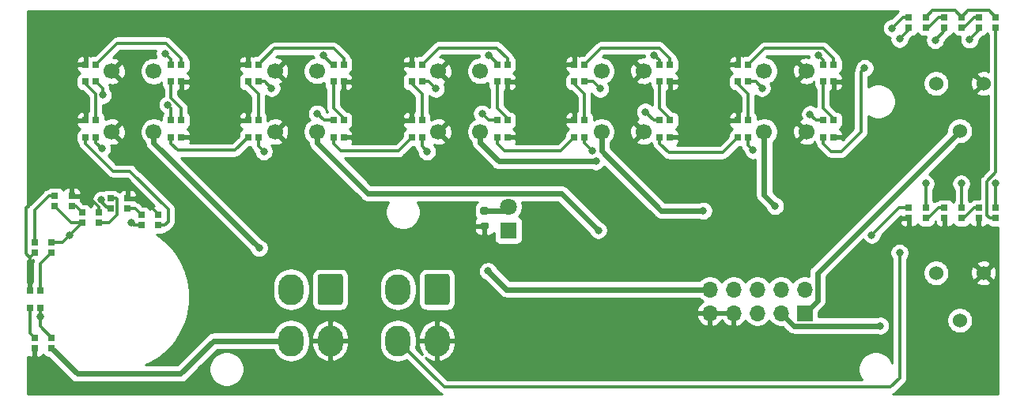
<source format=gbr>
G04 #@! TF.GenerationSoftware,KiCad,Pcbnew,(5.1.9)-1*
G04 #@! TF.CreationDate,2021-09-17T20:53:57-06:00*
G04 #@! TF.ProjectId,RWR_Control_Panel V2,5257525f-436f-46e7-9472-6f6c5f50616e,-*
G04 #@! TF.SameCoordinates,Original*
G04 #@! TF.FileFunction,Copper,L1,Top*
G04 #@! TF.FilePolarity,Positive*
%FSLAX46Y46*%
G04 Gerber Fmt 4.6, Leading zero omitted, Abs format (unit mm)*
G04 Created by KiCad (PCBNEW (5.1.9)-1) date 2021-09-17 20:53:57*
%MOMM*%
%LPD*%
G01*
G04 APERTURE LIST*
G04 #@! TA.AperFunction,SMDPad,CuDef*
%ADD10R,0.700000X0.700000*%
G04 #@! TD*
G04 #@! TA.AperFunction,ComponentPad*
%ADD11C,1.700000*%
G04 #@! TD*
G04 #@! TA.AperFunction,ComponentPad*
%ADD12C,1.524000*%
G04 #@! TD*
G04 #@! TA.AperFunction,ComponentPad*
%ADD13O,1.700000X1.700000*%
G04 #@! TD*
G04 #@! TA.AperFunction,ComponentPad*
%ADD14R,1.700000X1.700000*%
G04 #@! TD*
G04 #@! TA.AperFunction,ComponentPad*
%ADD15O,2.700000X3.300000*%
G04 #@! TD*
G04 #@! TA.AperFunction,ComponentPad*
%ADD16C,1.800000*%
G04 #@! TD*
G04 #@! TA.AperFunction,ComponentPad*
%ADD17R,1.800000X1.800000*%
G04 #@! TD*
G04 #@! TA.AperFunction,ViaPad*
%ADD18C,0.800000*%
G04 #@! TD*
G04 #@! TA.AperFunction,Conductor*
%ADD19C,0.304800*%
G04 #@! TD*
G04 #@! TA.AperFunction,Conductor*
%ADD20C,0.609600*%
G04 #@! TD*
G04 #@! TA.AperFunction,Conductor*
%ADD21C,0.254000*%
G04 #@! TD*
G04 #@! TA.AperFunction,Conductor*
%ADD22C,0.100000*%
G04 #@! TD*
G04 APERTURE END LIST*
D10*
X223535608Y-103344084D03*
X223535608Y-104444084D03*
X221705608Y-104444084D03*
X221705608Y-103344084D03*
D11*
X206221280Y-95175535D03*
X206221280Y-88675535D03*
X210721280Y-95175535D03*
X210721280Y-88675535D03*
X188784181Y-95175535D03*
X188784181Y-88675535D03*
X193284181Y-95175535D03*
X193284181Y-88675535D03*
X175817482Y-88673135D03*
X175817482Y-95173135D03*
X171317482Y-88673135D03*
X171317482Y-95173135D03*
X158329581Y-88673135D03*
X158329581Y-95173135D03*
X153829581Y-88673135D03*
X153829581Y-95173135D03*
X140854381Y-88685835D03*
X140854381Y-95185835D03*
X136354381Y-88685835D03*
X136354381Y-95185835D03*
D12*
X229690881Y-110339335D03*
X227150881Y-115419335D03*
X224610881Y-110339335D03*
X229690881Y-90019335D03*
X227150881Y-95099335D03*
X224610881Y-90019335D03*
G04 #@! TA.AperFunction,SMDPad,CuDef*
G36*
G01*
X175990608Y-104900561D02*
X176540608Y-104900561D01*
G75*
G02*
X176740608Y-105100561I0J-200000D01*
G01*
X176740608Y-105500561D01*
G75*
G02*
X176540608Y-105700561I-200000J0D01*
G01*
X175990608Y-105700561D01*
G75*
G02*
X175790608Y-105500561I0J200000D01*
G01*
X175790608Y-105100561D01*
G75*
G02*
X175990608Y-104900561I200000J0D01*
G01*
G37*
G04 #@! TD.AperFunction*
G04 #@! TA.AperFunction,SMDPad,CuDef*
G36*
G01*
X175990608Y-103250561D02*
X176540608Y-103250561D01*
G75*
G02*
X176740608Y-103450561I0J-200000D01*
G01*
X176740608Y-103850561D01*
G75*
G02*
X176540608Y-104050561I-200000J0D01*
G01*
X175990608Y-104050561D01*
G75*
G02*
X175790608Y-103850561I0J200000D01*
G01*
X175790608Y-103450561D01*
G75*
G02*
X175990608Y-103250561I200000J0D01*
G01*
G37*
G04 #@! TD.AperFunction*
D13*
X200395608Y-112095561D03*
X200395608Y-114635561D03*
X202935608Y-112095561D03*
X202935608Y-114635561D03*
X205475608Y-112095561D03*
X205475608Y-114635561D03*
X208015608Y-112095561D03*
X208015608Y-114635561D03*
X210555608Y-112095561D03*
D14*
X210555608Y-114635561D03*
D15*
X166985608Y-117595561D03*
X171185608Y-117595561D03*
X166985608Y-112095561D03*
G04 #@! TA.AperFunction,ComponentPad*
G36*
G01*
X172535608Y-110695562D02*
X172535608Y-113495560D01*
G75*
G02*
X172285607Y-113745561I-250001J0D01*
G01*
X170085609Y-113745561D01*
G75*
G02*
X169835608Y-113495560I0J250001D01*
G01*
X169835608Y-110695562D01*
G75*
G02*
X170085609Y-110445561I250001J0D01*
G01*
X172285607Y-110445561D01*
G75*
G02*
X172535608Y-110695562I0J-250001D01*
G01*
G37*
G04 #@! TD.AperFunction*
X155555608Y-117595561D03*
X159755608Y-117595561D03*
X155555608Y-112095561D03*
G04 #@! TA.AperFunction,ComponentPad*
G36*
G01*
X161105608Y-110695562D02*
X161105608Y-113495560D01*
G75*
G02*
X160855607Y-113745561I-250001J0D01*
G01*
X158655609Y-113745561D01*
G75*
G02*
X158405608Y-113495560I0J250001D01*
G01*
X158405608Y-110695562D01*
G75*
G02*
X158655609Y-110445561I250001J0D01*
G01*
X160855607Y-110445561D01*
G75*
G02*
X161105608Y-110695562I0J-250001D01*
G01*
G37*
G04 #@! TD.AperFunction*
D10*
X227345608Y-103344084D03*
X227345608Y-104444084D03*
X225515608Y-104444084D03*
X225515608Y-103344084D03*
X231018630Y-103344084D03*
X231018630Y-104444084D03*
X229188630Y-104444084D03*
X229188630Y-103344084D03*
X229188630Y-83997084D03*
X229188630Y-82897084D03*
X231018630Y-82897084D03*
X231018630Y-83997084D03*
X225515608Y-83997084D03*
X225515608Y-82897084D03*
X227345608Y-82897084D03*
X227345608Y-83997084D03*
X221705608Y-83997084D03*
X221705608Y-82897084D03*
X223535608Y-82897084D03*
X223535608Y-83997084D03*
X212535630Y-93962084D03*
X213635630Y-93962084D03*
X213635630Y-95792084D03*
X212535630Y-95792084D03*
X212535630Y-87993084D03*
X213635630Y-87993084D03*
X213635630Y-89823084D03*
X212535630Y-89823084D03*
X204491630Y-89823084D03*
X203391630Y-89823084D03*
X203391630Y-87993084D03*
X204491630Y-87993084D03*
X204491630Y-95792084D03*
X203391630Y-95792084D03*
X203391630Y-93962084D03*
X204491630Y-93962084D03*
X195009630Y-93962084D03*
X196109630Y-93962084D03*
X196109630Y-95792084D03*
X195009630Y-95792084D03*
X195009630Y-87993084D03*
X196109630Y-87993084D03*
X196109630Y-89823084D03*
X195009630Y-89823084D03*
X186965630Y-89823084D03*
X185865630Y-89823084D03*
X185865630Y-87993084D03*
X186965630Y-87993084D03*
X186965630Y-95792084D03*
X185865630Y-95792084D03*
X185865630Y-93962084D03*
X186965630Y-93962084D03*
X177610630Y-93962084D03*
X178710630Y-93962084D03*
X178710630Y-95792084D03*
X177610630Y-95792084D03*
X177610630Y-87993084D03*
X178710630Y-87993084D03*
X178710630Y-89823084D03*
X177610630Y-89823084D03*
X169566630Y-89823084D03*
X168466630Y-89823084D03*
X168466630Y-87993084D03*
X169566630Y-87993084D03*
X169566630Y-95792084D03*
X168466630Y-95792084D03*
X168466630Y-93962084D03*
X169566630Y-93962084D03*
X160084630Y-93962084D03*
X161184630Y-93962084D03*
X161184630Y-95792084D03*
X160084630Y-95792084D03*
X160084630Y-87993084D03*
X161184630Y-87993084D03*
X161184630Y-89823084D03*
X160084630Y-89823084D03*
X152040630Y-89823084D03*
X150940630Y-89823084D03*
X150940630Y-87993084D03*
X152040630Y-87993084D03*
X152040630Y-95792084D03*
X150940630Y-95792084D03*
X150940630Y-93962084D03*
X152040630Y-93962084D03*
X142685630Y-93962084D03*
X143785630Y-93962084D03*
X143785630Y-95792084D03*
X142685630Y-95792084D03*
X142685630Y-87993084D03*
X143785630Y-87993084D03*
X143785630Y-89823084D03*
X142685630Y-89823084D03*
X134641630Y-89823084D03*
X133541630Y-89823084D03*
X133541630Y-87993084D03*
X134641630Y-87993084D03*
X134641630Y-95792084D03*
X133541630Y-95792084D03*
X133541630Y-93962084D03*
X134641630Y-93962084D03*
X139526630Y-105206084D03*
X139526630Y-104106084D03*
X141356630Y-104106084D03*
X141356630Y-105206084D03*
X136224630Y-103428084D03*
X136224630Y-102328084D03*
X138054630Y-102328084D03*
X138054630Y-103428084D03*
X133176630Y-104952084D03*
X133176630Y-103852084D03*
X135006630Y-103852084D03*
X135006630Y-104952084D03*
X130255630Y-103174084D03*
X130255630Y-102074084D03*
X132085630Y-102074084D03*
X132085630Y-103174084D03*
X129926630Y-107027084D03*
X129926630Y-108127084D03*
X128096630Y-108127084D03*
X128096630Y-107027084D03*
X128672630Y-114080084D03*
X127572630Y-114080084D03*
X127572630Y-112250084D03*
X128672630Y-112250084D03*
X129926630Y-117314084D03*
X129926630Y-118414084D03*
X128096630Y-118414084D03*
X128096630Y-117314084D03*
D16*
X178805608Y-103205561D03*
D17*
X178805608Y-105745561D03*
D18*
X188195459Y-98363751D03*
X188457608Y-105745561D03*
X176646608Y-110127061D03*
X152135608Y-107650561D03*
X199697108Y-103650061D03*
X207380608Y-103142061D03*
X128672630Y-115028084D03*
X131877130Y-106251584D03*
X138409630Y-104910084D03*
X135258665Y-102473049D03*
X135295408Y-97007961D03*
X142051808Y-86809861D03*
X135394040Y-91251426D03*
X142338923Y-92288546D03*
X223509608Y-100729061D03*
X227319608Y-100729061D03*
X231002608Y-100665561D03*
X228208608Y-85298561D03*
X224525608Y-85362061D03*
X220715608Y-85235061D03*
X212016108Y-87013061D03*
X205983608Y-90505561D03*
X205031108Y-97173061D03*
X211127108Y-93299561D03*
X194426608Y-86949561D03*
X188648108Y-90569061D03*
X187822608Y-97236561D03*
X193474108Y-93045561D03*
X176011608Y-93236061D03*
X176710108Y-86949561D03*
X171058608Y-90569061D03*
X170106108Y-97300061D03*
X158993608Y-87013061D03*
X153469108Y-90505561D03*
X152643608Y-97300061D03*
X158358608Y-93236061D03*
X219872970Y-84074923D03*
X216969108Y-88346561D03*
X217731108Y-106253561D03*
X220715608Y-108158561D03*
X218641409Y-115990362D03*
D19*
X127572630Y-108651084D02*
X127572630Y-112250084D01*
X128096630Y-108127084D02*
X127572630Y-108651084D01*
X127572630Y-108651084D02*
X127558331Y-108651084D01*
X127558331Y-108651084D02*
X127154708Y-108247461D01*
X127154708Y-108247461D02*
X127154708Y-103319861D01*
X127154708Y-103319861D02*
X128818408Y-101656161D01*
X135006630Y-103852084D02*
X135006630Y-103285083D01*
X135006630Y-103285083D02*
X133352308Y-101630761D01*
X228048009Y-82194683D02*
X227345608Y-82897084D01*
X230316229Y-82194683D02*
X228048009Y-82194683D01*
X231018630Y-82897084D02*
X230316229Y-82194683D01*
X224238009Y-82194683D02*
X223535608Y-82897084D01*
X226643207Y-82194683D02*
X224238009Y-82194683D01*
X227345608Y-82897084D02*
X226643207Y-82194683D01*
X141356630Y-104106084D02*
X141356630Y-103983583D01*
X141356630Y-103983583D02*
X140324608Y-102951561D01*
D20*
X178360608Y-103650561D02*
X178805608Y-103205561D01*
X176265608Y-103650561D02*
X178360608Y-103650561D01*
X177806017Y-98363751D02*
X188195459Y-98363751D01*
X175817482Y-95173135D02*
X175817482Y-96375216D01*
X175817482Y-96375216D02*
X177806017Y-98363751D01*
X163743927Y-101789562D02*
X184501609Y-101789562D01*
X184501609Y-101789562D02*
X188457608Y-105745561D01*
X158329581Y-95173135D02*
X158329581Y-96375216D01*
X158329581Y-96375216D02*
X163743927Y-101789562D01*
X200395608Y-112095561D02*
X178615108Y-112095561D01*
X178615108Y-112095561D02*
X176646608Y-110127061D01*
X140854381Y-96369334D02*
X140854381Y-95185835D01*
X152135608Y-107650561D02*
X140854381Y-96369334D01*
X188784181Y-97245634D02*
X188784181Y-95175535D01*
X195188608Y-103650061D02*
X188784181Y-97245634D01*
X199697108Y-103650061D02*
X195188608Y-103650061D01*
X206221280Y-101982733D02*
X206221280Y-95175535D01*
X207380608Y-103142061D02*
X206221280Y-101982733D01*
D19*
X128672630Y-116060084D02*
X128672630Y-115028084D01*
X129926630Y-117314084D02*
X128672630Y-116060084D01*
X131101630Y-107027084D02*
X131877130Y-106251584D01*
X129926630Y-107027084D02*
X131101630Y-107027084D01*
X128672630Y-115028084D02*
X128672630Y-114080084D01*
X131877130Y-106251584D02*
X133176630Y-104952084D01*
X132033630Y-104952084D02*
X133176630Y-104952084D01*
X130255630Y-103174084D02*
X132033630Y-104952084D01*
X138705630Y-105206084D02*
X138409630Y-104910084D01*
X139526630Y-105206084D02*
X138705630Y-105206084D01*
X136224630Y-103428084D02*
X135990308Y-103428084D01*
X135990308Y-103428084D02*
X135258665Y-102696441D01*
X135258665Y-102696441D02*
X135258665Y-102473049D01*
X134641630Y-96354183D02*
X135295408Y-97007961D01*
X134641630Y-95792084D02*
X134641630Y-96354183D01*
X142685630Y-87443683D02*
X142051808Y-86809861D01*
X142685630Y-87993084D02*
X142685630Y-87443683D01*
X134641630Y-89823084D02*
X135394040Y-90575494D01*
X135394040Y-90575494D02*
X135394040Y-91251426D01*
X142685630Y-93962084D02*
X142685630Y-92635253D01*
X142685630Y-92635253D02*
X142338923Y-92288546D01*
X223535608Y-100755061D02*
X223509608Y-100729061D01*
X223535608Y-103344084D02*
X223535608Y-100755061D01*
X227345608Y-100755061D02*
X227319608Y-100729061D01*
X227345608Y-103344084D02*
X227345608Y-100755061D01*
X231018630Y-100681583D02*
X231002608Y-100665561D01*
X231018630Y-103344084D02*
X231018630Y-100681583D01*
X229188630Y-84318539D02*
X228208608Y-85298561D01*
X229188630Y-83997084D02*
X229188630Y-84318539D01*
X225515608Y-84372061D02*
X224525608Y-85362061D01*
X225515608Y-83997084D02*
X225515608Y-84372061D01*
X221705608Y-84245061D02*
X220715608Y-85235061D01*
X221705608Y-83997084D02*
X221705608Y-84245061D01*
X212535630Y-87532583D02*
X212016108Y-87013061D01*
X212535630Y-87993084D02*
X212535630Y-87532583D01*
X205301131Y-89823084D02*
X205983608Y-90505561D01*
X204491630Y-89823084D02*
X205301131Y-89823084D01*
X204491630Y-96633583D02*
X205031108Y-97173061D01*
X204491630Y-95792084D02*
X204491630Y-96633583D01*
X211789631Y-93962084D02*
X211127108Y-93299561D01*
X212535630Y-93962084D02*
X211789631Y-93962084D01*
X195009630Y-87532583D02*
X194426608Y-86949561D01*
X195009630Y-87993084D02*
X195009630Y-87532583D01*
X187902131Y-89823084D02*
X188648108Y-90569061D01*
X186965630Y-89823084D02*
X187902131Y-89823084D01*
X186965630Y-96379583D02*
X187822608Y-97236561D01*
X186965630Y-95792084D02*
X186965630Y-96379583D01*
X194390631Y-93962084D02*
X193474108Y-93045561D01*
X195009630Y-93962084D02*
X194390631Y-93962084D01*
X176737631Y-93962084D02*
X176011608Y-93236061D01*
X177610630Y-93962084D02*
X176737631Y-93962084D01*
X177610630Y-87850083D02*
X176710108Y-86949561D01*
X177610630Y-87993084D02*
X177610630Y-87850083D01*
X170312631Y-89823084D02*
X171058608Y-90569061D01*
X169566630Y-89823084D02*
X170312631Y-89823084D01*
X169566630Y-96760583D02*
X170106108Y-97300061D01*
X169566630Y-95792084D02*
X169566630Y-96760583D01*
X159973631Y-87993084D02*
X158993608Y-87013061D01*
X160084630Y-87993084D02*
X159973631Y-87993084D01*
X152786631Y-89823084D02*
X153469108Y-90505561D01*
X152040630Y-89823084D02*
X152786631Y-89823084D01*
X152040630Y-96697083D02*
X152643608Y-97300061D01*
X152040630Y-95792084D02*
X152040630Y-96697083D01*
X159084631Y-93962084D02*
X158358608Y-93236061D01*
X160084630Y-93962084D02*
X159084631Y-93962084D01*
D20*
X155555608Y-117595561D02*
X147270608Y-117595561D01*
X132650354Y-121137808D02*
X129926630Y-118414084D01*
X143728360Y-121137808D02*
X132650354Y-121137808D01*
X147270608Y-117595561D02*
X143728360Y-121137808D01*
D19*
X127572630Y-116790084D02*
X127572630Y-114080084D01*
X128096630Y-117314084D02*
X127572630Y-116790084D01*
X128672630Y-109381084D02*
X129926630Y-108127084D01*
X128672630Y-112250084D02*
X128672630Y-109381084D01*
X129600830Y-102074084D02*
X130255630Y-102074084D01*
X128096630Y-103578284D02*
X129600830Y-102074084D01*
X128096630Y-107027084D02*
X128096630Y-103578284D01*
X132498630Y-103174084D02*
X133176630Y-103852084D01*
X132085630Y-103174084D02*
X132498630Y-103174084D01*
X136879430Y-102328084D02*
X136224630Y-102328084D01*
X136927031Y-102375685D02*
X136879430Y-102328084D01*
X136927031Y-104060005D02*
X136927031Y-102375685D01*
X136034952Y-104952084D02*
X136927031Y-104060005D01*
X135006630Y-104952084D02*
X136034952Y-104952084D01*
X138848630Y-103428084D02*
X139526630Y-104106084D01*
X138054630Y-103428084D02*
X138848630Y-103428084D01*
X133541630Y-96446884D02*
X133541630Y-95792084D01*
X136514608Y-99419862D02*
X133541630Y-96446884D01*
X138318008Y-99420961D02*
X136514608Y-99420961D01*
X136514608Y-99420961D02*
X136514608Y-99419862D01*
X142394708Y-103497661D02*
X138318008Y-99420961D01*
X142394708Y-104822806D02*
X142394708Y-103497661D01*
X142011430Y-105206084D02*
X142394708Y-104822806D01*
X141356630Y-105206084D02*
X142011430Y-105206084D01*
X133541630Y-90057406D02*
X133541630Y-89823084D01*
X134641630Y-93962084D02*
X134641630Y-91157406D01*
X134641630Y-91157406D02*
X133541630Y-90057406D01*
X143785630Y-87338284D02*
X143785630Y-87993084D01*
X142144220Y-85696874D02*
X143785630Y-87338284D01*
X136937840Y-85696874D02*
X142144220Y-85696874D01*
X134641630Y-87993084D02*
X136937840Y-85696874D01*
X143785630Y-92671183D02*
X142685630Y-91571183D01*
X143785630Y-93962084D02*
X143785630Y-92671183D01*
X142685630Y-91571183D02*
X142685630Y-89823084D01*
X149559653Y-97173061D02*
X150940630Y-95792084D01*
X143411807Y-97173061D02*
X149559653Y-97173061D01*
X142685630Y-96446884D02*
X143411807Y-97173061D01*
X142685630Y-95792084D02*
X142685630Y-96446884D01*
X150940630Y-90057406D02*
X150940630Y-89823084D01*
X152040630Y-91157406D02*
X150940630Y-90057406D01*
X152040630Y-93962084D02*
X152040630Y-91157406D01*
X161184630Y-87338284D02*
X161184630Y-87993084D01*
X152040630Y-87993084D02*
X153773055Y-86260659D01*
X153773055Y-86260659D02*
X160107005Y-86260659D01*
X160107005Y-86260659D02*
X161184630Y-87338284D01*
X161184630Y-93727762D02*
X161184630Y-93962084D01*
X160084630Y-92627762D02*
X161184630Y-93727762D01*
X160084630Y-89823084D02*
X160084630Y-92627762D01*
X167022153Y-97236561D02*
X168466630Y-95792084D01*
X160084630Y-96446884D02*
X160874307Y-97236561D01*
X160874307Y-97236561D02*
X167022153Y-97236561D01*
X160084630Y-95792084D02*
X160084630Y-96446884D01*
X169566630Y-91157406D02*
X168466630Y-90057406D01*
X168466630Y-90057406D02*
X168466630Y-89823084D01*
X169566630Y-93962084D02*
X169566630Y-91157406D01*
X169566630Y-87993084D02*
X171362555Y-86197159D01*
X177569505Y-86197159D02*
X178710630Y-87338284D01*
X171362555Y-86197159D02*
X177569505Y-86197159D01*
X178710630Y-87338284D02*
X178710630Y-87993084D01*
X178710630Y-93727762D02*
X178710630Y-93962084D01*
X177610630Y-92627762D02*
X178710630Y-93727762D01*
X177610630Y-89823084D02*
X177610630Y-92627762D01*
X184421153Y-97236561D02*
X185865630Y-95792084D01*
X178400307Y-97236561D02*
X184421153Y-97236561D01*
X177610630Y-96446884D02*
X178400307Y-97236561D01*
X177610630Y-95792084D02*
X177610630Y-96446884D01*
X185865630Y-90057406D02*
X185865630Y-89823084D01*
X186965630Y-91157406D02*
X185865630Y-90057406D01*
X186965630Y-93962084D02*
X186965630Y-91157406D01*
X194968505Y-86197159D02*
X196109630Y-87338284D01*
X186965630Y-87993084D02*
X188761555Y-86197159D01*
X188761555Y-86197159D02*
X194968505Y-86197159D01*
X196109630Y-87338284D02*
X196109630Y-87993084D01*
X196109630Y-93727762D02*
X196109630Y-93962084D01*
X195009630Y-92627762D02*
X196109630Y-93727762D01*
X195009630Y-89823084D02*
X195009630Y-92627762D01*
X201756653Y-97427061D02*
X203391630Y-95792084D01*
X195989807Y-97427061D02*
X201756653Y-97427061D01*
X195009630Y-96446884D02*
X195989807Y-97427061D01*
X195009630Y-95792084D02*
X195009630Y-96446884D01*
X204491630Y-87993084D02*
X206224055Y-86260659D01*
X206224055Y-86260659D02*
X212558005Y-86260659D01*
X212558005Y-86260659D02*
X213635630Y-87338284D01*
X213635630Y-87338284D02*
X213635630Y-87993084D01*
X213635630Y-93727762D02*
X213635630Y-93962084D01*
X212535630Y-92627762D02*
X213635630Y-93727762D01*
X212535630Y-89823084D02*
X212535630Y-92627762D01*
X221050808Y-82897084D02*
X219872970Y-84074923D01*
X221705608Y-82897084D02*
X221050808Y-82897084D01*
X216569109Y-88746560D02*
X216969108Y-88346561D01*
X216569109Y-95223560D02*
X216569109Y-88746560D01*
X214492608Y-97300061D02*
X216569109Y-95223560D01*
X213388807Y-97300061D02*
X214492608Y-97300061D01*
X212535630Y-96446884D02*
X213388807Y-97300061D01*
X212535630Y-95792084D02*
X212535630Y-96446884D01*
X223760808Y-83997084D02*
X223535608Y-83997084D01*
X224860808Y-82897084D02*
X223760808Y-83997084D01*
X225515608Y-82897084D02*
X224860808Y-82897084D01*
X227579930Y-83997084D02*
X227345608Y-83997084D01*
X228679930Y-82897084D02*
X227579930Y-83997084D01*
X229188630Y-82897084D02*
X228679930Y-82897084D01*
X231018630Y-83997084D02*
X231018630Y-99535983D01*
X230363830Y-104444084D02*
X231018630Y-104444084D01*
X231018630Y-99535983D02*
X230059706Y-100494907D01*
X230059706Y-100494907D02*
X230059706Y-104139960D01*
X230059706Y-104139960D02*
X230363830Y-104444084D01*
X227579930Y-104444084D02*
X227345608Y-104444084D01*
X228679930Y-103344084D02*
X227579930Y-104444084D01*
X229188630Y-103344084D02*
X228679930Y-103344084D01*
X221705608Y-103344084D02*
X220640585Y-103344084D01*
X220640585Y-103344084D02*
X217731108Y-106253561D01*
X220715608Y-121620561D02*
X220715608Y-108158561D01*
X219763108Y-122573061D02*
X220715608Y-121620561D01*
X171963108Y-122573061D02*
X219763108Y-122573061D01*
X166985608Y-117595561D02*
X171963108Y-122573061D01*
D20*
X209370409Y-115990362D02*
X218641409Y-115990362D01*
X208015608Y-114635561D02*
X209370409Y-115990362D01*
X211910409Y-110339807D02*
X227150881Y-95099335D01*
X211910409Y-113280760D02*
X211910409Y-110339807D01*
X210555608Y-114635561D02*
X211910409Y-113280760D01*
D19*
X203391630Y-90057406D02*
X203391630Y-89823084D01*
X204491630Y-91157406D02*
X203391630Y-90057406D01*
X204491630Y-93962084D02*
X204491630Y-91157406D01*
X223760808Y-104444084D02*
X223535608Y-104444084D01*
X224860808Y-103344084D02*
X223760808Y-104444084D01*
X225515608Y-103344084D02*
X224860808Y-103344084D01*
D21*
X220521377Y-82312963D02*
X220521375Y-82312965D01*
X220491339Y-82337615D01*
X220466689Y-82367651D01*
X219794418Y-83039923D01*
X219771031Y-83039923D01*
X219571072Y-83079697D01*
X219382714Y-83157718D01*
X219213196Y-83270986D01*
X219069033Y-83415149D01*
X218955765Y-83584667D01*
X218877744Y-83773025D01*
X218837970Y-83972984D01*
X218837970Y-84176862D01*
X218877744Y-84376821D01*
X218955765Y-84565179D01*
X219069033Y-84734697D01*
X219213196Y-84878860D01*
X219382714Y-84992128D01*
X219571072Y-85070149D01*
X219688488Y-85093504D01*
X219680608Y-85133122D01*
X219680608Y-85337000D01*
X219720382Y-85536959D01*
X219798403Y-85725317D01*
X219911671Y-85894835D01*
X220055834Y-86038998D01*
X220225352Y-86152266D01*
X220413710Y-86230287D01*
X220613669Y-86270061D01*
X220817547Y-86270061D01*
X221017506Y-86230287D01*
X221205864Y-86152266D01*
X221375382Y-86038998D01*
X221519545Y-85894835D01*
X221632813Y-85725317D01*
X221710834Y-85536959D01*
X221750608Y-85337000D01*
X221750608Y-85313612D01*
X222081627Y-84982593D01*
X222180090Y-84972896D01*
X222299788Y-84936586D01*
X222410102Y-84877621D01*
X222506793Y-84798269D01*
X222586145Y-84701578D01*
X222620608Y-84637103D01*
X222655071Y-84701578D01*
X222734423Y-84798269D01*
X222831114Y-84877621D01*
X222941428Y-84936586D01*
X223061126Y-84972896D01*
X223185608Y-84985156D01*
X223561451Y-84985156D01*
X223530382Y-85060163D01*
X223490608Y-85260122D01*
X223490608Y-85464000D01*
X223530382Y-85663959D01*
X223608403Y-85852317D01*
X223721671Y-86021835D01*
X223865834Y-86165998D01*
X224035352Y-86279266D01*
X224223710Y-86357287D01*
X224423669Y-86397061D01*
X224627547Y-86397061D01*
X224827506Y-86357287D01*
X225015864Y-86279266D01*
X225185382Y-86165998D01*
X225329545Y-86021835D01*
X225442813Y-85852317D01*
X225520834Y-85663959D01*
X225560608Y-85464000D01*
X225560608Y-85440612D01*
X226044974Y-84956247D01*
X226109788Y-84936586D01*
X226220102Y-84877621D01*
X226316793Y-84798269D01*
X226396145Y-84701578D01*
X226430608Y-84637103D01*
X226465071Y-84701578D01*
X226544423Y-84798269D01*
X226641114Y-84877621D01*
X226751428Y-84936586D01*
X226871126Y-84972896D01*
X226995608Y-84985156D01*
X227218148Y-84985156D01*
X227213382Y-84996663D01*
X227173608Y-85196622D01*
X227173608Y-85400500D01*
X227213382Y-85600459D01*
X227291403Y-85788817D01*
X227404671Y-85958335D01*
X227548834Y-86102498D01*
X227718352Y-86215766D01*
X227906710Y-86293787D01*
X228106669Y-86333561D01*
X228310547Y-86333561D01*
X228510506Y-86293787D01*
X228698864Y-86215766D01*
X228868382Y-86102498D01*
X229012545Y-85958335D01*
X229125813Y-85788817D01*
X229203834Y-85600459D01*
X229243608Y-85400500D01*
X229243608Y-85377112D01*
X229646155Y-84974566D01*
X229663112Y-84972896D01*
X229782810Y-84936586D01*
X229893124Y-84877621D01*
X229989815Y-84798269D01*
X230069167Y-84701578D01*
X230103630Y-84637103D01*
X230138093Y-84701578D01*
X230217445Y-84798269D01*
X230231230Y-84809582D01*
X230231230Y-88729682D01*
X230160833Y-88696579D01*
X229893746Y-88630312D01*
X229618864Y-88617425D01*
X229346748Y-88658413D01*
X229087858Y-88751699D01*
X228971901Y-88813679D01*
X228904921Y-89053770D01*
X229690881Y-89839730D01*
X229705024Y-89825588D01*
X229884629Y-90005193D01*
X229870486Y-90019335D01*
X229884629Y-90033478D01*
X229705024Y-90213083D01*
X229690881Y-90198940D01*
X228904921Y-90984900D01*
X228971901Y-91224991D01*
X229220929Y-91342091D01*
X229488016Y-91408358D01*
X229762898Y-91421245D01*
X230035014Y-91380257D01*
X230231230Y-91309554D01*
X230231231Y-99209831D01*
X229530283Y-99910780D01*
X229500237Y-99935438D01*
X229401840Y-100055336D01*
X229328724Y-100192125D01*
X229283700Y-100340551D01*
X229272306Y-100456235D01*
X229272306Y-100456244D01*
X229268498Y-100494907D01*
X229272306Y-100533570D01*
X229272307Y-102356012D01*
X228838630Y-102356012D01*
X228714148Y-102368272D01*
X228594450Y-102404582D01*
X228484136Y-102463547D01*
X228387445Y-102542899D01*
X228308093Y-102639590D01*
X228300294Y-102654181D01*
X228248688Y-102681765D01*
X228226145Y-102639590D01*
X228146793Y-102542899D01*
X228133008Y-102531586D01*
X228133008Y-101374673D01*
X228236813Y-101219317D01*
X228314834Y-101030959D01*
X228354608Y-100831000D01*
X228354608Y-100627122D01*
X228314834Y-100427163D01*
X228236813Y-100238805D01*
X228123545Y-100069287D01*
X227979382Y-99925124D01*
X227809864Y-99811856D01*
X227621506Y-99733835D01*
X227421547Y-99694061D01*
X227217669Y-99694061D01*
X227017710Y-99733835D01*
X226829352Y-99811856D01*
X226659834Y-99925124D01*
X226515671Y-100069287D01*
X226402403Y-100238805D01*
X226324382Y-100427163D01*
X226284608Y-100627122D01*
X226284608Y-100831000D01*
X226324382Y-101030959D01*
X226402403Y-101219317D01*
X226515671Y-101388835D01*
X226558209Y-101431373D01*
X226558208Y-102531586D01*
X226544423Y-102542899D01*
X226465071Y-102639590D01*
X226430608Y-102704065D01*
X226396145Y-102639590D01*
X226316793Y-102542899D01*
X226220102Y-102463547D01*
X226109788Y-102404582D01*
X225990090Y-102368272D01*
X225865608Y-102356012D01*
X225165608Y-102356012D01*
X225041126Y-102368272D01*
X224921428Y-102404582D01*
X224811114Y-102463547D01*
X224714423Y-102542899D01*
X224689552Y-102573204D01*
X224589633Y-102603514D01*
X224558025Y-102613102D01*
X224436661Y-102677972D01*
X224416145Y-102639590D01*
X224336793Y-102542899D01*
X224323008Y-102531586D01*
X224323008Y-101374673D01*
X224426813Y-101219317D01*
X224504834Y-101030959D01*
X224544608Y-100831000D01*
X224544608Y-100627122D01*
X224504834Y-100427163D01*
X224426813Y-100238805D01*
X224313545Y-100069287D01*
X224169382Y-99925124D01*
X223999864Y-99811856D01*
X223835514Y-99743780D01*
X227082959Y-96496335D01*
X227288473Y-96496335D01*
X227558371Y-96442649D01*
X227812608Y-96337340D01*
X228041416Y-96184455D01*
X228236001Y-95989870D01*
X228388886Y-95761062D01*
X228494195Y-95506825D01*
X228547881Y-95236927D01*
X228547881Y-94961743D01*
X228494195Y-94691845D01*
X228388886Y-94437608D01*
X228236001Y-94208800D01*
X228041416Y-94014215D01*
X227812608Y-93861330D01*
X227558371Y-93756021D01*
X227288473Y-93702335D01*
X227013289Y-93702335D01*
X226743391Y-93756021D01*
X226489154Y-93861330D01*
X226260346Y-94014215D01*
X226065761Y-94208800D01*
X225912876Y-94437608D01*
X225807567Y-94691845D01*
X225753881Y-94961743D01*
X225753881Y-95167257D01*
X211278520Y-109642620D01*
X211242656Y-109672053D01*
X211213226Y-109707914D01*
X211125213Y-109815156D01*
X211037947Y-109978421D01*
X210984208Y-110155574D01*
X210966063Y-110339807D01*
X210970610Y-110385974D01*
X210970610Y-110664017D01*
X210701868Y-110610561D01*
X210409348Y-110610561D01*
X210122450Y-110667629D01*
X209852197Y-110779571D01*
X209608976Y-110942086D01*
X209402133Y-111148929D01*
X209285608Y-111323321D01*
X209169083Y-111148929D01*
X208962240Y-110942086D01*
X208719019Y-110779571D01*
X208448766Y-110667629D01*
X208161868Y-110610561D01*
X207869348Y-110610561D01*
X207582450Y-110667629D01*
X207312197Y-110779571D01*
X207068976Y-110942086D01*
X206862133Y-111148929D01*
X206745608Y-111323321D01*
X206629083Y-111148929D01*
X206422240Y-110942086D01*
X206179019Y-110779571D01*
X205908766Y-110667629D01*
X205621868Y-110610561D01*
X205329348Y-110610561D01*
X205042450Y-110667629D01*
X204772197Y-110779571D01*
X204528976Y-110942086D01*
X204322133Y-111148929D01*
X204205608Y-111323321D01*
X204089083Y-111148929D01*
X203882240Y-110942086D01*
X203639019Y-110779571D01*
X203368766Y-110667629D01*
X203081868Y-110610561D01*
X202789348Y-110610561D01*
X202502450Y-110667629D01*
X202232197Y-110779571D01*
X201988976Y-110942086D01*
X201782133Y-111148929D01*
X201665608Y-111323321D01*
X201549083Y-111148929D01*
X201342240Y-110942086D01*
X201099019Y-110779571D01*
X200828766Y-110667629D01*
X200541868Y-110610561D01*
X200249348Y-110610561D01*
X199962450Y-110667629D01*
X199692197Y-110779571D01*
X199448976Y-110942086D01*
X199242133Y-111148929D01*
X199237568Y-111155761D01*
X179004386Y-111155761D01*
X177619240Y-109770617D01*
X177563813Y-109636805D01*
X177450545Y-109467287D01*
X177306382Y-109323124D01*
X177136864Y-109209856D01*
X176948506Y-109131835D01*
X176748547Y-109092061D01*
X176544669Y-109092061D01*
X176344710Y-109131835D01*
X176156352Y-109209856D01*
X175986834Y-109323124D01*
X175842671Y-109467287D01*
X175729403Y-109636805D01*
X175651382Y-109825163D01*
X175611608Y-110025122D01*
X175611608Y-110229000D01*
X175651382Y-110428959D01*
X175729403Y-110617317D01*
X175842671Y-110786835D01*
X175986834Y-110930998D01*
X176156352Y-111044266D01*
X176290164Y-111099693D01*
X177917926Y-112727457D01*
X177947354Y-112763315D01*
X178090457Y-112880757D01*
X178253722Y-112968024D01*
X178430875Y-113021763D01*
X178568941Y-113035361D01*
X178568950Y-113035361D01*
X178615107Y-113039907D01*
X178661264Y-113035361D01*
X199237568Y-113035361D01*
X199242133Y-113042193D01*
X199448976Y-113249036D01*
X199625014Y-113366661D01*
X199395339Y-113537973D01*
X199200430Y-113754206D01*
X199051451Y-114004309D01*
X198954127Y-114278670D01*
X199074794Y-114508561D01*
X200268608Y-114508561D01*
X200268608Y-114488561D01*
X200522608Y-114488561D01*
X200522608Y-114508561D01*
X202808608Y-114508561D01*
X202808608Y-114488561D01*
X203062608Y-114488561D01*
X203062608Y-114508561D01*
X203082608Y-114508561D01*
X203082608Y-114762561D01*
X203062608Y-114762561D01*
X203062608Y-115955716D01*
X203292498Y-116077037D01*
X203439707Y-116032386D01*
X203702528Y-115907202D01*
X203935877Y-115733149D01*
X204130786Y-115516916D01*
X204200413Y-115400027D01*
X204322133Y-115582193D01*
X204528976Y-115789036D01*
X204772197Y-115951551D01*
X205042450Y-116063493D01*
X205329348Y-116120561D01*
X205621868Y-116120561D01*
X205908766Y-116063493D01*
X206179019Y-115951551D01*
X206422240Y-115789036D01*
X206629083Y-115582193D01*
X206745608Y-115407801D01*
X206862133Y-115582193D01*
X207068976Y-115789036D01*
X207312197Y-115951551D01*
X207582450Y-116063493D01*
X207869348Y-116120561D01*
X208161868Y-116120561D01*
X208169928Y-116118958D01*
X208673222Y-116622252D01*
X208702655Y-116658116D01*
X208775563Y-116717950D01*
X208845757Y-116775558D01*
X208908995Y-116809359D01*
X209009023Y-116862825D01*
X209186176Y-116916564D01*
X209324242Y-116930162D01*
X209324252Y-116930162D01*
X209370409Y-116934708D01*
X209416566Y-116930162D01*
X218205702Y-116930162D01*
X218339511Y-116985588D01*
X218539470Y-117025362D01*
X218743348Y-117025362D01*
X218943307Y-116985588D01*
X219131665Y-116907567D01*
X219301183Y-116794299D01*
X219445346Y-116650136D01*
X219558614Y-116480618D01*
X219636635Y-116292260D01*
X219676409Y-116092301D01*
X219676409Y-115888423D01*
X219636635Y-115688464D01*
X219558614Y-115500106D01*
X219445346Y-115330588D01*
X219301183Y-115186425D01*
X219131665Y-115073157D01*
X218943307Y-114995136D01*
X218743348Y-114955362D01*
X218539470Y-114955362D01*
X218339511Y-114995136D01*
X218205702Y-115050562D01*
X212043680Y-115050562D01*
X212043680Y-114476566D01*
X212542299Y-113977947D01*
X212578163Y-113948514D01*
X212646237Y-113865566D01*
X212695605Y-113805412D01*
X212782872Y-113642146D01*
X212783368Y-113640512D01*
X212836611Y-113464993D01*
X212850209Y-113326927D01*
X212850209Y-113326917D01*
X212854755Y-113280760D01*
X212850209Y-113234603D01*
X212850209Y-110729083D01*
X216822544Y-106756749D01*
X216927171Y-106913335D01*
X217071334Y-107057498D01*
X217240852Y-107170766D01*
X217429210Y-107248787D01*
X217629169Y-107288561D01*
X217833047Y-107288561D01*
X218033006Y-107248787D01*
X218221364Y-107170766D01*
X218390882Y-107057498D01*
X218535045Y-106913335D01*
X218648313Y-106743817D01*
X218726334Y-106555459D01*
X218766108Y-106355500D01*
X218766108Y-106332111D01*
X220304135Y-104794084D01*
X220717536Y-104794084D01*
X220729796Y-104918566D01*
X220766106Y-105038264D01*
X220825071Y-105148578D01*
X220904423Y-105245269D01*
X221001114Y-105324621D01*
X221111428Y-105383586D01*
X221231126Y-105419896D01*
X221355608Y-105432156D01*
X221419858Y-105429084D01*
X221578608Y-105270334D01*
X221578608Y-104571084D01*
X220879358Y-104571084D01*
X220720608Y-104729834D01*
X220717536Y-104794084D01*
X220304135Y-104794084D01*
X220830247Y-104267973D01*
X220879358Y-104317084D01*
X221221856Y-104317084D01*
X221231126Y-104319896D01*
X221355608Y-104332156D01*
X221852608Y-104332156D01*
X221852608Y-104571084D01*
X221832608Y-104571084D01*
X221832608Y-105270334D01*
X221991358Y-105429084D01*
X222055608Y-105432156D01*
X222180090Y-105419896D01*
X222299788Y-105383586D01*
X222410102Y-105324621D01*
X222506793Y-105245269D01*
X222586145Y-105148578D01*
X222620608Y-105084103D01*
X222655071Y-105148578D01*
X222734423Y-105245269D01*
X222831114Y-105324621D01*
X222941428Y-105383586D01*
X223061126Y-105419896D01*
X223185608Y-105432156D01*
X223885608Y-105432156D01*
X224010090Y-105419896D01*
X224129788Y-105383586D01*
X224240102Y-105324621D01*
X224336793Y-105245269D01*
X224416145Y-105148578D01*
X224475110Y-105038264D01*
X224511420Y-104918566D01*
X224523606Y-104794836D01*
X224527696Y-104790747D01*
X224527536Y-104794084D01*
X224539796Y-104918566D01*
X224576106Y-105038264D01*
X224635071Y-105148578D01*
X224714423Y-105245269D01*
X224811114Y-105324621D01*
X224921428Y-105383586D01*
X225041126Y-105419896D01*
X225165608Y-105432156D01*
X225229858Y-105429084D01*
X225388608Y-105270334D01*
X225388608Y-104571084D01*
X225368608Y-104571084D01*
X225368608Y-104332156D01*
X225662608Y-104332156D01*
X225662608Y-104571084D01*
X225642608Y-104571084D01*
X225642608Y-105270334D01*
X225801358Y-105429084D01*
X225865608Y-105432156D01*
X225990090Y-105419896D01*
X226109788Y-105383586D01*
X226220102Y-105324621D01*
X226316793Y-105245269D01*
X226396145Y-105148578D01*
X226430608Y-105084103D01*
X226465071Y-105148578D01*
X226544423Y-105245269D01*
X226641114Y-105324621D01*
X226751428Y-105383586D01*
X226871126Y-105419896D01*
X226995608Y-105432156D01*
X227695608Y-105432156D01*
X227820090Y-105419896D01*
X227939788Y-105383586D01*
X228050102Y-105324621D01*
X228146793Y-105245269D01*
X228226145Y-105148578D01*
X228267119Y-105071922D01*
X228308093Y-105148578D01*
X228387445Y-105245269D01*
X228484136Y-105324621D01*
X228594450Y-105383586D01*
X228714148Y-105419896D01*
X228838630Y-105432156D01*
X228902880Y-105429084D01*
X229061630Y-105270334D01*
X229061630Y-104571084D01*
X229041630Y-104571084D01*
X229041630Y-104332156D01*
X229295179Y-104332156D01*
X229328724Y-104442742D01*
X229335630Y-104455662D01*
X229335630Y-104571084D01*
X229315630Y-104571084D01*
X229315630Y-105270334D01*
X229474380Y-105429084D01*
X229538630Y-105432156D01*
X229663112Y-105419896D01*
X229782810Y-105383586D01*
X229893124Y-105324621D01*
X229989815Y-105245269D01*
X230051581Y-105170006D01*
X230061047Y-105175066D01*
X230192574Y-105214964D01*
X230217445Y-105245269D01*
X230314136Y-105324621D01*
X230424450Y-105383586D01*
X230544148Y-105419896D01*
X230668630Y-105432156D01*
X231253381Y-105432156D01*
X231253381Y-123331834D01*
X219974275Y-123331834D01*
X220065891Y-123304043D01*
X220202680Y-123230927D01*
X220322577Y-123132530D01*
X220347235Y-123102484D01*
X221245042Y-122204679D01*
X221275077Y-122180030D01*
X221313273Y-122133489D01*
X221373473Y-122060134D01*
X221373474Y-122060133D01*
X221446590Y-121923344D01*
X221491614Y-121774918D01*
X221503008Y-121659234D01*
X221503008Y-121659225D01*
X221506816Y-121620562D01*
X221503008Y-121581899D01*
X221503008Y-115281743D01*
X225753881Y-115281743D01*
X225753881Y-115556927D01*
X225807567Y-115826825D01*
X225912876Y-116081062D01*
X226065761Y-116309870D01*
X226260346Y-116504455D01*
X226489154Y-116657340D01*
X226743391Y-116762649D01*
X227013289Y-116816335D01*
X227288473Y-116816335D01*
X227558371Y-116762649D01*
X227812608Y-116657340D01*
X228041416Y-116504455D01*
X228236001Y-116309870D01*
X228388886Y-116081062D01*
X228494195Y-115826825D01*
X228547881Y-115556927D01*
X228547881Y-115281743D01*
X228494195Y-115011845D01*
X228388886Y-114757608D01*
X228236001Y-114528800D01*
X228041416Y-114334215D01*
X227812608Y-114181330D01*
X227558371Y-114076021D01*
X227288473Y-114022335D01*
X227013289Y-114022335D01*
X226743391Y-114076021D01*
X226489154Y-114181330D01*
X226260346Y-114334215D01*
X226065761Y-114528800D01*
X225912876Y-114757608D01*
X225807567Y-115011845D01*
X225753881Y-115281743D01*
X221503008Y-115281743D01*
X221503008Y-110201743D01*
X223213881Y-110201743D01*
X223213881Y-110476927D01*
X223267567Y-110746825D01*
X223372876Y-111001062D01*
X223525761Y-111229870D01*
X223720346Y-111424455D01*
X223949154Y-111577340D01*
X224203391Y-111682649D01*
X224473289Y-111736335D01*
X224748473Y-111736335D01*
X225018371Y-111682649D01*
X225272608Y-111577340D01*
X225501416Y-111424455D01*
X225620971Y-111304900D01*
X228904921Y-111304900D01*
X228971901Y-111544991D01*
X229220929Y-111662091D01*
X229488016Y-111728358D01*
X229762898Y-111741245D01*
X230035014Y-111700257D01*
X230293904Y-111606971D01*
X230409861Y-111544991D01*
X230476841Y-111304900D01*
X229690881Y-110518940D01*
X228904921Y-111304900D01*
X225620971Y-111304900D01*
X225696001Y-111229870D01*
X225848886Y-111001062D01*
X225954195Y-110746825D01*
X226007881Y-110476927D01*
X226007881Y-110411352D01*
X228288971Y-110411352D01*
X228329959Y-110683468D01*
X228423245Y-110942358D01*
X228485225Y-111058315D01*
X228725316Y-111125295D01*
X229511276Y-110339335D01*
X229870486Y-110339335D01*
X230656446Y-111125295D01*
X230896537Y-111058315D01*
X231013637Y-110809287D01*
X231079904Y-110542200D01*
X231092791Y-110267318D01*
X231051803Y-109995202D01*
X230958517Y-109736312D01*
X230896537Y-109620355D01*
X230656446Y-109553375D01*
X229870486Y-110339335D01*
X229511276Y-110339335D01*
X228725316Y-109553375D01*
X228485225Y-109620355D01*
X228368125Y-109869383D01*
X228301858Y-110136470D01*
X228288971Y-110411352D01*
X226007881Y-110411352D01*
X226007881Y-110201743D01*
X225954195Y-109931845D01*
X225848886Y-109677608D01*
X225696001Y-109448800D01*
X225620971Y-109373770D01*
X228904921Y-109373770D01*
X229690881Y-110159730D01*
X230476841Y-109373770D01*
X230409861Y-109133679D01*
X230160833Y-109016579D01*
X229893746Y-108950312D01*
X229618864Y-108937425D01*
X229346748Y-108978413D01*
X229087858Y-109071699D01*
X228971901Y-109133679D01*
X228904921Y-109373770D01*
X225620971Y-109373770D01*
X225501416Y-109254215D01*
X225272608Y-109101330D01*
X225018371Y-108996021D01*
X224748473Y-108942335D01*
X224473289Y-108942335D01*
X224203391Y-108996021D01*
X223949154Y-109101330D01*
X223720346Y-109254215D01*
X223525761Y-109448800D01*
X223372876Y-109677608D01*
X223267567Y-109931845D01*
X223213881Y-110201743D01*
X221503008Y-110201743D01*
X221503008Y-108834872D01*
X221519545Y-108818335D01*
X221632813Y-108648817D01*
X221710834Y-108460459D01*
X221750608Y-108260500D01*
X221750608Y-108056622D01*
X221710834Y-107856663D01*
X221632813Y-107668305D01*
X221519545Y-107498787D01*
X221375382Y-107354624D01*
X221205864Y-107241356D01*
X221017506Y-107163335D01*
X220817547Y-107123561D01*
X220613669Y-107123561D01*
X220413710Y-107163335D01*
X220225352Y-107241356D01*
X220055834Y-107354624D01*
X219911671Y-107498787D01*
X219798403Y-107668305D01*
X219720382Y-107856663D01*
X219680608Y-108056622D01*
X219680608Y-108260500D01*
X219720382Y-108460459D01*
X219798403Y-108648817D01*
X219911671Y-108818335D01*
X219928209Y-108834873D01*
X219928208Y-119987581D01*
X219836096Y-119765202D01*
X219629805Y-119456466D01*
X219367248Y-119193909D01*
X219058512Y-118987618D01*
X218715464Y-118845523D01*
X218351286Y-118773084D01*
X217979974Y-118773084D01*
X217615796Y-118845523D01*
X217272748Y-118987618D01*
X216964012Y-119193909D01*
X216701455Y-119456466D01*
X216495164Y-119765202D01*
X216353069Y-120108250D01*
X216280630Y-120472428D01*
X216280630Y-120843740D01*
X216353069Y-121207918D01*
X216495164Y-121550966D01*
X216651982Y-121785661D01*
X172289259Y-121785661D01*
X169945685Y-119442087D01*
X170188397Y-119616585D01*
X170543313Y-119778062D01*
X170750285Y-119832238D01*
X171058608Y-119717390D01*
X171058608Y-117722561D01*
X171312608Y-117722561D01*
X171312608Y-119717390D01*
X171620931Y-119832238D01*
X171827903Y-119778062D01*
X172182819Y-119616585D01*
X172499413Y-119388970D01*
X172765518Y-119103964D01*
X172970908Y-118772520D01*
X173107690Y-118407375D01*
X173170608Y-118022561D01*
X173170608Y-117722561D01*
X171312608Y-117722561D01*
X171058608Y-117722561D01*
X169200608Y-117722561D01*
X169200608Y-118022561D01*
X169263526Y-118407375D01*
X169400308Y-118772520D01*
X169602662Y-119099064D01*
X168906137Y-118402539D01*
X168941886Y-118284689D01*
X168970608Y-117993071D01*
X168970608Y-117198052D01*
X168967704Y-117168561D01*
X169200608Y-117168561D01*
X169200608Y-117468561D01*
X171058608Y-117468561D01*
X171058608Y-115473732D01*
X171312608Y-115473732D01*
X171312608Y-117468561D01*
X173170608Y-117468561D01*
X173170608Y-117168561D01*
X173107690Y-116783747D01*
X172970908Y-116418602D01*
X172765518Y-116087158D01*
X172499413Y-115802152D01*
X172182819Y-115574537D01*
X171827903Y-115413060D01*
X171620931Y-115358884D01*
X171312608Y-115473732D01*
X171058608Y-115473732D01*
X170750285Y-115358884D01*
X170543313Y-115413060D01*
X170188397Y-115574537D01*
X169871803Y-115802152D01*
X169605698Y-116087158D01*
X169400308Y-116418602D01*
X169263526Y-116783747D01*
X169200608Y-117168561D01*
X168967704Y-117168561D01*
X168941886Y-116906434D01*
X168828382Y-116532259D01*
X168644061Y-116187418D01*
X168396006Y-115885163D01*
X168093751Y-115637108D01*
X167748910Y-115452787D01*
X167374736Y-115339283D01*
X166985608Y-115300957D01*
X166596481Y-115339283D01*
X166222307Y-115452787D01*
X165877466Y-115637108D01*
X165575211Y-115885163D01*
X165327155Y-116187418D01*
X165142834Y-116532259D01*
X165029330Y-116906433D01*
X165000608Y-117198051D01*
X165000608Y-117993070D01*
X165029330Y-118284688D01*
X165142834Y-118658862D01*
X165327155Y-119003704D01*
X165575210Y-119305959D01*
X165877465Y-119554014D01*
X166222306Y-119738335D01*
X166596480Y-119851839D01*
X166985608Y-119890165D01*
X167374735Y-119851839D01*
X167748909Y-119738335D01*
X167922204Y-119645707D01*
X171378985Y-123102489D01*
X171403639Y-123132530D01*
X171523536Y-123230927D01*
X171660325Y-123304043D01*
X171751941Y-123331834D01*
X127395608Y-123331834D01*
X127395608Y-119296477D01*
X127502450Y-119353586D01*
X127622148Y-119389896D01*
X127746630Y-119402156D01*
X127810880Y-119399084D01*
X127969630Y-119240334D01*
X127969630Y-118541084D01*
X127949630Y-118541084D01*
X127949630Y-118302156D01*
X128243630Y-118302156D01*
X128243630Y-118541084D01*
X128223630Y-118541084D01*
X128223630Y-119240334D01*
X128382380Y-119399084D01*
X128446630Y-119402156D01*
X128571112Y-119389896D01*
X128690810Y-119353586D01*
X128801124Y-119294621D01*
X128897815Y-119215269D01*
X128977167Y-119118578D01*
X129011630Y-119054103D01*
X129046093Y-119118578D01*
X129125445Y-119215269D01*
X129222136Y-119294621D01*
X129332450Y-119353586D01*
X129452148Y-119389896D01*
X129576630Y-119402156D01*
X129585626Y-119402156D01*
X131953172Y-121769704D01*
X131982600Y-121805562D01*
X132018458Y-121834990D01*
X132018459Y-121834991D01*
X132071921Y-121878866D01*
X132125703Y-121923004D01*
X132288968Y-122010271D01*
X132466121Y-122064010D01*
X132604187Y-122077608D01*
X132604196Y-122077608D01*
X132650353Y-122082154D01*
X132696510Y-122077608D01*
X143682203Y-122077608D01*
X143728360Y-122082154D01*
X143774517Y-122077608D01*
X143774527Y-122077608D01*
X143912593Y-122064010D01*
X144089746Y-122010271D01*
X144253011Y-121923004D01*
X144396114Y-121805562D01*
X144425546Y-121769699D01*
X145722817Y-120472428D01*
X146748132Y-120472428D01*
X146748132Y-120843740D01*
X146820571Y-121207918D01*
X146962666Y-121550966D01*
X147168957Y-121859702D01*
X147431514Y-122122259D01*
X147740250Y-122328550D01*
X148083298Y-122470645D01*
X148447476Y-122543084D01*
X148818788Y-122543084D01*
X149182966Y-122470645D01*
X149526014Y-122328550D01*
X149834750Y-122122259D01*
X150097307Y-121859702D01*
X150303598Y-121550966D01*
X150445693Y-121207918D01*
X150518132Y-120843740D01*
X150518132Y-120472428D01*
X150445693Y-120108250D01*
X150303598Y-119765202D01*
X150097307Y-119456466D01*
X149834750Y-119193909D01*
X149526014Y-118987618D01*
X149182966Y-118845523D01*
X148818788Y-118773084D01*
X148447476Y-118773084D01*
X148083298Y-118845523D01*
X147740250Y-118987618D01*
X147431514Y-119193909D01*
X147168957Y-119456466D01*
X146962666Y-119765202D01*
X146820571Y-120108250D01*
X146748132Y-120472428D01*
X145722817Y-120472428D01*
X147659886Y-118535361D01*
X153675371Y-118535361D01*
X153712834Y-118658862D01*
X153897155Y-119003704D01*
X154145210Y-119305959D01*
X154447465Y-119554014D01*
X154792306Y-119738335D01*
X155166480Y-119851839D01*
X155555608Y-119890165D01*
X155944735Y-119851839D01*
X156318909Y-119738335D01*
X156663751Y-119554014D01*
X156966006Y-119305959D01*
X157214061Y-119003704D01*
X157398382Y-118658863D01*
X157511886Y-118284689D01*
X157540608Y-117993071D01*
X157540608Y-117722561D01*
X157770608Y-117722561D01*
X157770608Y-118022561D01*
X157833526Y-118407375D01*
X157970308Y-118772520D01*
X158175698Y-119103964D01*
X158441803Y-119388970D01*
X158758397Y-119616585D01*
X159113313Y-119778062D01*
X159320285Y-119832238D01*
X159628608Y-119717390D01*
X159628608Y-117722561D01*
X159882608Y-117722561D01*
X159882608Y-119717390D01*
X160190931Y-119832238D01*
X160397903Y-119778062D01*
X160752819Y-119616585D01*
X161069413Y-119388970D01*
X161335518Y-119103964D01*
X161540908Y-118772520D01*
X161677690Y-118407375D01*
X161740608Y-118022561D01*
X161740608Y-117722561D01*
X159882608Y-117722561D01*
X159628608Y-117722561D01*
X157770608Y-117722561D01*
X157540608Y-117722561D01*
X157540608Y-117198052D01*
X157537704Y-117168561D01*
X157770608Y-117168561D01*
X157770608Y-117468561D01*
X159628608Y-117468561D01*
X159628608Y-115473732D01*
X159882608Y-115473732D01*
X159882608Y-117468561D01*
X161740608Y-117468561D01*
X161740608Y-117168561D01*
X161677690Y-116783747D01*
X161540908Y-116418602D01*
X161335518Y-116087158D01*
X161069413Y-115802152D01*
X160752819Y-115574537D01*
X160397903Y-115413060D01*
X160190931Y-115358884D01*
X159882608Y-115473732D01*
X159628608Y-115473732D01*
X159320285Y-115358884D01*
X159113313Y-115413060D01*
X158758397Y-115574537D01*
X158441803Y-115802152D01*
X158175698Y-116087158D01*
X157970308Y-116418602D01*
X157833526Y-116783747D01*
X157770608Y-117168561D01*
X157537704Y-117168561D01*
X157511886Y-116906434D01*
X157398382Y-116532259D01*
X157214061Y-116187418D01*
X156966006Y-115885163D01*
X156663751Y-115637108D01*
X156318910Y-115452787D01*
X155944736Y-115339283D01*
X155555608Y-115300957D01*
X155166481Y-115339283D01*
X154792307Y-115452787D01*
X154447466Y-115637108D01*
X154145211Y-115885163D01*
X153897155Y-116187418D01*
X153712834Y-116532259D01*
X153675370Y-116655761D01*
X147316764Y-116655761D01*
X147270607Y-116651215D01*
X147224450Y-116655761D01*
X147224441Y-116655761D01*
X147086375Y-116669359D01*
X146909222Y-116723098D01*
X146745957Y-116810365D01*
X146745955Y-116810366D01*
X146745956Y-116810366D01*
X146682035Y-116862825D01*
X146602854Y-116927807D01*
X146573426Y-116963665D01*
X143339083Y-120198008D01*
X139981418Y-120198008D01*
X140398538Y-120020751D01*
X141399209Y-119410051D01*
X142300298Y-118660159D01*
X143082599Y-117787059D01*
X143729439Y-116809359D01*
X144227031Y-115747898D01*
X144454310Y-114992452D01*
X198954127Y-114992452D01*
X199051451Y-115266813D01*
X199200430Y-115516916D01*
X199395339Y-115733149D01*
X199628688Y-115907202D01*
X199891509Y-116032386D01*
X200038718Y-116077037D01*
X200268608Y-115955716D01*
X200268608Y-114762561D01*
X200522608Y-114762561D01*
X200522608Y-115955716D01*
X200752498Y-116077037D01*
X200899707Y-116032386D01*
X201162528Y-115907202D01*
X201395877Y-115733149D01*
X201590786Y-115516916D01*
X201665608Y-115391306D01*
X201740430Y-115516916D01*
X201935339Y-115733149D01*
X202168688Y-115907202D01*
X202431509Y-116032386D01*
X202578718Y-116077037D01*
X202808608Y-115955716D01*
X202808608Y-114762561D01*
X200522608Y-114762561D01*
X200268608Y-114762561D01*
X199074794Y-114762561D01*
X198954127Y-114992452D01*
X144454310Y-114992452D01*
X144564771Y-114625298D01*
X144735460Y-113465486D01*
X144735460Y-112293182D01*
X144647875Y-111698051D01*
X153570608Y-111698051D01*
X153570608Y-112493070D01*
X153599330Y-112784688D01*
X153712834Y-113158862D01*
X153897155Y-113503704D01*
X154145210Y-113805959D01*
X154447465Y-114054014D01*
X154792306Y-114238335D01*
X155166480Y-114351839D01*
X155555608Y-114390165D01*
X155944735Y-114351839D01*
X156318909Y-114238335D01*
X156663751Y-114054014D01*
X156966006Y-113805959D01*
X157214061Y-113503704D01*
X157398382Y-113158863D01*
X157511886Y-112784689D01*
X157540608Y-112493071D01*
X157540608Y-111698052D01*
X157511886Y-111406434D01*
X157398382Y-111032259D01*
X157218415Y-110695562D01*
X157767536Y-110695562D01*
X157767536Y-113495560D01*
X157784600Y-113668814D01*
X157835137Y-113835411D01*
X157917203Y-113988947D01*
X158027647Y-114123522D01*
X158162222Y-114233966D01*
X158315758Y-114316032D01*
X158482355Y-114366569D01*
X158655609Y-114383633D01*
X160855607Y-114383633D01*
X161028861Y-114366569D01*
X161195458Y-114316032D01*
X161348994Y-114233966D01*
X161483569Y-114123522D01*
X161594013Y-113988947D01*
X161676079Y-113835411D01*
X161726616Y-113668814D01*
X161743680Y-113495560D01*
X161743680Y-111698051D01*
X165000608Y-111698051D01*
X165000608Y-112493070D01*
X165029330Y-112784688D01*
X165142834Y-113158862D01*
X165327155Y-113503704D01*
X165575210Y-113805959D01*
X165877465Y-114054014D01*
X166222306Y-114238335D01*
X166596480Y-114351839D01*
X166985608Y-114390165D01*
X167374735Y-114351839D01*
X167748909Y-114238335D01*
X168093751Y-114054014D01*
X168396006Y-113805959D01*
X168644061Y-113503704D01*
X168828382Y-113158863D01*
X168941886Y-112784689D01*
X168970608Y-112493071D01*
X168970608Y-111698052D01*
X168941886Y-111406434D01*
X168828382Y-111032259D01*
X168648415Y-110695562D01*
X169197536Y-110695562D01*
X169197536Y-113495560D01*
X169214600Y-113668814D01*
X169265137Y-113835411D01*
X169347203Y-113988947D01*
X169457647Y-114123522D01*
X169592222Y-114233966D01*
X169745758Y-114316032D01*
X169912355Y-114366569D01*
X170085609Y-114383633D01*
X172285607Y-114383633D01*
X172458861Y-114366569D01*
X172625458Y-114316032D01*
X172778994Y-114233966D01*
X172913569Y-114123522D01*
X173024013Y-113988947D01*
X173106079Y-113835411D01*
X173156616Y-113668814D01*
X173173680Y-113495560D01*
X173173680Y-110695562D01*
X173156616Y-110522308D01*
X173106079Y-110355711D01*
X173024013Y-110202175D01*
X172913569Y-110067600D01*
X172778994Y-109957156D01*
X172625458Y-109875090D01*
X172458861Y-109824553D01*
X172285607Y-109807489D01*
X170085609Y-109807489D01*
X169912355Y-109824553D01*
X169745758Y-109875090D01*
X169592222Y-109957156D01*
X169457647Y-110067600D01*
X169347203Y-110202175D01*
X169265137Y-110355711D01*
X169214600Y-110522308D01*
X169197536Y-110695562D01*
X168648415Y-110695562D01*
X168644061Y-110687418D01*
X168396006Y-110385163D01*
X168093751Y-110137108D01*
X167748910Y-109952787D01*
X167374736Y-109839283D01*
X166985608Y-109800957D01*
X166596481Y-109839283D01*
X166222307Y-109952787D01*
X165877466Y-110137108D01*
X165575211Y-110385163D01*
X165327155Y-110687418D01*
X165142834Y-111032259D01*
X165029330Y-111406433D01*
X165000608Y-111698051D01*
X161743680Y-111698051D01*
X161743680Y-110695562D01*
X161726616Y-110522308D01*
X161676079Y-110355711D01*
X161594013Y-110202175D01*
X161483569Y-110067600D01*
X161348994Y-109957156D01*
X161195458Y-109875090D01*
X161028861Y-109824553D01*
X160855607Y-109807489D01*
X158655609Y-109807489D01*
X158482355Y-109824553D01*
X158315758Y-109875090D01*
X158162222Y-109957156D01*
X158027647Y-110067600D01*
X157917203Y-110202175D01*
X157835137Y-110355711D01*
X157784600Y-110522308D01*
X157767536Y-110695562D01*
X157218415Y-110695562D01*
X157214061Y-110687418D01*
X156966006Y-110385163D01*
X156663751Y-110137108D01*
X156318910Y-109952787D01*
X155944736Y-109839283D01*
X155555608Y-109800957D01*
X155166481Y-109839283D01*
X154792307Y-109952787D01*
X154447466Y-110137108D01*
X154145211Y-110385163D01*
X153897155Y-110687418D01*
X153712834Y-111032259D01*
X153599330Y-111406433D01*
X153570608Y-111698051D01*
X144647875Y-111698051D01*
X144564771Y-111133370D01*
X144227031Y-110010770D01*
X143729439Y-108949309D01*
X143082599Y-107971609D01*
X142300298Y-107098509D01*
X141399209Y-106348617D01*
X141146115Y-106194156D01*
X141706630Y-106194156D01*
X141831112Y-106181896D01*
X141950810Y-106145586D01*
X142061124Y-106086621D01*
X142157815Y-106007269D01*
X142182686Y-105976964D01*
X142314213Y-105937066D01*
X142451002Y-105863950D01*
X142570899Y-105765553D01*
X142595558Y-105735506D01*
X142924131Y-105406933D01*
X142954177Y-105382275D01*
X143052574Y-105262378D01*
X143125690Y-105125589D01*
X143170714Y-104977163D01*
X143182108Y-104861479D01*
X143182108Y-104861469D01*
X143185916Y-104822806D01*
X143182108Y-104784143D01*
X143182108Y-103536323D01*
X143185916Y-103497660D01*
X143182108Y-103458997D01*
X143182108Y-103458988D01*
X143170714Y-103343304D01*
X143125690Y-103194878D01*
X143052574Y-103058089D01*
X143004264Y-102999223D01*
X142978829Y-102968230D01*
X142978827Y-102968228D01*
X142954177Y-102938192D01*
X142924141Y-102913542D01*
X138902136Y-98891539D01*
X138877477Y-98861492D01*
X138757580Y-98763095D01*
X138620791Y-98689979D01*
X138472365Y-98644955D01*
X138356681Y-98633561D01*
X138356671Y-98633561D01*
X138318008Y-98629753D01*
X138279345Y-98633561D01*
X136841858Y-98633561D01*
X135987688Y-97779392D01*
X136099345Y-97667735D01*
X136212613Y-97498217D01*
X136290634Y-97309859D01*
X136330408Y-97109900D01*
X136330408Y-96906022D01*
X136290634Y-96706063D01*
X136275167Y-96668722D01*
X136422912Y-96676446D01*
X136712400Y-96634434D01*
X136988128Y-96536754D01*
X137125538Y-96463307D01*
X137203173Y-96214232D01*
X136354381Y-95365440D01*
X136340239Y-95379583D01*
X136160634Y-95199978D01*
X136174776Y-95185835D01*
X136533986Y-95185835D01*
X137382778Y-96034627D01*
X137631853Y-95956992D01*
X137757752Y-95692952D01*
X137829720Y-95409424D01*
X137844992Y-95117304D01*
X137802980Y-94827816D01*
X137705300Y-94552088D01*
X137631853Y-94414678D01*
X137382778Y-94337043D01*
X136533986Y-95185835D01*
X136174776Y-95185835D01*
X136160634Y-95171693D01*
X136340239Y-94992088D01*
X136354381Y-95006230D01*
X137203173Y-94157438D01*
X137125538Y-93908363D01*
X136861498Y-93782464D01*
X136577970Y-93710496D01*
X136285850Y-93695224D01*
X135996362Y-93737236D01*
X135720634Y-93834916D01*
X135629702Y-93883520D01*
X135629702Y-93612084D01*
X135617442Y-93487602D01*
X135581132Y-93367904D01*
X135522167Y-93257590D01*
X135442815Y-93160899D01*
X135429030Y-93149586D01*
X135429030Y-92286426D01*
X135495979Y-92286426D01*
X135695938Y-92246652D01*
X135884296Y-92168631D01*
X136053814Y-92055363D01*
X136197977Y-91911200D01*
X136311245Y-91741682D01*
X136389266Y-91553324D01*
X136429040Y-91353365D01*
X136429040Y-91149487D01*
X136389266Y-90949528D01*
X136311245Y-90761170D01*
X136197977Y-90591652D01*
X136184940Y-90578615D01*
X136185248Y-90575493D01*
X136181440Y-90536830D01*
X136181440Y-90536821D01*
X136170046Y-90421137D01*
X136125022Y-90272711D01*
X136055139Y-90141971D01*
X136130792Y-90161174D01*
X136422912Y-90176446D01*
X136712400Y-90134434D01*
X136988128Y-90036754D01*
X137125538Y-89963307D01*
X137203173Y-89714232D01*
X136354381Y-88865440D01*
X136340239Y-88879583D01*
X136160634Y-88699978D01*
X136174776Y-88685835D01*
X136533986Y-88685835D01*
X137382778Y-89534627D01*
X137631853Y-89456992D01*
X137757752Y-89192952D01*
X137829720Y-88909424D01*
X137844992Y-88617304D01*
X137802980Y-88327816D01*
X137705300Y-88052088D01*
X137631853Y-87914678D01*
X137382778Y-87837043D01*
X136533986Y-88685835D01*
X136174776Y-88685835D01*
X136160634Y-88671693D01*
X136340239Y-88492088D01*
X136354381Y-88506230D01*
X137203173Y-87657438D01*
X137125538Y-87408363D01*
X136861498Y-87282464D01*
X136577970Y-87210496D01*
X136539766Y-87208499D01*
X137263992Y-86484274D01*
X141066394Y-86484274D01*
X141056582Y-86507963D01*
X141016808Y-86707922D01*
X141016808Y-86911800D01*
X141056582Y-87111759D01*
X141101815Y-87220960D01*
X141000641Y-87200835D01*
X140708121Y-87200835D01*
X140421223Y-87257903D01*
X140150970Y-87369845D01*
X139907749Y-87532360D01*
X139700906Y-87739203D01*
X139538391Y-87982424D01*
X139426449Y-88252677D01*
X139369381Y-88539575D01*
X139369381Y-88832095D01*
X139426449Y-89118993D01*
X139538391Y-89389246D01*
X139700906Y-89632467D01*
X139907749Y-89839310D01*
X140150970Y-90001825D01*
X140421223Y-90113767D01*
X140708121Y-90170835D01*
X141000641Y-90170835D01*
X141287539Y-90113767D01*
X141557792Y-90001825D01*
X141697558Y-89908436D01*
X141697558Y-90173084D01*
X141709818Y-90297566D01*
X141746128Y-90417264D01*
X141805093Y-90527578D01*
X141884445Y-90624269D01*
X141898231Y-90635582D01*
X141898230Y-91350811D01*
X141848667Y-91371341D01*
X141679149Y-91484609D01*
X141534986Y-91628772D01*
X141421718Y-91798290D01*
X141343697Y-91986648D01*
X141303923Y-92186607D01*
X141303923Y-92390485D01*
X141343697Y-92590444D01*
X141421718Y-92778802D01*
X141534986Y-92948320D01*
X141679149Y-93092483D01*
X141848001Y-93205306D01*
X141805093Y-93257590D01*
X141746128Y-93367904D01*
X141709818Y-93487602D01*
X141697558Y-93612084D01*
X141697558Y-93963234D01*
X141557792Y-93869845D01*
X141287539Y-93757903D01*
X141000641Y-93700835D01*
X140708121Y-93700835D01*
X140421223Y-93757903D01*
X140150970Y-93869845D01*
X139907749Y-94032360D01*
X139700906Y-94239203D01*
X139538391Y-94482424D01*
X139426449Y-94752677D01*
X139369381Y-95039575D01*
X139369381Y-95332095D01*
X139426449Y-95618993D01*
X139538391Y-95889246D01*
X139700906Y-96132467D01*
X139907749Y-96339310D01*
X139912668Y-96342597D01*
X139910035Y-96369334D01*
X139914581Y-96415491D01*
X139914581Y-96415500D01*
X139928179Y-96553566D01*
X139981918Y-96730719D01*
X140069185Y-96893985D01*
X140186627Y-97037088D01*
X140222496Y-97066525D01*
X151162977Y-108007008D01*
X151218403Y-108140817D01*
X151331671Y-108310335D01*
X151475834Y-108454498D01*
X151645352Y-108567766D01*
X151833710Y-108645787D01*
X152033669Y-108685561D01*
X152237547Y-108685561D01*
X152437506Y-108645787D01*
X152625864Y-108567766D01*
X152795382Y-108454498D01*
X152939545Y-108310335D01*
X153052813Y-108140817D01*
X153130834Y-107952459D01*
X153170608Y-107752500D01*
X153170608Y-107548622D01*
X153130834Y-107348663D01*
X153052813Y-107160305D01*
X152939545Y-106990787D01*
X152795382Y-106846624D01*
X152625864Y-106733356D01*
X152492055Y-106677930D01*
X143774584Y-97960461D01*
X149520990Y-97960461D01*
X149559653Y-97964269D01*
X149598316Y-97960461D01*
X149598326Y-97960461D01*
X149714010Y-97949067D01*
X149862436Y-97904043D01*
X149999225Y-97830927D01*
X150119122Y-97732530D01*
X150143780Y-97702484D01*
X151066109Y-96780156D01*
X151257603Y-96780156D01*
X151259262Y-96796989D01*
X151264625Y-96851440D01*
X151309648Y-96999865D01*
X151348823Y-97073155D01*
X151382765Y-97136655D01*
X151481162Y-97256552D01*
X151511202Y-97281205D01*
X151608608Y-97378611D01*
X151608608Y-97402000D01*
X151648382Y-97601959D01*
X151726403Y-97790317D01*
X151839671Y-97959835D01*
X151983834Y-98103998D01*
X152153352Y-98217266D01*
X152341710Y-98295287D01*
X152541669Y-98335061D01*
X152745547Y-98335061D01*
X152945506Y-98295287D01*
X153133864Y-98217266D01*
X153303382Y-98103998D01*
X153447545Y-97959835D01*
X153560813Y-97790317D01*
X153638834Y-97601959D01*
X153678608Y-97402000D01*
X153678608Y-97198122D01*
X153638834Y-96998163D01*
X153560813Y-96809805D01*
X153447545Y-96640287D01*
X153404617Y-96597359D01*
X153605992Y-96648474D01*
X153898112Y-96663746D01*
X154187600Y-96621734D01*
X154463328Y-96524054D01*
X154600738Y-96450607D01*
X154678373Y-96201532D01*
X153829581Y-95352740D01*
X153815439Y-95366883D01*
X153635834Y-95187278D01*
X153649976Y-95173135D01*
X154009186Y-95173135D01*
X154857978Y-96021927D01*
X155107053Y-95944292D01*
X155232952Y-95680252D01*
X155304920Y-95396724D01*
X155320192Y-95104604D01*
X155278180Y-94815116D01*
X155180500Y-94539388D01*
X155107053Y-94401978D01*
X154857978Y-94324343D01*
X154009186Y-95173135D01*
X153649976Y-95173135D01*
X153635834Y-95158993D01*
X153815439Y-94979388D01*
X153829581Y-94993530D01*
X154678373Y-94144738D01*
X154600738Y-93895663D01*
X154336698Y-93769764D01*
X154053170Y-93697796D01*
X153761050Y-93682524D01*
X153471562Y-93724536D01*
X153195834Y-93822216D01*
X153058424Y-93895663D01*
X153028702Y-93991020D01*
X153028702Y-93612084D01*
X153016442Y-93487602D01*
X152980132Y-93367904D01*
X152921167Y-93257590D01*
X152841815Y-93160899D01*
X152828030Y-93149586D01*
X152828030Y-91321990D01*
X152978852Y-91422766D01*
X153167210Y-91500787D01*
X153367169Y-91540561D01*
X153571047Y-91540561D01*
X153771006Y-91500787D01*
X153959364Y-91422766D01*
X154128882Y-91309498D01*
X154273045Y-91165335D01*
X154386313Y-90995817D01*
X154464334Y-90807459D01*
X154504108Y-90607500D01*
X154504108Y-90403622D01*
X154464334Y-90203663D01*
X154399328Y-90046727D01*
X154463328Y-90024054D01*
X154600738Y-89950607D01*
X154678373Y-89701532D01*
X153829581Y-88852740D01*
X153815439Y-88866883D01*
X153635834Y-88687278D01*
X153649976Y-88673135D01*
X154009186Y-88673135D01*
X154857978Y-89521927D01*
X155107053Y-89444292D01*
X155232952Y-89180252D01*
X155304920Y-88896724D01*
X155320192Y-88604604D01*
X155278180Y-88315116D01*
X155180500Y-88039388D01*
X155107053Y-87901978D01*
X154857978Y-87824343D01*
X154009186Y-88673135D01*
X153649976Y-88673135D01*
X153635834Y-88658993D01*
X153815439Y-88479388D01*
X153829581Y-88493530D01*
X154678373Y-87644738D01*
X154600738Y-87395663D01*
X154336698Y-87269764D01*
X154053170Y-87197796D01*
X153954621Y-87192644D01*
X154099206Y-87048059D01*
X157958608Y-87048059D01*
X157958608Y-87115000D01*
X157981154Y-87228349D01*
X157896423Y-87245203D01*
X157626170Y-87357145D01*
X157382949Y-87519660D01*
X157176106Y-87726503D01*
X157013591Y-87969724D01*
X156901649Y-88239977D01*
X156844581Y-88526875D01*
X156844581Y-88819395D01*
X156901649Y-89106293D01*
X157013591Y-89376546D01*
X157176106Y-89619767D01*
X157382949Y-89826610D01*
X157626170Y-89989125D01*
X157896423Y-90101067D01*
X158183321Y-90158135D01*
X158475841Y-90158135D01*
X158762739Y-90101067D01*
X159032992Y-89989125D01*
X159096558Y-89946652D01*
X159096558Y-90173084D01*
X159108818Y-90297566D01*
X159145128Y-90417264D01*
X159204093Y-90527578D01*
X159283445Y-90624269D01*
X159297230Y-90635582D01*
X159297231Y-92589089D01*
X159293422Y-92627762D01*
X159308625Y-92782119D01*
X159353648Y-92930544D01*
X159402844Y-93022582D01*
X159422312Y-93059003D01*
X159382861Y-93080091D01*
X159353834Y-92934163D01*
X159275813Y-92745805D01*
X159162545Y-92576287D01*
X159018382Y-92432124D01*
X158848864Y-92318856D01*
X158660506Y-92240835D01*
X158460547Y-92201061D01*
X158256669Y-92201061D01*
X158056710Y-92240835D01*
X157868352Y-92318856D01*
X157698834Y-92432124D01*
X157554671Y-92576287D01*
X157441403Y-92745805D01*
X157363382Y-92934163D01*
X157323608Y-93134122D01*
X157323608Y-93338000D01*
X157363382Y-93537959D01*
X157441403Y-93726317D01*
X157554671Y-93895835D01*
X157560117Y-93901281D01*
X157382949Y-94019660D01*
X157176106Y-94226503D01*
X157013591Y-94469724D01*
X156901649Y-94739977D01*
X156844581Y-95026875D01*
X156844581Y-95319395D01*
X156901649Y-95606293D01*
X157013591Y-95876546D01*
X157176106Y-96119767D01*
X157382949Y-96326610D01*
X157389585Y-96331044D01*
X157385235Y-96375216D01*
X157403380Y-96559449D01*
X157457119Y-96736602D01*
X157544385Y-96899867D01*
X157572942Y-96934663D01*
X157661828Y-97042970D01*
X157697691Y-97072402D01*
X163046745Y-102421458D01*
X163076173Y-102457316D01*
X163112031Y-102486744D01*
X163112033Y-102486746D01*
X163219276Y-102574758D01*
X163382541Y-102662025D01*
X163559694Y-102715764D01*
X163743927Y-102733909D01*
X163790094Y-102729362D01*
X166001875Y-102729362D01*
X165862666Y-102937703D01*
X165720571Y-103280751D01*
X165648132Y-103644929D01*
X165648132Y-104016241D01*
X165720571Y-104380419D01*
X165862666Y-104723467D01*
X166068957Y-105032203D01*
X166331514Y-105294760D01*
X166640250Y-105501051D01*
X166983298Y-105643146D01*
X167347476Y-105715585D01*
X167718788Y-105715585D01*
X167794319Y-105700561D01*
X175152536Y-105700561D01*
X175164796Y-105825043D01*
X175201106Y-105944741D01*
X175260071Y-106055055D01*
X175339423Y-106151746D01*
X175436114Y-106231098D01*
X175546428Y-106290063D01*
X175666126Y-106326373D01*
X175790608Y-106338633D01*
X175979858Y-106335561D01*
X176138608Y-106176811D01*
X176138608Y-105427561D01*
X175314358Y-105427561D01*
X175155608Y-105586311D01*
X175152536Y-105700561D01*
X167794319Y-105700561D01*
X168082966Y-105643146D01*
X168426014Y-105501051D01*
X168734750Y-105294760D01*
X168997307Y-105032203D01*
X169203598Y-104723467D01*
X169345693Y-104380419D01*
X169418132Y-104016241D01*
X169418132Y-103644929D01*
X169345693Y-103280751D01*
X169203598Y-102937703D01*
X169064389Y-102729362D01*
X175570589Y-102729362D01*
X175525000Y-102753730D01*
X175398002Y-102857955D01*
X175293777Y-102984953D01*
X175216330Y-103129845D01*
X175168639Y-103287061D01*
X175152536Y-103450561D01*
X175152536Y-103850561D01*
X175168639Y-104014061D01*
X175216330Y-104171277D01*
X175293777Y-104316169D01*
X175377471Y-104418151D01*
X175339423Y-104449376D01*
X175260071Y-104546067D01*
X175201106Y-104656381D01*
X175164796Y-104776079D01*
X175152536Y-104900561D01*
X175155608Y-105014811D01*
X175314358Y-105173561D01*
X176138608Y-105173561D01*
X176138608Y-105153561D01*
X176392608Y-105153561D01*
X176392608Y-105173561D01*
X176412608Y-105173561D01*
X176412608Y-105427561D01*
X176392608Y-105427561D01*
X176392608Y-106176811D01*
X176551358Y-106335561D01*
X176740608Y-106338633D01*
X176865090Y-106326373D01*
X176984788Y-106290063D01*
X177095102Y-106231098D01*
X177191793Y-106151746D01*
X177267536Y-106059453D01*
X177267536Y-106645561D01*
X177279796Y-106770043D01*
X177316106Y-106889741D01*
X177375071Y-107000055D01*
X177454423Y-107096746D01*
X177551114Y-107176098D01*
X177661428Y-107235063D01*
X177781126Y-107271373D01*
X177905608Y-107283633D01*
X179705608Y-107283633D01*
X179830090Y-107271373D01*
X179949788Y-107235063D01*
X180060102Y-107176098D01*
X180156793Y-107096746D01*
X180236145Y-107000055D01*
X180295110Y-106889741D01*
X180331420Y-106770043D01*
X180343680Y-106645561D01*
X180343680Y-104845561D01*
X180331420Y-104721079D01*
X180295110Y-104601381D01*
X180236145Y-104491067D01*
X180156793Y-104394376D01*
X180060102Y-104315024D01*
X179949788Y-104256059D01*
X179931481Y-104250505D01*
X179997920Y-104184066D01*
X180165907Y-103932656D01*
X180281619Y-103653304D01*
X180340608Y-103356745D01*
X180340608Y-103054377D01*
X180281619Y-102757818D01*
X180269832Y-102729362D01*
X184112333Y-102729362D01*
X187484977Y-106102008D01*
X187540403Y-106235817D01*
X187653671Y-106405335D01*
X187797834Y-106549498D01*
X187967352Y-106662766D01*
X188155710Y-106740787D01*
X188355669Y-106780561D01*
X188559547Y-106780561D01*
X188759506Y-106740787D01*
X188947864Y-106662766D01*
X189117382Y-106549498D01*
X189261545Y-106405335D01*
X189374813Y-106235817D01*
X189452834Y-106047459D01*
X189492608Y-105847500D01*
X189492608Y-105643622D01*
X189452834Y-105443663D01*
X189374813Y-105255305D01*
X189261545Y-105085787D01*
X189117382Y-104941624D01*
X188947864Y-104828356D01*
X188814055Y-104772930D01*
X185198800Y-101157677D01*
X185169363Y-101121808D01*
X185026260Y-101004366D01*
X184862995Y-100917099D01*
X184685842Y-100863360D01*
X184547776Y-100849762D01*
X184547766Y-100849762D01*
X184501609Y-100845216D01*
X184455452Y-100849762D01*
X164133205Y-100849762D01*
X161307403Y-98023961D01*
X166983490Y-98023961D01*
X167022153Y-98027769D01*
X167060816Y-98023961D01*
X167060826Y-98023961D01*
X167176510Y-98012567D01*
X167324936Y-97967543D01*
X167461725Y-97894427D01*
X167581622Y-97796030D01*
X167606281Y-97765983D01*
X168592109Y-96780156D01*
X168777350Y-96780156D01*
X168790625Y-96914940D01*
X168835648Y-97063365D01*
X168874823Y-97136655D01*
X168908765Y-97200155D01*
X169007162Y-97320052D01*
X169037202Y-97344705D01*
X169071108Y-97378611D01*
X169071108Y-97402000D01*
X169110882Y-97601959D01*
X169188903Y-97790317D01*
X169302171Y-97959835D01*
X169446334Y-98103998D01*
X169615852Y-98217266D01*
X169804210Y-98295287D01*
X170004169Y-98335061D01*
X170208047Y-98335061D01*
X170408006Y-98295287D01*
X170596364Y-98217266D01*
X170765882Y-98103998D01*
X170910045Y-97959835D01*
X171023313Y-97790317D01*
X171101334Y-97601959D01*
X171141108Y-97402000D01*
X171141108Y-97198122D01*
X171101334Y-96998163D01*
X171023313Y-96809805D01*
X170910045Y-96640287D01*
X170858476Y-96588718D01*
X171093893Y-96648474D01*
X171386013Y-96663746D01*
X171675501Y-96621734D01*
X171951229Y-96524054D01*
X172088639Y-96450607D01*
X172166274Y-96201532D01*
X171317482Y-95352740D01*
X171303340Y-95366883D01*
X171123735Y-95187278D01*
X171137877Y-95173135D01*
X171497087Y-95173135D01*
X172345879Y-96021927D01*
X172594954Y-95944292D01*
X172720853Y-95680252D01*
X172792821Y-95396724D01*
X172808093Y-95104604D01*
X172766081Y-94815116D01*
X172668401Y-94539388D01*
X172594954Y-94401978D01*
X172345879Y-94324343D01*
X171497087Y-95173135D01*
X171137877Y-95173135D01*
X171123735Y-95158993D01*
X171303340Y-94979388D01*
X171317482Y-94993530D01*
X172166274Y-94144738D01*
X172088639Y-93895663D01*
X171824599Y-93769764D01*
X171541071Y-93697796D01*
X171248951Y-93682524D01*
X170959463Y-93724536D01*
X170683735Y-93822216D01*
X170554702Y-93891185D01*
X170554702Y-93612084D01*
X170542442Y-93487602D01*
X170506132Y-93367904D01*
X170447167Y-93257590D01*
X170367815Y-93160899D01*
X170354030Y-93149586D01*
X170354030Y-91328194D01*
X170398834Y-91372998D01*
X170568352Y-91486266D01*
X170756710Y-91564287D01*
X170956669Y-91604061D01*
X171160547Y-91604061D01*
X171360506Y-91564287D01*
X171548864Y-91486266D01*
X171718382Y-91372998D01*
X171862545Y-91228835D01*
X171975813Y-91059317D01*
X172053834Y-90870959D01*
X172093608Y-90671000D01*
X172093608Y-90467122D01*
X172053834Y-90267163D01*
X171975813Y-90078805D01*
X171941526Y-90027491D01*
X171951229Y-90024054D01*
X172088639Y-89950607D01*
X172166274Y-89701532D01*
X171317482Y-88852740D01*
X171303340Y-88866883D01*
X171123735Y-88687278D01*
X171137877Y-88673135D01*
X171497087Y-88673135D01*
X172345879Y-89521927D01*
X172594954Y-89444292D01*
X172720853Y-89180252D01*
X172792821Y-88896724D01*
X172808093Y-88604604D01*
X172766081Y-88315116D01*
X172668401Y-88039388D01*
X172594954Y-87901978D01*
X172345879Y-87824343D01*
X171497087Y-88673135D01*
X171137877Y-88673135D01*
X171123735Y-88658993D01*
X171303340Y-88479388D01*
X171317482Y-88493530D01*
X172166274Y-87644738D01*
X172088639Y-87395663D01*
X171824599Y-87269764D01*
X171541071Y-87197796D01*
X171478729Y-87194537D01*
X171688707Y-86984559D01*
X175675108Y-86984559D01*
X175675108Y-87051500D01*
X175702286Y-87188135D01*
X175671222Y-87188135D01*
X175384324Y-87245203D01*
X175114071Y-87357145D01*
X174870850Y-87519660D01*
X174664007Y-87726503D01*
X174501492Y-87969724D01*
X174389550Y-88239977D01*
X174332482Y-88526875D01*
X174332482Y-88819395D01*
X174389550Y-89106293D01*
X174501492Y-89376546D01*
X174664007Y-89619767D01*
X174870850Y-89826610D01*
X175114071Y-89989125D01*
X175384324Y-90101067D01*
X175671222Y-90158135D01*
X175963742Y-90158135D01*
X176250640Y-90101067D01*
X176520893Y-89989125D01*
X176622558Y-89921195D01*
X176622558Y-90173084D01*
X176634818Y-90297566D01*
X176671128Y-90417264D01*
X176730093Y-90527578D01*
X176809445Y-90624269D01*
X176823230Y-90635582D01*
X176823231Y-92587790D01*
X176815545Y-92576287D01*
X176671382Y-92432124D01*
X176501864Y-92318856D01*
X176313506Y-92240835D01*
X176113547Y-92201061D01*
X175909669Y-92201061D01*
X175709710Y-92240835D01*
X175521352Y-92318856D01*
X175351834Y-92432124D01*
X175207671Y-92576287D01*
X175094403Y-92745805D01*
X175016382Y-92934163D01*
X174976608Y-93134122D01*
X174976608Y-93338000D01*
X175016382Y-93537959D01*
X175094403Y-93726317D01*
X175167133Y-93835166D01*
X175114071Y-93857145D01*
X174870850Y-94019660D01*
X174664007Y-94226503D01*
X174501492Y-94469724D01*
X174389550Y-94739977D01*
X174332482Y-95026875D01*
X174332482Y-95319395D01*
X174389550Y-95606293D01*
X174501492Y-95876546D01*
X174664007Y-96119767D01*
X174870850Y-96326610D01*
X174877486Y-96331044D01*
X174873136Y-96375216D01*
X174891281Y-96559449D01*
X174945020Y-96736602D01*
X175032286Y-96899867D01*
X175060843Y-96934663D01*
X175149729Y-97042970D01*
X175185592Y-97072402D01*
X177108835Y-98995647D01*
X177138263Y-99031505D01*
X177174121Y-99060933D01*
X177174122Y-99060934D01*
X177281365Y-99148947D01*
X177368632Y-99195592D01*
X177444631Y-99236214D01*
X177621784Y-99289953D01*
X177759850Y-99303551D01*
X177759859Y-99303551D01*
X177806016Y-99308097D01*
X177852173Y-99303551D01*
X187759752Y-99303551D01*
X187893561Y-99358977D01*
X188093520Y-99398751D01*
X188297398Y-99398751D01*
X188497357Y-99358977D01*
X188685715Y-99280956D01*
X188855233Y-99167688D01*
X188999396Y-99023525D01*
X189092963Y-98883492D01*
X194491426Y-104281957D01*
X194520854Y-104317815D01*
X194556712Y-104347243D01*
X194556714Y-104347245D01*
X194663957Y-104435257D01*
X194827222Y-104522524D01*
X195004375Y-104576263D01*
X195188608Y-104594408D01*
X195234775Y-104589861D01*
X199261401Y-104589861D01*
X199395210Y-104645287D01*
X199595169Y-104685061D01*
X199799047Y-104685061D01*
X199999006Y-104645287D01*
X200187364Y-104567266D01*
X200356882Y-104453998D01*
X200501045Y-104309835D01*
X200614313Y-104140317D01*
X200692334Y-103951959D01*
X200732108Y-103752000D01*
X200732108Y-103548122D01*
X200692334Y-103348163D01*
X200614313Y-103159805D01*
X200501045Y-102990287D01*
X200356882Y-102846124D01*
X200187364Y-102732856D01*
X199999006Y-102654835D01*
X199799047Y-102615061D01*
X199595169Y-102615061D01*
X199395210Y-102654835D01*
X199261401Y-102710261D01*
X195577886Y-102710261D01*
X189723981Y-96856358D01*
X189723981Y-96333575D01*
X189730813Y-96329010D01*
X189937656Y-96122167D01*
X190100171Y-95878946D01*
X190212113Y-95608693D01*
X190269181Y-95321795D01*
X190269181Y-95244066D01*
X191793570Y-95244066D01*
X191835582Y-95533554D01*
X191933262Y-95809282D01*
X192006709Y-95946692D01*
X192255784Y-96024327D01*
X193104576Y-95175535D01*
X192255784Y-94326743D01*
X192006709Y-94404378D01*
X191880810Y-94668418D01*
X191808842Y-94951946D01*
X191793570Y-95244066D01*
X190269181Y-95244066D01*
X190269181Y-95029275D01*
X190212113Y-94742377D01*
X190100171Y-94472124D01*
X189937656Y-94228903D01*
X189730813Y-94022060D01*
X189487592Y-93859545D01*
X189217339Y-93747603D01*
X188930441Y-93690535D01*
X188637921Y-93690535D01*
X188351023Y-93747603D01*
X188080770Y-93859545D01*
X187953702Y-93944449D01*
X187953702Y-93612084D01*
X187941442Y-93487602D01*
X187905132Y-93367904D01*
X187846167Y-93257590D01*
X187766815Y-93160899D01*
X187753030Y-93149586D01*
X187753030Y-91196069D01*
X187756838Y-91157406D01*
X187753030Y-91118743D01*
X187753030Y-91118733D01*
X187749992Y-91087885D01*
X187844171Y-91228835D01*
X187988334Y-91372998D01*
X188157852Y-91486266D01*
X188346210Y-91564287D01*
X188546169Y-91604061D01*
X188750047Y-91604061D01*
X188950006Y-91564287D01*
X189138364Y-91486266D01*
X189307882Y-91372998D01*
X189452045Y-91228835D01*
X189565313Y-91059317D01*
X189643334Y-90870959D01*
X189683108Y-90671000D01*
X189683108Y-90467122D01*
X189643334Y-90267163D01*
X189565313Y-90078805D01*
X189501006Y-89982562D01*
X189730813Y-89829010D01*
X189937656Y-89622167D01*
X190100171Y-89378946D01*
X190212113Y-89108693D01*
X190269181Y-88821795D01*
X190269181Y-88744066D01*
X191793570Y-88744066D01*
X191835582Y-89033554D01*
X191933262Y-89309282D01*
X192006709Y-89446692D01*
X192255784Y-89524327D01*
X193104576Y-88675535D01*
X192255784Y-87826743D01*
X192006709Y-87904378D01*
X191880810Y-88168418D01*
X191808842Y-88451946D01*
X191793570Y-88744066D01*
X190269181Y-88744066D01*
X190269181Y-88529275D01*
X190212113Y-88242377D01*
X190100171Y-87972124D01*
X189937656Y-87728903D01*
X189730813Y-87522060D01*
X189487592Y-87359545D01*
X189217339Y-87247603D01*
X188930441Y-87190535D01*
X188881730Y-87190535D01*
X189087707Y-86984559D01*
X193391608Y-86984559D01*
X193391608Y-87051500D01*
X193420275Y-87195622D01*
X193215650Y-87184924D01*
X192926162Y-87226936D01*
X192650434Y-87324616D01*
X192513024Y-87398063D01*
X192435389Y-87647138D01*
X193284181Y-88495930D01*
X193298324Y-88481788D01*
X193477929Y-88661393D01*
X193463786Y-88675535D01*
X193477929Y-88689678D01*
X193298324Y-88869283D01*
X193284181Y-88855140D01*
X192435389Y-89703932D01*
X192513024Y-89953007D01*
X192777064Y-90078906D01*
X193060592Y-90150874D01*
X193352712Y-90166146D01*
X193642200Y-90124134D01*
X193917928Y-90026454D01*
X194021558Y-89971063D01*
X194021558Y-90173084D01*
X194033818Y-90297566D01*
X194070128Y-90417264D01*
X194129093Y-90527578D01*
X194208445Y-90624269D01*
X194222230Y-90635582D01*
X194222231Y-92329973D01*
X194133882Y-92241624D01*
X193964364Y-92128356D01*
X193776006Y-92050335D01*
X193576047Y-92010561D01*
X193372169Y-92010561D01*
X193172210Y-92050335D01*
X192983852Y-92128356D01*
X192814334Y-92241624D01*
X192670171Y-92385787D01*
X192556903Y-92555305D01*
X192478882Y-92743663D01*
X192439108Y-92943622D01*
X192439108Y-93147500D01*
X192478882Y-93347459D01*
X192556903Y-93535817D01*
X192670171Y-93705335D01*
X192753086Y-93788250D01*
X192650434Y-93824616D01*
X192513024Y-93898063D01*
X192435389Y-94147138D01*
X193284181Y-94995930D01*
X193298324Y-94981788D01*
X193477929Y-95161393D01*
X193463786Y-95175535D01*
X193477929Y-95189678D01*
X193298324Y-95369283D01*
X193284181Y-95355140D01*
X192435389Y-96203932D01*
X192513024Y-96453007D01*
X192777064Y-96578906D01*
X193060592Y-96650874D01*
X193352712Y-96666146D01*
X193642200Y-96624134D01*
X193917928Y-96526454D01*
X194055338Y-96453007D01*
X194073926Y-96393370D01*
X194129093Y-96496578D01*
X194208445Y-96593269D01*
X194238750Y-96618140D01*
X194258233Y-96682365D01*
X194278648Y-96749666D01*
X194303943Y-96796988D01*
X194351765Y-96886456D01*
X194450162Y-97006353D01*
X194480203Y-97031007D01*
X195405688Y-97956494D01*
X195430338Y-97986530D01*
X195460374Y-98011180D01*
X195460377Y-98011183D01*
X195484577Y-98031043D01*
X195550235Y-98084927D01*
X195687024Y-98158043D01*
X195835450Y-98203067D01*
X195951134Y-98214461D01*
X195951142Y-98214461D01*
X195989807Y-98218269D01*
X196028472Y-98214461D01*
X201717990Y-98214461D01*
X201756653Y-98218269D01*
X201795316Y-98214461D01*
X201795326Y-98214461D01*
X201911010Y-98203067D01*
X202059436Y-98158043D01*
X202196225Y-98084927D01*
X202316122Y-97986530D01*
X202340780Y-97956484D01*
X203517109Y-96780156D01*
X203714858Y-96780156D01*
X203715625Y-96787940D01*
X203760648Y-96936365D01*
X203817631Y-97042970D01*
X203833765Y-97073155D01*
X203932162Y-97193052D01*
X203962202Y-97217705D01*
X203996108Y-97251611D01*
X203996108Y-97275000D01*
X204035882Y-97474959D01*
X204113903Y-97663317D01*
X204227171Y-97832835D01*
X204371334Y-97976998D01*
X204540852Y-98090266D01*
X204729210Y-98168287D01*
X204929169Y-98208061D01*
X205133047Y-98208061D01*
X205281481Y-98178536D01*
X205281480Y-101936576D01*
X205276934Y-101982733D01*
X205281480Y-102028890D01*
X205281480Y-102028899D01*
X205295078Y-102166965D01*
X205348817Y-102344118D01*
X205436084Y-102507384D01*
X205553526Y-102650487D01*
X205589395Y-102679924D01*
X206407977Y-103498507D01*
X206463403Y-103632317D01*
X206576671Y-103801835D01*
X206720834Y-103945998D01*
X206890352Y-104059266D01*
X207078710Y-104137287D01*
X207278669Y-104177061D01*
X207482547Y-104177061D01*
X207682506Y-104137287D01*
X207870864Y-104059266D01*
X208040382Y-103945998D01*
X208184545Y-103801835D01*
X208297813Y-103632317D01*
X208375834Y-103443959D01*
X208415608Y-103244000D01*
X208415608Y-103040122D01*
X208375834Y-102840163D01*
X208297813Y-102651805D01*
X208184545Y-102482287D01*
X208040382Y-102338124D01*
X207870864Y-102224856D01*
X207737054Y-102169430D01*
X207161080Y-101593456D01*
X207161080Y-96333575D01*
X207167912Y-96329010D01*
X207374755Y-96122167D01*
X207537270Y-95878946D01*
X207649212Y-95608693D01*
X207706280Y-95321795D01*
X207706280Y-95244066D01*
X209230669Y-95244066D01*
X209272681Y-95533554D01*
X209370361Y-95809282D01*
X209443808Y-95946692D01*
X209692883Y-96024327D01*
X210541675Y-95175535D01*
X209692883Y-94326743D01*
X209443808Y-94404378D01*
X209317909Y-94668418D01*
X209245941Y-94951946D01*
X209230669Y-95244066D01*
X207706280Y-95244066D01*
X207706280Y-95029275D01*
X207649212Y-94742377D01*
X207537270Y-94472124D01*
X207374755Y-94228903D01*
X207167912Y-94022060D01*
X206924691Y-93859545D01*
X206654438Y-93747603D01*
X206367540Y-93690535D01*
X206075020Y-93690535D01*
X205788122Y-93747603D01*
X205517869Y-93859545D01*
X205479702Y-93885047D01*
X205479702Y-93612084D01*
X205467442Y-93487602D01*
X205431132Y-93367904D01*
X205372167Y-93257590D01*
X205292815Y-93160899D01*
X205279030Y-93149586D01*
X205279030Y-91264694D01*
X205323834Y-91309498D01*
X205493352Y-91422766D01*
X205681710Y-91500787D01*
X205881669Y-91540561D01*
X206085547Y-91540561D01*
X206285506Y-91500787D01*
X206473864Y-91422766D01*
X206643382Y-91309498D01*
X206787545Y-91165335D01*
X206900813Y-90995817D01*
X206978834Y-90807459D01*
X207018608Y-90607500D01*
X207018608Y-90403622D01*
X206978834Y-90203663D01*
X206900813Y-90015305D01*
X206893544Y-90004426D01*
X206924691Y-89991525D01*
X207167912Y-89829010D01*
X207374755Y-89622167D01*
X207537270Y-89378946D01*
X207649212Y-89108693D01*
X207706280Y-88821795D01*
X207706280Y-88744066D01*
X209230669Y-88744066D01*
X209272681Y-89033554D01*
X209370361Y-89309282D01*
X209443808Y-89446692D01*
X209692883Y-89524327D01*
X210541675Y-88675535D01*
X209692883Y-87826743D01*
X209443808Y-87904378D01*
X209317909Y-88168418D01*
X209245941Y-88451946D01*
X209230669Y-88744066D01*
X207706280Y-88744066D01*
X207706280Y-88529275D01*
X207649212Y-88242377D01*
X207537270Y-87972124D01*
X207374755Y-87728903D01*
X207167912Y-87522060D01*
X206924691Y-87359545D01*
X206654438Y-87247603D01*
X206401062Y-87197203D01*
X206550206Y-87048059D01*
X210981108Y-87048059D01*
X210981108Y-87115000D01*
X211000883Y-87214414D01*
X210944869Y-87200196D01*
X210652749Y-87184924D01*
X210363261Y-87226936D01*
X210087533Y-87324616D01*
X209950123Y-87398063D01*
X209872488Y-87647138D01*
X210721280Y-88495930D01*
X210735423Y-88481788D01*
X210915028Y-88661393D01*
X210900885Y-88675535D01*
X210915028Y-88689678D01*
X210735423Y-88869283D01*
X210721280Y-88855140D01*
X209872488Y-89703932D01*
X209950123Y-89953007D01*
X210214163Y-90078906D01*
X210497691Y-90150874D01*
X210789811Y-90166146D01*
X211079299Y-90124134D01*
X211355027Y-90026454D01*
X211492437Y-89953007D01*
X211547558Y-89776163D01*
X211547558Y-90173084D01*
X211559818Y-90297566D01*
X211596128Y-90417264D01*
X211655093Y-90527578D01*
X211734445Y-90624269D01*
X211748230Y-90635582D01*
X211748231Y-92469798D01*
X211617364Y-92382356D01*
X211429006Y-92304335D01*
X211229047Y-92264561D01*
X211025169Y-92264561D01*
X210825210Y-92304335D01*
X210636852Y-92382356D01*
X210467334Y-92495624D01*
X210323171Y-92639787D01*
X210209903Y-92809305D01*
X210131882Y-92997663D01*
X210092108Y-93197622D01*
X210092108Y-93401500D01*
X210131882Y-93601459D01*
X210206814Y-93782359D01*
X210087533Y-93824616D01*
X209950123Y-93898063D01*
X209872488Y-94147138D01*
X210721280Y-94995930D01*
X210735423Y-94981788D01*
X210915028Y-95161393D01*
X210900885Y-95175535D01*
X210915028Y-95189678D01*
X210735423Y-95369283D01*
X210721280Y-95355140D01*
X209872488Y-96203932D01*
X209950123Y-96453007D01*
X210214163Y-96578906D01*
X210497691Y-96650874D01*
X210789811Y-96666146D01*
X211079299Y-96624134D01*
X211355027Y-96526454D01*
X211492437Y-96453007D01*
X211557593Y-96243970D01*
X211559818Y-96266566D01*
X211596128Y-96386264D01*
X211655093Y-96496578D01*
X211734445Y-96593269D01*
X211764750Y-96618140D01*
X211784233Y-96682365D01*
X211804648Y-96749666D01*
X211829943Y-96796988D01*
X211877765Y-96886456D01*
X211976162Y-97006353D01*
X212006202Y-97031007D01*
X212804688Y-97829494D01*
X212829338Y-97859530D01*
X212859374Y-97884180D01*
X212859376Y-97884182D01*
X212871860Y-97894427D01*
X212949235Y-97957927D01*
X213086024Y-98031043D01*
X213234450Y-98076067D01*
X213350134Y-98087461D01*
X213350143Y-98087461D01*
X213388806Y-98091269D01*
X213427469Y-98087461D01*
X214453945Y-98087461D01*
X214492608Y-98091269D01*
X214531271Y-98087461D01*
X214531281Y-98087461D01*
X214646965Y-98076067D01*
X214795391Y-98031043D01*
X214932180Y-97957927D01*
X215052077Y-97859530D01*
X215076736Y-97829483D01*
X217098538Y-95807682D01*
X217128578Y-95783029D01*
X217183668Y-95715902D01*
X217226975Y-95663133D01*
X217300091Y-95526343D01*
X217306012Y-95506825D01*
X217345115Y-95377917D01*
X217356509Y-95262233D01*
X217356509Y-95262223D01*
X217360317Y-95223560D01*
X217356509Y-95184897D01*
X217356509Y-93481050D01*
X217526749Y-93594801D01*
X217869797Y-93736896D01*
X218233975Y-93809335D01*
X218605287Y-93809335D01*
X218969465Y-93736896D01*
X219312513Y-93594801D01*
X219621249Y-93388510D01*
X219883806Y-93125953D01*
X220090097Y-92817217D01*
X220232192Y-92474169D01*
X220304631Y-92109991D01*
X220304631Y-91738679D01*
X220232192Y-91374501D01*
X220090097Y-91031453D01*
X219883806Y-90722717D01*
X219621249Y-90460160D01*
X219312513Y-90253869D01*
X218969465Y-90111774D01*
X218605287Y-90039335D01*
X218233975Y-90039335D01*
X217869797Y-90111774D01*
X217526749Y-90253869D01*
X217356509Y-90367620D01*
X217356509Y-89881743D01*
X223213881Y-89881743D01*
X223213881Y-90156927D01*
X223267567Y-90426825D01*
X223372876Y-90681062D01*
X223525761Y-90909870D01*
X223720346Y-91104455D01*
X223949154Y-91257340D01*
X224203391Y-91362649D01*
X224473289Y-91416335D01*
X224748473Y-91416335D01*
X225018371Y-91362649D01*
X225272608Y-91257340D01*
X225501416Y-91104455D01*
X225696001Y-90909870D01*
X225848886Y-90681062D01*
X225954195Y-90426825D01*
X226007881Y-90156927D01*
X226007881Y-90091352D01*
X228288971Y-90091352D01*
X228329959Y-90363468D01*
X228423245Y-90622358D01*
X228485225Y-90738315D01*
X228725316Y-90805295D01*
X229511276Y-90019335D01*
X228725316Y-89233375D01*
X228485225Y-89300355D01*
X228368125Y-89549383D01*
X228301858Y-89816470D01*
X228288971Y-90091352D01*
X226007881Y-90091352D01*
X226007881Y-89881743D01*
X225954195Y-89611845D01*
X225848886Y-89357608D01*
X225696001Y-89128800D01*
X225501416Y-88934215D01*
X225272608Y-88781330D01*
X225018371Y-88676021D01*
X224748473Y-88622335D01*
X224473289Y-88622335D01*
X224203391Y-88676021D01*
X223949154Y-88781330D01*
X223720346Y-88934215D01*
X223525761Y-89128800D01*
X223372876Y-89357608D01*
X223267567Y-89611845D01*
X223213881Y-89881743D01*
X217356509Y-89881743D01*
X217356509Y-89306370D01*
X217459364Y-89263766D01*
X217628882Y-89150498D01*
X217773045Y-89006335D01*
X217886313Y-88836817D01*
X217964334Y-88648459D01*
X218004108Y-88448500D01*
X218004108Y-88244622D01*
X217964334Y-88044663D01*
X217886313Y-87856305D01*
X217773045Y-87686787D01*
X217628882Y-87542624D01*
X217459364Y-87429356D01*
X217271006Y-87351335D01*
X217071047Y-87311561D01*
X216867169Y-87311561D01*
X216667210Y-87351335D01*
X216478852Y-87429356D01*
X216309334Y-87542624D01*
X216165171Y-87686787D01*
X216051903Y-87856305D01*
X215973882Y-88044663D01*
X215934108Y-88244622D01*
X215934108Y-88279128D01*
X215911244Y-88306988D01*
X215838127Y-88443778D01*
X215793104Y-88592203D01*
X215777901Y-88746560D01*
X215781710Y-88785233D01*
X215781709Y-94897409D01*
X214610957Y-96068161D01*
X214461880Y-95919084D01*
X213762630Y-95919084D01*
X213762630Y-95939084D01*
X213523702Y-95939084D01*
X213523702Y-95645084D01*
X213762630Y-95645084D01*
X213762630Y-95665084D01*
X214461880Y-95665084D01*
X214620630Y-95506334D01*
X214623702Y-95442084D01*
X214611442Y-95317602D01*
X214575132Y-95197904D01*
X214516167Y-95087590D01*
X214436815Y-94990899D01*
X214340124Y-94911547D01*
X214275649Y-94877084D01*
X214340124Y-94842621D01*
X214436815Y-94763269D01*
X214516167Y-94666578D01*
X214575132Y-94556264D01*
X214611442Y-94436566D01*
X214623702Y-94312084D01*
X214623702Y-93612084D01*
X214611442Y-93487602D01*
X214575132Y-93367904D01*
X214516167Y-93257590D01*
X214436815Y-93160899D01*
X214340124Y-93081547D01*
X214229810Y-93022582D01*
X214110112Y-92986272D01*
X213996502Y-92975083D01*
X213323030Y-92301612D01*
X213323030Y-90809368D01*
X213349880Y-90808084D01*
X213508630Y-90649334D01*
X213508630Y-90306836D01*
X213511442Y-90297566D01*
X213523702Y-90173084D01*
X213523702Y-89950084D01*
X213762630Y-89950084D01*
X213762630Y-90649334D01*
X213921380Y-90808084D01*
X213985630Y-90811156D01*
X214110112Y-90798896D01*
X214229810Y-90762586D01*
X214340124Y-90703621D01*
X214436815Y-90624269D01*
X214516167Y-90527578D01*
X214575132Y-90417264D01*
X214611442Y-90297566D01*
X214623702Y-90173084D01*
X214620630Y-90108834D01*
X214461880Y-89950084D01*
X213762630Y-89950084D01*
X213523702Y-89950084D01*
X213523702Y-89676084D01*
X213762630Y-89676084D01*
X213762630Y-89696084D01*
X214461880Y-89696084D01*
X214620630Y-89537334D01*
X214623702Y-89473084D01*
X214611442Y-89348602D01*
X214575132Y-89228904D01*
X214516167Y-89118590D01*
X214436815Y-89021899D01*
X214340124Y-88942547D01*
X214275649Y-88908084D01*
X214340124Y-88873621D01*
X214436815Y-88794269D01*
X214516167Y-88697578D01*
X214575132Y-88587264D01*
X214611442Y-88467566D01*
X214623702Y-88343084D01*
X214623702Y-87643084D01*
X214611442Y-87518602D01*
X214575132Y-87398904D01*
X214516167Y-87288590D01*
X214436815Y-87191899D01*
X214406510Y-87167028D01*
X214366612Y-87035501D01*
X214356868Y-87017272D01*
X214293496Y-86898711D01*
X214243465Y-86837749D01*
X214195099Y-86778815D01*
X214165059Y-86754162D01*
X213142133Y-85731236D01*
X213117474Y-85701190D01*
X212997577Y-85602793D01*
X212860788Y-85529677D01*
X212712362Y-85484653D01*
X212596678Y-85473259D01*
X212596668Y-85473259D01*
X212558005Y-85469451D01*
X212519342Y-85473259D01*
X206262718Y-85473259D01*
X206224055Y-85469451D01*
X206185392Y-85473259D01*
X206185382Y-85473259D01*
X206069698Y-85484653D01*
X205964982Y-85516418D01*
X205921272Y-85529677D01*
X205784482Y-85602793D01*
X205723520Y-85652824D01*
X205664586Y-85701190D01*
X205639932Y-85731231D01*
X204366152Y-87005012D01*
X204141630Y-87005012D01*
X204017148Y-87017272D01*
X203941630Y-87040180D01*
X203866112Y-87017272D01*
X203741630Y-87005012D01*
X203677380Y-87008084D01*
X203518630Y-87166834D01*
X203518630Y-87509332D01*
X203515818Y-87518602D01*
X203503558Y-87643084D01*
X203503558Y-88140084D01*
X203264630Y-88140084D01*
X203264630Y-88120084D01*
X202565380Y-88120084D01*
X202406630Y-88278834D01*
X202403558Y-88343084D01*
X202415818Y-88467566D01*
X202452128Y-88587264D01*
X202511093Y-88697578D01*
X202590445Y-88794269D01*
X202687136Y-88873621D01*
X202751611Y-88908084D01*
X202687136Y-88942547D01*
X202590445Y-89021899D01*
X202511093Y-89118590D01*
X202452128Y-89228904D01*
X202415818Y-89348602D01*
X202403558Y-89473084D01*
X202403558Y-90173084D01*
X202415818Y-90297566D01*
X202452128Y-90417264D01*
X202511093Y-90527578D01*
X202590445Y-90624269D01*
X202687136Y-90703621D01*
X202797450Y-90762586D01*
X202917148Y-90798896D01*
X203030759Y-90810085D01*
X203704231Y-91483558D01*
X203704230Y-92975800D01*
X203677380Y-92977084D01*
X203518630Y-93135834D01*
X203518630Y-93478332D01*
X203515818Y-93487602D01*
X203503558Y-93612084D01*
X203503558Y-94109084D01*
X203264630Y-94109084D01*
X203264630Y-94089084D01*
X202565380Y-94089084D01*
X202406630Y-94247834D01*
X202403558Y-94312084D01*
X202415818Y-94436566D01*
X202452128Y-94556264D01*
X202511093Y-94666578D01*
X202590445Y-94763269D01*
X202687136Y-94842621D01*
X202751611Y-94877084D01*
X202687136Y-94911547D01*
X202590445Y-94990899D01*
X202511093Y-95087590D01*
X202452128Y-95197904D01*
X202415818Y-95317602D01*
X202403558Y-95442084D01*
X202403558Y-95666605D01*
X201430503Y-96639661D01*
X196854286Y-96639661D01*
X196910815Y-96593269D01*
X196990167Y-96496578D01*
X197049132Y-96386264D01*
X197085442Y-96266566D01*
X197097702Y-96142084D01*
X197094630Y-96077834D01*
X196935880Y-95919084D01*
X196236630Y-95919084D01*
X196236630Y-95939084D01*
X195997702Y-95939084D01*
X195997702Y-95645084D01*
X196236630Y-95645084D01*
X196236630Y-95665084D01*
X196935880Y-95665084D01*
X197094630Y-95506334D01*
X197097702Y-95442084D01*
X197085442Y-95317602D01*
X197049132Y-95197904D01*
X196990167Y-95087590D01*
X196910815Y-94990899D01*
X196814124Y-94911547D01*
X196749649Y-94877084D01*
X196814124Y-94842621D01*
X196910815Y-94763269D01*
X196990167Y-94666578D01*
X197049132Y-94556264D01*
X197085442Y-94436566D01*
X197097702Y-94312084D01*
X197097702Y-93612084D01*
X202403558Y-93612084D01*
X202406630Y-93676334D01*
X202565380Y-93835084D01*
X203264630Y-93835084D01*
X203264630Y-93135834D01*
X203105880Y-92977084D01*
X203041630Y-92974012D01*
X202917148Y-92986272D01*
X202797450Y-93022582D01*
X202687136Y-93081547D01*
X202590445Y-93160899D01*
X202511093Y-93257590D01*
X202452128Y-93367904D01*
X202415818Y-93487602D01*
X202403558Y-93612084D01*
X197097702Y-93612084D01*
X197085442Y-93487602D01*
X197049132Y-93367904D01*
X196990167Y-93257590D01*
X196910815Y-93160899D01*
X196814124Y-93081547D01*
X196703810Y-93022582D01*
X196584112Y-92986272D01*
X196470502Y-92975083D01*
X195797030Y-92301612D01*
X195797030Y-90809368D01*
X195823880Y-90808084D01*
X195982630Y-90649334D01*
X195982630Y-90306836D01*
X195985442Y-90297566D01*
X195997702Y-90173084D01*
X195997702Y-89950084D01*
X196236630Y-89950084D01*
X196236630Y-90649334D01*
X196395380Y-90808084D01*
X196459630Y-90811156D01*
X196584112Y-90798896D01*
X196703810Y-90762586D01*
X196814124Y-90703621D01*
X196910815Y-90624269D01*
X196990167Y-90527578D01*
X197049132Y-90417264D01*
X197085442Y-90297566D01*
X197097702Y-90173084D01*
X197094630Y-90108834D01*
X196935880Y-89950084D01*
X196236630Y-89950084D01*
X195997702Y-89950084D01*
X195997702Y-89676084D01*
X196236630Y-89676084D01*
X196236630Y-89696084D01*
X196935880Y-89696084D01*
X197094630Y-89537334D01*
X197097702Y-89473084D01*
X197085442Y-89348602D01*
X197049132Y-89228904D01*
X196990167Y-89118590D01*
X196910815Y-89021899D01*
X196814124Y-88942547D01*
X196749649Y-88908084D01*
X196814124Y-88873621D01*
X196910815Y-88794269D01*
X196990167Y-88697578D01*
X197049132Y-88587264D01*
X197085442Y-88467566D01*
X197097702Y-88343084D01*
X197097702Y-87643084D01*
X202403558Y-87643084D01*
X202406630Y-87707334D01*
X202565380Y-87866084D01*
X203264630Y-87866084D01*
X203264630Y-87166834D01*
X203105880Y-87008084D01*
X203041630Y-87005012D01*
X202917148Y-87017272D01*
X202797450Y-87053582D01*
X202687136Y-87112547D01*
X202590445Y-87191899D01*
X202511093Y-87288590D01*
X202452128Y-87398904D01*
X202415818Y-87518602D01*
X202403558Y-87643084D01*
X197097702Y-87643084D01*
X197085442Y-87518602D01*
X197049132Y-87398904D01*
X196990167Y-87288590D01*
X196910815Y-87191899D01*
X196880510Y-87167028D01*
X196840612Y-87035501D01*
X196767496Y-86898712D01*
X196731643Y-86855025D01*
X196693751Y-86808853D01*
X196693749Y-86808851D01*
X196669099Y-86778815D01*
X196639064Y-86754166D01*
X195552632Y-85667736D01*
X195527974Y-85637690D01*
X195408077Y-85539293D01*
X195271288Y-85466177D01*
X195122862Y-85421153D01*
X195007178Y-85409759D01*
X195007168Y-85409759D01*
X194968505Y-85405951D01*
X194929842Y-85409759D01*
X188800217Y-85409759D01*
X188761554Y-85405951D01*
X188722891Y-85409759D01*
X188722882Y-85409759D01*
X188607198Y-85421153D01*
X188458772Y-85466177D01*
X188321983Y-85539293D01*
X188295610Y-85560937D01*
X188232124Y-85613038D01*
X188232122Y-85613040D01*
X188202086Y-85637690D01*
X188177436Y-85667726D01*
X186840152Y-87005012D01*
X186615630Y-87005012D01*
X186491148Y-87017272D01*
X186415630Y-87040180D01*
X186340112Y-87017272D01*
X186215630Y-87005012D01*
X186151380Y-87008084D01*
X185992630Y-87166834D01*
X185992630Y-87509332D01*
X185989818Y-87518602D01*
X185977558Y-87643084D01*
X185977558Y-88140084D01*
X185738630Y-88140084D01*
X185738630Y-88120084D01*
X185039380Y-88120084D01*
X184880630Y-88278834D01*
X184877558Y-88343084D01*
X184889818Y-88467566D01*
X184926128Y-88587264D01*
X184985093Y-88697578D01*
X185064445Y-88794269D01*
X185161136Y-88873621D01*
X185225611Y-88908084D01*
X185161136Y-88942547D01*
X185064445Y-89021899D01*
X184985093Y-89118590D01*
X184926128Y-89228904D01*
X184889818Y-89348602D01*
X184877558Y-89473084D01*
X184877558Y-90173084D01*
X184889818Y-90297566D01*
X184926128Y-90417264D01*
X184985093Y-90527578D01*
X185064445Y-90624269D01*
X185161136Y-90703621D01*
X185271450Y-90762586D01*
X185391148Y-90798896D01*
X185504759Y-90810085D01*
X186178231Y-91483558D01*
X186178230Y-92975800D01*
X186151380Y-92977084D01*
X185992630Y-93135834D01*
X185992630Y-93478332D01*
X185989818Y-93487602D01*
X185977558Y-93612084D01*
X185977558Y-94109084D01*
X185738630Y-94109084D01*
X185738630Y-94089084D01*
X185039380Y-94089084D01*
X184880630Y-94247834D01*
X184877558Y-94312084D01*
X184889818Y-94436566D01*
X184926128Y-94556264D01*
X184985093Y-94666578D01*
X185064445Y-94763269D01*
X185161136Y-94842621D01*
X185225611Y-94877084D01*
X185161136Y-94911547D01*
X185064445Y-94990899D01*
X184985093Y-95087590D01*
X184926128Y-95197904D01*
X184889818Y-95317602D01*
X184877558Y-95442084D01*
X184877558Y-95666605D01*
X184095003Y-96449161D01*
X179616512Y-96449161D01*
X179650132Y-96386264D01*
X179686442Y-96266566D01*
X179698702Y-96142084D01*
X179695630Y-96077834D01*
X179536880Y-95919084D01*
X178837630Y-95919084D01*
X178837630Y-95939084D01*
X178598702Y-95939084D01*
X178598702Y-95645084D01*
X178837630Y-95645084D01*
X178837630Y-95665084D01*
X179536880Y-95665084D01*
X179695630Y-95506334D01*
X179698702Y-95442084D01*
X179686442Y-95317602D01*
X179650132Y-95197904D01*
X179591167Y-95087590D01*
X179511815Y-94990899D01*
X179415124Y-94911547D01*
X179350649Y-94877084D01*
X179415124Y-94842621D01*
X179511815Y-94763269D01*
X179591167Y-94666578D01*
X179650132Y-94556264D01*
X179686442Y-94436566D01*
X179698702Y-94312084D01*
X179698702Y-93612084D01*
X184877558Y-93612084D01*
X184880630Y-93676334D01*
X185039380Y-93835084D01*
X185738630Y-93835084D01*
X185738630Y-93135834D01*
X185579880Y-92977084D01*
X185515630Y-92974012D01*
X185391148Y-92986272D01*
X185271450Y-93022582D01*
X185161136Y-93081547D01*
X185064445Y-93160899D01*
X184985093Y-93257590D01*
X184926128Y-93367904D01*
X184889818Y-93487602D01*
X184877558Y-93612084D01*
X179698702Y-93612084D01*
X179686442Y-93487602D01*
X179650132Y-93367904D01*
X179591167Y-93257590D01*
X179511815Y-93160899D01*
X179415124Y-93081547D01*
X179304810Y-93022582D01*
X179185112Y-92986272D01*
X179071502Y-92975083D01*
X178398030Y-92301612D01*
X178398030Y-90809368D01*
X178424880Y-90808084D01*
X178583630Y-90649334D01*
X178583630Y-90306836D01*
X178586442Y-90297566D01*
X178598702Y-90173084D01*
X178598702Y-89950084D01*
X178837630Y-89950084D01*
X178837630Y-90649334D01*
X178996380Y-90808084D01*
X179060630Y-90811156D01*
X179185112Y-90798896D01*
X179304810Y-90762586D01*
X179415124Y-90703621D01*
X179511815Y-90624269D01*
X179591167Y-90527578D01*
X179650132Y-90417264D01*
X179686442Y-90297566D01*
X179698702Y-90173084D01*
X179695630Y-90108834D01*
X179536880Y-89950084D01*
X178837630Y-89950084D01*
X178598702Y-89950084D01*
X178598702Y-89676084D01*
X178837630Y-89676084D01*
X178837630Y-89696084D01*
X179536880Y-89696084D01*
X179695630Y-89537334D01*
X179698702Y-89473084D01*
X179686442Y-89348602D01*
X179650132Y-89228904D01*
X179591167Y-89118590D01*
X179511815Y-89021899D01*
X179415124Y-88942547D01*
X179350649Y-88908084D01*
X179415124Y-88873621D01*
X179511815Y-88794269D01*
X179591167Y-88697578D01*
X179650132Y-88587264D01*
X179686442Y-88467566D01*
X179698702Y-88343084D01*
X179698702Y-87643084D01*
X184877558Y-87643084D01*
X184880630Y-87707334D01*
X185039380Y-87866084D01*
X185738630Y-87866084D01*
X185738630Y-87166834D01*
X185579880Y-87008084D01*
X185515630Y-87005012D01*
X185391148Y-87017272D01*
X185271450Y-87053582D01*
X185161136Y-87112547D01*
X185064445Y-87191899D01*
X184985093Y-87288590D01*
X184926128Y-87398904D01*
X184889818Y-87518602D01*
X184877558Y-87643084D01*
X179698702Y-87643084D01*
X179686442Y-87518602D01*
X179650132Y-87398904D01*
X179591167Y-87288590D01*
X179511815Y-87191899D01*
X179481510Y-87167028D01*
X179441612Y-87035501D01*
X179368496Y-86898712D01*
X179332643Y-86855025D01*
X179294751Y-86808853D01*
X179294749Y-86808851D01*
X179270099Y-86778815D01*
X179240064Y-86754166D01*
X178153632Y-85667736D01*
X178128974Y-85637690D01*
X178009077Y-85539293D01*
X177872288Y-85466177D01*
X177723862Y-85421153D01*
X177608178Y-85409759D01*
X177608168Y-85409759D01*
X177569505Y-85405951D01*
X177530842Y-85409759D01*
X171401217Y-85409759D01*
X171362554Y-85405951D01*
X171323891Y-85409759D01*
X171323882Y-85409759D01*
X171208198Y-85421153D01*
X171059772Y-85466177D01*
X170922983Y-85539293D01*
X170896610Y-85560937D01*
X170833124Y-85613038D01*
X170833122Y-85613040D01*
X170803086Y-85637690D01*
X170778436Y-85667726D01*
X169441152Y-87005012D01*
X169216630Y-87005012D01*
X169092148Y-87017272D01*
X169016630Y-87040180D01*
X168941112Y-87017272D01*
X168816630Y-87005012D01*
X168752380Y-87008084D01*
X168593630Y-87166834D01*
X168593630Y-87509332D01*
X168590818Y-87518602D01*
X168578558Y-87643084D01*
X168578558Y-88140084D01*
X168339630Y-88140084D01*
X168339630Y-88120084D01*
X167640380Y-88120084D01*
X167481630Y-88278834D01*
X167478558Y-88343084D01*
X167490818Y-88467566D01*
X167527128Y-88587264D01*
X167586093Y-88697578D01*
X167665445Y-88794269D01*
X167762136Y-88873621D01*
X167826611Y-88908084D01*
X167762136Y-88942547D01*
X167665445Y-89021899D01*
X167586093Y-89118590D01*
X167527128Y-89228904D01*
X167490818Y-89348602D01*
X167478558Y-89473084D01*
X167478558Y-90173084D01*
X167490818Y-90297566D01*
X167527128Y-90417264D01*
X167586093Y-90527578D01*
X167665445Y-90624269D01*
X167762136Y-90703621D01*
X167872450Y-90762586D01*
X167992148Y-90798896D01*
X168105759Y-90810085D01*
X168779231Y-91483558D01*
X168779230Y-92975800D01*
X168752380Y-92977084D01*
X168593630Y-93135834D01*
X168593630Y-93478332D01*
X168590818Y-93487602D01*
X168578558Y-93612084D01*
X168578558Y-94109084D01*
X168339630Y-94109084D01*
X168339630Y-94089084D01*
X167640380Y-94089084D01*
X167481630Y-94247834D01*
X167478558Y-94312084D01*
X167490818Y-94436566D01*
X167527128Y-94556264D01*
X167586093Y-94666578D01*
X167665445Y-94763269D01*
X167762136Y-94842621D01*
X167826611Y-94877084D01*
X167762136Y-94911547D01*
X167665445Y-94990899D01*
X167586093Y-95087590D01*
X167527128Y-95197904D01*
X167490818Y-95317602D01*
X167478558Y-95442084D01*
X167478558Y-95666605D01*
X166696003Y-96449161D01*
X162090512Y-96449161D01*
X162124132Y-96386264D01*
X162160442Y-96266566D01*
X162172702Y-96142084D01*
X162169630Y-96077834D01*
X162010880Y-95919084D01*
X161311630Y-95919084D01*
X161311630Y-95939084D01*
X161072702Y-95939084D01*
X161072702Y-95645084D01*
X161311630Y-95645084D01*
X161311630Y-95665084D01*
X162010880Y-95665084D01*
X162169630Y-95506334D01*
X162172702Y-95442084D01*
X162160442Y-95317602D01*
X162124132Y-95197904D01*
X162065167Y-95087590D01*
X161985815Y-94990899D01*
X161889124Y-94911547D01*
X161824649Y-94877084D01*
X161889124Y-94842621D01*
X161985815Y-94763269D01*
X162065167Y-94666578D01*
X162124132Y-94556264D01*
X162160442Y-94436566D01*
X162172702Y-94312084D01*
X162172702Y-93612084D01*
X167478558Y-93612084D01*
X167481630Y-93676334D01*
X167640380Y-93835084D01*
X168339630Y-93835084D01*
X168339630Y-93135834D01*
X168180880Y-92977084D01*
X168116630Y-92974012D01*
X167992148Y-92986272D01*
X167872450Y-93022582D01*
X167762136Y-93081547D01*
X167665445Y-93160899D01*
X167586093Y-93257590D01*
X167527128Y-93367904D01*
X167490818Y-93487602D01*
X167478558Y-93612084D01*
X162172702Y-93612084D01*
X162160442Y-93487602D01*
X162124132Y-93367904D01*
X162065167Y-93257590D01*
X161985815Y-93160899D01*
X161889124Y-93081547D01*
X161778810Y-93022582D01*
X161659112Y-92986272D01*
X161545502Y-92975083D01*
X160872030Y-92301612D01*
X160872030Y-90809368D01*
X160898880Y-90808084D01*
X161057630Y-90649334D01*
X161057630Y-90306836D01*
X161060442Y-90297566D01*
X161072702Y-90173084D01*
X161072702Y-89950084D01*
X161311630Y-89950084D01*
X161311630Y-90649334D01*
X161470380Y-90808084D01*
X161534630Y-90811156D01*
X161659112Y-90798896D01*
X161778810Y-90762586D01*
X161889124Y-90703621D01*
X161985815Y-90624269D01*
X162065167Y-90527578D01*
X162124132Y-90417264D01*
X162160442Y-90297566D01*
X162172702Y-90173084D01*
X162169630Y-90108834D01*
X162010880Y-89950084D01*
X161311630Y-89950084D01*
X161072702Y-89950084D01*
X161072702Y-89676084D01*
X161311630Y-89676084D01*
X161311630Y-89696084D01*
X162010880Y-89696084D01*
X162169630Y-89537334D01*
X162172702Y-89473084D01*
X162160442Y-89348602D01*
X162124132Y-89228904D01*
X162065167Y-89118590D01*
X161985815Y-89021899D01*
X161889124Y-88942547D01*
X161824649Y-88908084D01*
X161889124Y-88873621D01*
X161985815Y-88794269D01*
X162065167Y-88697578D01*
X162124132Y-88587264D01*
X162160442Y-88467566D01*
X162172702Y-88343084D01*
X162172702Y-87643084D01*
X167478558Y-87643084D01*
X167481630Y-87707334D01*
X167640380Y-87866084D01*
X168339630Y-87866084D01*
X168339630Y-87166834D01*
X168180880Y-87008084D01*
X168116630Y-87005012D01*
X167992148Y-87017272D01*
X167872450Y-87053582D01*
X167762136Y-87112547D01*
X167665445Y-87191899D01*
X167586093Y-87288590D01*
X167527128Y-87398904D01*
X167490818Y-87518602D01*
X167478558Y-87643084D01*
X162172702Y-87643084D01*
X162160442Y-87518602D01*
X162124132Y-87398904D01*
X162065167Y-87288590D01*
X161985815Y-87191899D01*
X161955510Y-87167028D01*
X161915612Y-87035501D01*
X161905868Y-87017272D01*
X161842496Y-86898711D01*
X161792465Y-86837749D01*
X161744099Y-86778815D01*
X161714059Y-86754162D01*
X160691133Y-85731236D01*
X160666474Y-85701190D01*
X160546577Y-85602793D01*
X160409788Y-85529677D01*
X160261362Y-85484653D01*
X160145678Y-85473259D01*
X160145668Y-85473259D01*
X160107005Y-85469451D01*
X160068342Y-85473259D01*
X153811718Y-85473259D01*
X153773055Y-85469451D01*
X153734392Y-85473259D01*
X153734382Y-85473259D01*
X153618698Y-85484653D01*
X153513982Y-85516418D01*
X153470272Y-85529677D01*
X153333482Y-85602793D01*
X153272520Y-85652824D01*
X153213586Y-85701190D01*
X153188932Y-85731231D01*
X151915152Y-87005012D01*
X151690630Y-87005012D01*
X151566148Y-87017272D01*
X151490630Y-87040180D01*
X151415112Y-87017272D01*
X151290630Y-87005012D01*
X151226380Y-87008084D01*
X151067630Y-87166834D01*
X151067630Y-87509332D01*
X151064818Y-87518602D01*
X151052558Y-87643084D01*
X151052558Y-88140084D01*
X150813630Y-88140084D01*
X150813630Y-88120084D01*
X150114380Y-88120084D01*
X149955630Y-88278834D01*
X149952558Y-88343084D01*
X149964818Y-88467566D01*
X150001128Y-88587264D01*
X150060093Y-88697578D01*
X150139445Y-88794269D01*
X150236136Y-88873621D01*
X150300611Y-88908084D01*
X150236136Y-88942547D01*
X150139445Y-89021899D01*
X150060093Y-89118590D01*
X150001128Y-89228904D01*
X149964818Y-89348602D01*
X149952558Y-89473084D01*
X149952558Y-90173084D01*
X149964818Y-90297566D01*
X150001128Y-90417264D01*
X150060093Y-90527578D01*
X150139445Y-90624269D01*
X150236136Y-90703621D01*
X150346450Y-90762586D01*
X150466148Y-90798896D01*
X150579759Y-90810085D01*
X151253231Y-91483558D01*
X151253230Y-92975800D01*
X151226380Y-92977084D01*
X151067630Y-93135834D01*
X151067630Y-93478332D01*
X151064818Y-93487602D01*
X151052558Y-93612084D01*
X151052558Y-94109084D01*
X150813630Y-94109084D01*
X150813630Y-94089084D01*
X150114380Y-94089084D01*
X149955630Y-94247834D01*
X149952558Y-94312084D01*
X149964818Y-94436566D01*
X150001128Y-94556264D01*
X150060093Y-94666578D01*
X150139445Y-94763269D01*
X150236136Y-94842621D01*
X150300611Y-94877084D01*
X150236136Y-94911547D01*
X150139445Y-94990899D01*
X150060093Y-95087590D01*
X150001128Y-95197904D01*
X149964818Y-95317602D01*
X149952558Y-95442084D01*
X149952558Y-95666605D01*
X149233503Y-96385661D01*
X144725315Y-96385661D01*
X144761442Y-96266566D01*
X144773702Y-96142084D01*
X144770630Y-96077834D01*
X144611880Y-95919084D01*
X143912630Y-95919084D01*
X143912630Y-95939084D01*
X143673702Y-95939084D01*
X143673702Y-95645084D01*
X143912630Y-95645084D01*
X143912630Y-95665084D01*
X144611880Y-95665084D01*
X144770630Y-95506334D01*
X144773702Y-95442084D01*
X144761442Y-95317602D01*
X144725132Y-95197904D01*
X144666167Y-95087590D01*
X144586815Y-94990899D01*
X144490124Y-94911547D01*
X144425649Y-94877084D01*
X144490124Y-94842621D01*
X144586815Y-94763269D01*
X144666167Y-94666578D01*
X144725132Y-94556264D01*
X144761442Y-94436566D01*
X144773702Y-94312084D01*
X144773702Y-93612084D01*
X149952558Y-93612084D01*
X149955630Y-93676334D01*
X150114380Y-93835084D01*
X150813630Y-93835084D01*
X150813630Y-93135834D01*
X150654880Y-92977084D01*
X150590630Y-92974012D01*
X150466148Y-92986272D01*
X150346450Y-93022582D01*
X150236136Y-93081547D01*
X150139445Y-93160899D01*
X150060093Y-93257590D01*
X150001128Y-93367904D01*
X149964818Y-93487602D01*
X149952558Y-93612084D01*
X144773702Y-93612084D01*
X144761442Y-93487602D01*
X144725132Y-93367904D01*
X144666167Y-93257590D01*
X144586815Y-93160899D01*
X144573030Y-93149586D01*
X144573030Y-92709846D01*
X144576838Y-92671183D01*
X144573030Y-92632520D01*
X144573030Y-92632510D01*
X144561636Y-92516826D01*
X144516612Y-92368400D01*
X144482368Y-92304335D01*
X144443496Y-92231610D01*
X144369751Y-92141753D01*
X144345099Y-92111714D01*
X144315058Y-92087060D01*
X143473030Y-91245033D01*
X143473030Y-90809368D01*
X143499880Y-90808084D01*
X143658630Y-90649334D01*
X143658630Y-90306836D01*
X143661442Y-90297566D01*
X143673702Y-90173084D01*
X143673702Y-89950084D01*
X143912630Y-89950084D01*
X143912630Y-90649334D01*
X144071380Y-90808084D01*
X144135630Y-90811156D01*
X144260112Y-90798896D01*
X144379810Y-90762586D01*
X144490124Y-90703621D01*
X144586815Y-90624269D01*
X144666167Y-90527578D01*
X144725132Y-90417264D01*
X144761442Y-90297566D01*
X144773702Y-90173084D01*
X144770630Y-90108834D01*
X144611880Y-89950084D01*
X143912630Y-89950084D01*
X143673702Y-89950084D01*
X143673702Y-89676084D01*
X143912630Y-89676084D01*
X143912630Y-89696084D01*
X144611880Y-89696084D01*
X144770630Y-89537334D01*
X144773702Y-89473084D01*
X144761442Y-89348602D01*
X144725132Y-89228904D01*
X144666167Y-89118590D01*
X144586815Y-89021899D01*
X144490124Y-88942547D01*
X144425649Y-88908084D01*
X144490124Y-88873621D01*
X144586815Y-88794269D01*
X144666167Y-88697578D01*
X144725132Y-88587264D01*
X144761442Y-88467566D01*
X144773702Y-88343084D01*
X144773702Y-87643084D01*
X149952558Y-87643084D01*
X149955630Y-87707334D01*
X150114380Y-87866084D01*
X150813630Y-87866084D01*
X150813630Y-87166834D01*
X150654880Y-87008084D01*
X150590630Y-87005012D01*
X150466148Y-87017272D01*
X150346450Y-87053582D01*
X150236136Y-87112547D01*
X150139445Y-87191899D01*
X150060093Y-87288590D01*
X150001128Y-87398904D01*
X149964818Y-87518602D01*
X149952558Y-87643084D01*
X144773702Y-87643084D01*
X144761442Y-87518602D01*
X144725132Y-87398904D01*
X144666167Y-87288590D01*
X144586815Y-87191899D01*
X144556510Y-87167028D01*
X144516612Y-87035501D01*
X144443496Y-86898712D01*
X144407643Y-86855025D01*
X144369751Y-86808853D01*
X144369749Y-86808851D01*
X144345099Y-86778815D01*
X144315064Y-86754166D01*
X142728347Y-85167451D01*
X142703689Y-85137405D01*
X142583792Y-85039008D01*
X142447003Y-84965892D01*
X142298577Y-84920868D01*
X142182893Y-84909474D01*
X142182883Y-84909474D01*
X142144220Y-84905666D01*
X142105557Y-84909474D01*
X136976502Y-84909474D01*
X136937839Y-84905666D01*
X136899176Y-84909474D01*
X136899167Y-84909474D01*
X136783483Y-84920868D01*
X136635057Y-84965892D01*
X136498268Y-85039008D01*
X136498266Y-85039009D01*
X136498267Y-85039009D01*
X136408409Y-85112753D01*
X136408407Y-85112755D01*
X136378371Y-85137405D01*
X136353721Y-85167441D01*
X134516152Y-87005012D01*
X134291630Y-87005012D01*
X134167148Y-87017272D01*
X134091630Y-87040180D01*
X134016112Y-87017272D01*
X133891630Y-87005012D01*
X133827380Y-87008084D01*
X133668630Y-87166834D01*
X133668630Y-87509332D01*
X133665818Y-87518602D01*
X133653558Y-87643084D01*
X133653558Y-88140084D01*
X133414630Y-88140084D01*
X133414630Y-88120084D01*
X132715380Y-88120084D01*
X132556630Y-88278834D01*
X132553558Y-88343084D01*
X132565818Y-88467566D01*
X132602128Y-88587264D01*
X132661093Y-88697578D01*
X132740445Y-88794269D01*
X132837136Y-88873621D01*
X132901611Y-88908084D01*
X132837136Y-88942547D01*
X132740445Y-89021899D01*
X132661093Y-89118590D01*
X132602128Y-89228904D01*
X132565818Y-89348602D01*
X132553558Y-89473084D01*
X132553558Y-90173084D01*
X132565818Y-90297566D01*
X132602128Y-90417264D01*
X132661093Y-90527578D01*
X132740445Y-90624269D01*
X132837136Y-90703621D01*
X132947450Y-90762586D01*
X133067148Y-90798896D01*
X133180759Y-90810085D01*
X133854231Y-91483558D01*
X133854230Y-92975800D01*
X133827380Y-92977084D01*
X133668630Y-93135834D01*
X133668630Y-93478332D01*
X133665818Y-93487602D01*
X133653558Y-93612084D01*
X133653558Y-94109084D01*
X133414630Y-94109084D01*
X133414630Y-94089084D01*
X132715380Y-94089084D01*
X132556630Y-94247834D01*
X132553558Y-94312084D01*
X132565818Y-94436566D01*
X132602128Y-94556264D01*
X132661093Y-94666578D01*
X132740445Y-94763269D01*
X132837136Y-94842621D01*
X132901611Y-94877084D01*
X132837136Y-94911547D01*
X132740445Y-94990899D01*
X132661093Y-95087590D01*
X132602128Y-95197904D01*
X132565818Y-95317602D01*
X132553558Y-95442084D01*
X132553558Y-96142084D01*
X132565818Y-96266566D01*
X132602128Y-96386264D01*
X132661093Y-96496578D01*
X132740445Y-96593269D01*
X132770750Y-96618140D01*
X132810648Y-96749666D01*
X132883764Y-96886455D01*
X132982161Y-97006353D01*
X133012208Y-97031012D01*
X135925456Y-99944261D01*
X135955139Y-99980430D01*
X136075036Y-100078827D01*
X136211825Y-100151943D01*
X136360251Y-100196967D01*
X136514608Y-100212170D01*
X136553281Y-100208361D01*
X137991858Y-100208361D01*
X140910933Y-103127437D01*
X140882148Y-103130272D01*
X140762450Y-103166582D01*
X140652136Y-103225547D01*
X140555445Y-103304899D01*
X140476093Y-103401590D01*
X140441630Y-103466065D01*
X140407167Y-103401590D01*
X140327815Y-103304899D01*
X140231124Y-103225547D01*
X140120810Y-103166582D01*
X140001112Y-103130272D01*
X139876630Y-103118012D01*
X139652108Y-103118012D01*
X139432757Y-102898661D01*
X139408099Y-102868615D01*
X139288202Y-102770218D01*
X139151413Y-102697102D01*
X139042025Y-102663920D01*
X139039630Y-102613834D01*
X138880880Y-102455084D01*
X138538382Y-102455084D01*
X138529112Y-102452272D01*
X138404630Y-102440012D01*
X137907630Y-102440012D01*
X137907630Y-102201084D01*
X137927630Y-102201084D01*
X137927630Y-101501834D01*
X138181630Y-101501834D01*
X138181630Y-102201084D01*
X138880880Y-102201084D01*
X139039630Y-102042334D01*
X139042702Y-101978084D01*
X139030442Y-101853602D01*
X138994132Y-101733904D01*
X138935167Y-101623590D01*
X138855815Y-101526899D01*
X138759124Y-101447547D01*
X138648810Y-101388582D01*
X138529112Y-101352272D01*
X138404630Y-101340012D01*
X138340380Y-101343084D01*
X138181630Y-101501834D01*
X137927630Y-101501834D01*
X137768880Y-101343084D01*
X137704630Y-101340012D01*
X137580148Y-101352272D01*
X137460450Y-101388582D01*
X137350136Y-101447547D01*
X137253445Y-101526899D01*
X137191679Y-101602162D01*
X137182213Y-101597102D01*
X137050686Y-101557204D01*
X137025815Y-101526899D01*
X136929124Y-101447547D01*
X136818810Y-101388582D01*
X136699112Y-101352272D01*
X136574630Y-101340012D01*
X135874630Y-101340012D01*
X135750148Y-101352272D01*
X135630450Y-101388582D01*
X135520136Y-101447547D01*
X135498329Y-101465444D01*
X135360604Y-101438049D01*
X135156726Y-101438049D01*
X134956767Y-101477823D01*
X134768409Y-101555844D01*
X134598891Y-101669112D01*
X134454728Y-101813275D01*
X134341460Y-101982793D01*
X134263439Y-102171151D01*
X134223665Y-102371110D01*
X134223665Y-102574988D01*
X134263439Y-102774947D01*
X134337127Y-102952844D01*
X134302136Y-102971547D01*
X134205445Y-103050899D01*
X134126093Y-103147590D01*
X134091630Y-103212065D01*
X134057167Y-103147590D01*
X133977815Y-103050899D01*
X133881124Y-102971547D01*
X133770810Y-102912582D01*
X133651112Y-102876272D01*
X133526630Y-102864012D01*
X133302108Y-102864012D01*
X133082757Y-102644661D01*
X133058099Y-102614615D01*
X133044734Y-102603646D01*
X133061442Y-102548566D01*
X133073702Y-102424084D01*
X133070630Y-102359834D01*
X132911880Y-102201084D01*
X132569382Y-102201084D01*
X132560112Y-102198272D01*
X132435630Y-102186012D01*
X131938630Y-102186012D01*
X131938630Y-101947084D01*
X131958630Y-101947084D01*
X131958630Y-101247834D01*
X132212630Y-101247834D01*
X132212630Y-101947084D01*
X132911880Y-101947084D01*
X133070630Y-101788334D01*
X133073702Y-101724084D01*
X133061442Y-101599602D01*
X133025132Y-101479904D01*
X132966167Y-101369590D01*
X132886815Y-101272899D01*
X132790124Y-101193547D01*
X132679810Y-101134582D01*
X132560112Y-101098272D01*
X132435630Y-101086012D01*
X132371380Y-101089084D01*
X132212630Y-101247834D01*
X131958630Y-101247834D01*
X131799880Y-101089084D01*
X131735630Y-101086012D01*
X131611148Y-101098272D01*
X131491450Y-101134582D01*
X131381136Y-101193547D01*
X131284445Y-101272899D01*
X131205093Y-101369590D01*
X131170630Y-101434065D01*
X131136167Y-101369590D01*
X131056815Y-101272899D01*
X130960124Y-101193547D01*
X130849810Y-101134582D01*
X130730112Y-101098272D01*
X130605630Y-101086012D01*
X129905630Y-101086012D01*
X129781148Y-101098272D01*
X129661450Y-101134582D01*
X129551136Y-101193547D01*
X129454445Y-101272899D01*
X129429574Y-101303204D01*
X129298047Y-101343102D01*
X129161258Y-101416218D01*
X129041361Y-101514615D01*
X129016707Y-101544656D01*
X127567203Y-102994161D01*
X127537162Y-103018815D01*
X127504931Y-103058089D01*
X127438765Y-103138712D01*
X127395608Y-103219452D01*
X127395608Y-93612084D01*
X132553558Y-93612084D01*
X132556630Y-93676334D01*
X132715380Y-93835084D01*
X133414630Y-93835084D01*
X133414630Y-93135834D01*
X133255880Y-92977084D01*
X133191630Y-92974012D01*
X133067148Y-92986272D01*
X132947450Y-93022582D01*
X132837136Y-93081547D01*
X132740445Y-93160899D01*
X132661093Y-93257590D01*
X132602128Y-93367904D01*
X132565818Y-93487602D01*
X132553558Y-93612084D01*
X127395608Y-93612084D01*
X127395608Y-87643084D01*
X132553558Y-87643084D01*
X132556630Y-87707334D01*
X132715380Y-87866084D01*
X133414630Y-87866084D01*
X133414630Y-87166834D01*
X133255880Y-87008084D01*
X133191630Y-87005012D01*
X133067148Y-87017272D01*
X132947450Y-87053582D01*
X132837136Y-87112547D01*
X132740445Y-87191899D01*
X132661093Y-87288590D01*
X132602128Y-87398904D01*
X132565818Y-87518602D01*
X132553558Y-87643084D01*
X127395608Y-87643084D01*
X127395608Y-82275561D01*
X220566952Y-82275561D01*
X220521377Y-82312963D01*
G04 #@! TA.AperFunction,Conductor*
D22*
G36*
X220521377Y-82312963D02*
G01*
X220521375Y-82312965D01*
X220491339Y-82337615D01*
X220466689Y-82367651D01*
X219794418Y-83039923D01*
X219771031Y-83039923D01*
X219571072Y-83079697D01*
X219382714Y-83157718D01*
X219213196Y-83270986D01*
X219069033Y-83415149D01*
X218955765Y-83584667D01*
X218877744Y-83773025D01*
X218837970Y-83972984D01*
X218837970Y-84176862D01*
X218877744Y-84376821D01*
X218955765Y-84565179D01*
X219069033Y-84734697D01*
X219213196Y-84878860D01*
X219382714Y-84992128D01*
X219571072Y-85070149D01*
X219688488Y-85093504D01*
X219680608Y-85133122D01*
X219680608Y-85337000D01*
X219720382Y-85536959D01*
X219798403Y-85725317D01*
X219911671Y-85894835D01*
X220055834Y-86038998D01*
X220225352Y-86152266D01*
X220413710Y-86230287D01*
X220613669Y-86270061D01*
X220817547Y-86270061D01*
X221017506Y-86230287D01*
X221205864Y-86152266D01*
X221375382Y-86038998D01*
X221519545Y-85894835D01*
X221632813Y-85725317D01*
X221710834Y-85536959D01*
X221750608Y-85337000D01*
X221750608Y-85313612D01*
X222081627Y-84982593D01*
X222180090Y-84972896D01*
X222299788Y-84936586D01*
X222410102Y-84877621D01*
X222506793Y-84798269D01*
X222586145Y-84701578D01*
X222620608Y-84637103D01*
X222655071Y-84701578D01*
X222734423Y-84798269D01*
X222831114Y-84877621D01*
X222941428Y-84936586D01*
X223061126Y-84972896D01*
X223185608Y-84985156D01*
X223561451Y-84985156D01*
X223530382Y-85060163D01*
X223490608Y-85260122D01*
X223490608Y-85464000D01*
X223530382Y-85663959D01*
X223608403Y-85852317D01*
X223721671Y-86021835D01*
X223865834Y-86165998D01*
X224035352Y-86279266D01*
X224223710Y-86357287D01*
X224423669Y-86397061D01*
X224627547Y-86397061D01*
X224827506Y-86357287D01*
X225015864Y-86279266D01*
X225185382Y-86165998D01*
X225329545Y-86021835D01*
X225442813Y-85852317D01*
X225520834Y-85663959D01*
X225560608Y-85464000D01*
X225560608Y-85440612D01*
X226044974Y-84956247D01*
X226109788Y-84936586D01*
X226220102Y-84877621D01*
X226316793Y-84798269D01*
X226396145Y-84701578D01*
X226430608Y-84637103D01*
X226465071Y-84701578D01*
X226544423Y-84798269D01*
X226641114Y-84877621D01*
X226751428Y-84936586D01*
X226871126Y-84972896D01*
X226995608Y-84985156D01*
X227218148Y-84985156D01*
X227213382Y-84996663D01*
X227173608Y-85196622D01*
X227173608Y-85400500D01*
X227213382Y-85600459D01*
X227291403Y-85788817D01*
X227404671Y-85958335D01*
X227548834Y-86102498D01*
X227718352Y-86215766D01*
X227906710Y-86293787D01*
X228106669Y-86333561D01*
X228310547Y-86333561D01*
X228510506Y-86293787D01*
X228698864Y-86215766D01*
X228868382Y-86102498D01*
X229012545Y-85958335D01*
X229125813Y-85788817D01*
X229203834Y-85600459D01*
X229243608Y-85400500D01*
X229243608Y-85377112D01*
X229646155Y-84974566D01*
X229663112Y-84972896D01*
X229782810Y-84936586D01*
X229893124Y-84877621D01*
X229989815Y-84798269D01*
X230069167Y-84701578D01*
X230103630Y-84637103D01*
X230138093Y-84701578D01*
X230217445Y-84798269D01*
X230231230Y-84809582D01*
X230231230Y-88729682D01*
X230160833Y-88696579D01*
X229893746Y-88630312D01*
X229618864Y-88617425D01*
X229346748Y-88658413D01*
X229087858Y-88751699D01*
X228971901Y-88813679D01*
X228904921Y-89053770D01*
X229690881Y-89839730D01*
X229705024Y-89825588D01*
X229884629Y-90005193D01*
X229870486Y-90019335D01*
X229884629Y-90033478D01*
X229705024Y-90213083D01*
X229690881Y-90198940D01*
X228904921Y-90984900D01*
X228971901Y-91224991D01*
X229220929Y-91342091D01*
X229488016Y-91408358D01*
X229762898Y-91421245D01*
X230035014Y-91380257D01*
X230231230Y-91309554D01*
X230231231Y-99209831D01*
X229530283Y-99910780D01*
X229500237Y-99935438D01*
X229401840Y-100055336D01*
X229328724Y-100192125D01*
X229283700Y-100340551D01*
X229272306Y-100456235D01*
X229272306Y-100456244D01*
X229268498Y-100494907D01*
X229272306Y-100533570D01*
X229272307Y-102356012D01*
X228838630Y-102356012D01*
X228714148Y-102368272D01*
X228594450Y-102404582D01*
X228484136Y-102463547D01*
X228387445Y-102542899D01*
X228308093Y-102639590D01*
X228300294Y-102654181D01*
X228248688Y-102681765D01*
X228226145Y-102639590D01*
X228146793Y-102542899D01*
X228133008Y-102531586D01*
X228133008Y-101374673D01*
X228236813Y-101219317D01*
X228314834Y-101030959D01*
X228354608Y-100831000D01*
X228354608Y-100627122D01*
X228314834Y-100427163D01*
X228236813Y-100238805D01*
X228123545Y-100069287D01*
X227979382Y-99925124D01*
X227809864Y-99811856D01*
X227621506Y-99733835D01*
X227421547Y-99694061D01*
X227217669Y-99694061D01*
X227017710Y-99733835D01*
X226829352Y-99811856D01*
X226659834Y-99925124D01*
X226515671Y-100069287D01*
X226402403Y-100238805D01*
X226324382Y-100427163D01*
X226284608Y-100627122D01*
X226284608Y-100831000D01*
X226324382Y-101030959D01*
X226402403Y-101219317D01*
X226515671Y-101388835D01*
X226558209Y-101431373D01*
X226558208Y-102531586D01*
X226544423Y-102542899D01*
X226465071Y-102639590D01*
X226430608Y-102704065D01*
X226396145Y-102639590D01*
X226316793Y-102542899D01*
X226220102Y-102463547D01*
X226109788Y-102404582D01*
X225990090Y-102368272D01*
X225865608Y-102356012D01*
X225165608Y-102356012D01*
X225041126Y-102368272D01*
X224921428Y-102404582D01*
X224811114Y-102463547D01*
X224714423Y-102542899D01*
X224689552Y-102573204D01*
X224589633Y-102603514D01*
X224558025Y-102613102D01*
X224436661Y-102677972D01*
X224416145Y-102639590D01*
X224336793Y-102542899D01*
X224323008Y-102531586D01*
X224323008Y-101374673D01*
X224426813Y-101219317D01*
X224504834Y-101030959D01*
X224544608Y-100831000D01*
X224544608Y-100627122D01*
X224504834Y-100427163D01*
X224426813Y-100238805D01*
X224313545Y-100069287D01*
X224169382Y-99925124D01*
X223999864Y-99811856D01*
X223835514Y-99743780D01*
X227082959Y-96496335D01*
X227288473Y-96496335D01*
X227558371Y-96442649D01*
X227812608Y-96337340D01*
X228041416Y-96184455D01*
X228236001Y-95989870D01*
X228388886Y-95761062D01*
X228494195Y-95506825D01*
X228547881Y-95236927D01*
X228547881Y-94961743D01*
X228494195Y-94691845D01*
X228388886Y-94437608D01*
X228236001Y-94208800D01*
X228041416Y-94014215D01*
X227812608Y-93861330D01*
X227558371Y-93756021D01*
X227288473Y-93702335D01*
X227013289Y-93702335D01*
X226743391Y-93756021D01*
X226489154Y-93861330D01*
X226260346Y-94014215D01*
X226065761Y-94208800D01*
X225912876Y-94437608D01*
X225807567Y-94691845D01*
X225753881Y-94961743D01*
X225753881Y-95167257D01*
X211278520Y-109642620D01*
X211242656Y-109672053D01*
X211213226Y-109707914D01*
X211125213Y-109815156D01*
X211037947Y-109978421D01*
X210984208Y-110155574D01*
X210966063Y-110339807D01*
X210970610Y-110385974D01*
X210970610Y-110664017D01*
X210701868Y-110610561D01*
X210409348Y-110610561D01*
X210122450Y-110667629D01*
X209852197Y-110779571D01*
X209608976Y-110942086D01*
X209402133Y-111148929D01*
X209285608Y-111323321D01*
X209169083Y-111148929D01*
X208962240Y-110942086D01*
X208719019Y-110779571D01*
X208448766Y-110667629D01*
X208161868Y-110610561D01*
X207869348Y-110610561D01*
X207582450Y-110667629D01*
X207312197Y-110779571D01*
X207068976Y-110942086D01*
X206862133Y-111148929D01*
X206745608Y-111323321D01*
X206629083Y-111148929D01*
X206422240Y-110942086D01*
X206179019Y-110779571D01*
X205908766Y-110667629D01*
X205621868Y-110610561D01*
X205329348Y-110610561D01*
X205042450Y-110667629D01*
X204772197Y-110779571D01*
X204528976Y-110942086D01*
X204322133Y-111148929D01*
X204205608Y-111323321D01*
X204089083Y-111148929D01*
X203882240Y-110942086D01*
X203639019Y-110779571D01*
X203368766Y-110667629D01*
X203081868Y-110610561D01*
X202789348Y-110610561D01*
X202502450Y-110667629D01*
X202232197Y-110779571D01*
X201988976Y-110942086D01*
X201782133Y-111148929D01*
X201665608Y-111323321D01*
X201549083Y-111148929D01*
X201342240Y-110942086D01*
X201099019Y-110779571D01*
X200828766Y-110667629D01*
X200541868Y-110610561D01*
X200249348Y-110610561D01*
X199962450Y-110667629D01*
X199692197Y-110779571D01*
X199448976Y-110942086D01*
X199242133Y-111148929D01*
X199237568Y-111155761D01*
X179004386Y-111155761D01*
X177619240Y-109770617D01*
X177563813Y-109636805D01*
X177450545Y-109467287D01*
X177306382Y-109323124D01*
X177136864Y-109209856D01*
X176948506Y-109131835D01*
X176748547Y-109092061D01*
X176544669Y-109092061D01*
X176344710Y-109131835D01*
X176156352Y-109209856D01*
X175986834Y-109323124D01*
X175842671Y-109467287D01*
X175729403Y-109636805D01*
X175651382Y-109825163D01*
X175611608Y-110025122D01*
X175611608Y-110229000D01*
X175651382Y-110428959D01*
X175729403Y-110617317D01*
X175842671Y-110786835D01*
X175986834Y-110930998D01*
X176156352Y-111044266D01*
X176290164Y-111099693D01*
X177917926Y-112727457D01*
X177947354Y-112763315D01*
X178090457Y-112880757D01*
X178253722Y-112968024D01*
X178430875Y-113021763D01*
X178568941Y-113035361D01*
X178568950Y-113035361D01*
X178615107Y-113039907D01*
X178661264Y-113035361D01*
X199237568Y-113035361D01*
X199242133Y-113042193D01*
X199448976Y-113249036D01*
X199625014Y-113366661D01*
X199395339Y-113537973D01*
X199200430Y-113754206D01*
X199051451Y-114004309D01*
X198954127Y-114278670D01*
X199074794Y-114508561D01*
X200268608Y-114508561D01*
X200268608Y-114488561D01*
X200522608Y-114488561D01*
X200522608Y-114508561D01*
X202808608Y-114508561D01*
X202808608Y-114488561D01*
X203062608Y-114488561D01*
X203062608Y-114508561D01*
X203082608Y-114508561D01*
X203082608Y-114762561D01*
X203062608Y-114762561D01*
X203062608Y-115955716D01*
X203292498Y-116077037D01*
X203439707Y-116032386D01*
X203702528Y-115907202D01*
X203935877Y-115733149D01*
X204130786Y-115516916D01*
X204200413Y-115400027D01*
X204322133Y-115582193D01*
X204528976Y-115789036D01*
X204772197Y-115951551D01*
X205042450Y-116063493D01*
X205329348Y-116120561D01*
X205621868Y-116120561D01*
X205908766Y-116063493D01*
X206179019Y-115951551D01*
X206422240Y-115789036D01*
X206629083Y-115582193D01*
X206745608Y-115407801D01*
X206862133Y-115582193D01*
X207068976Y-115789036D01*
X207312197Y-115951551D01*
X207582450Y-116063493D01*
X207869348Y-116120561D01*
X208161868Y-116120561D01*
X208169928Y-116118958D01*
X208673222Y-116622252D01*
X208702655Y-116658116D01*
X208775563Y-116717950D01*
X208845757Y-116775558D01*
X208908995Y-116809359D01*
X209009023Y-116862825D01*
X209186176Y-116916564D01*
X209324242Y-116930162D01*
X209324252Y-116930162D01*
X209370409Y-116934708D01*
X209416566Y-116930162D01*
X218205702Y-116930162D01*
X218339511Y-116985588D01*
X218539470Y-117025362D01*
X218743348Y-117025362D01*
X218943307Y-116985588D01*
X219131665Y-116907567D01*
X219301183Y-116794299D01*
X219445346Y-116650136D01*
X219558614Y-116480618D01*
X219636635Y-116292260D01*
X219676409Y-116092301D01*
X219676409Y-115888423D01*
X219636635Y-115688464D01*
X219558614Y-115500106D01*
X219445346Y-115330588D01*
X219301183Y-115186425D01*
X219131665Y-115073157D01*
X218943307Y-114995136D01*
X218743348Y-114955362D01*
X218539470Y-114955362D01*
X218339511Y-114995136D01*
X218205702Y-115050562D01*
X212043680Y-115050562D01*
X212043680Y-114476566D01*
X212542299Y-113977947D01*
X212578163Y-113948514D01*
X212646237Y-113865566D01*
X212695605Y-113805412D01*
X212782872Y-113642146D01*
X212783368Y-113640512D01*
X212836611Y-113464993D01*
X212850209Y-113326927D01*
X212850209Y-113326917D01*
X212854755Y-113280760D01*
X212850209Y-113234603D01*
X212850209Y-110729083D01*
X216822544Y-106756749D01*
X216927171Y-106913335D01*
X217071334Y-107057498D01*
X217240852Y-107170766D01*
X217429210Y-107248787D01*
X217629169Y-107288561D01*
X217833047Y-107288561D01*
X218033006Y-107248787D01*
X218221364Y-107170766D01*
X218390882Y-107057498D01*
X218535045Y-106913335D01*
X218648313Y-106743817D01*
X218726334Y-106555459D01*
X218766108Y-106355500D01*
X218766108Y-106332111D01*
X220304135Y-104794084D01*
X220717536Y-104794084D01*
X220729796Y-104918566D01*
X220766106Y-105038264D01*
X220825071Y-105148578D01*
X220904423Y-105245269D01*
X221001114Y-105324621D01*
X221111428Y-105383586D01*
X221231126Y-105419896D01*
X221355608Y-105432156D01*
X221419858Y-105429084D01*
X221578608Y-105270334D01*
X221578608Y-104571084D01*
X220879358Y-104571084D01*
X220720608Y-104729834D01*
X220717536Y-104794084D01*
X220304135Y-104794084D01*
X220830247Y-104267973D01*
X220879358Y-104317084D01*
X221221856Y-104317084D01*
X221231126Y-104319896D01*
X221355608Y-104332156D01*
X221852608Y-104332156D01*
X221852608Y-104571084D01*
X221832608Y-104571084D01*
X221832608Y-105270334D01*
X221991358Y-105429084D01*
X222055608Y-105432156D01*
X222180090Y-105419896D01*
X222299788Y-105383586D01*
X222410102Y-105324621D01*
X222506793Y-105245269D01*
X222586145Y-105148578D01*
X222620608Y-105084103D01*
X222655071Y-105148578D01*
X222734423Y-105245269D01*
X222831114Y-105324621D01*
X222941428Y-105383586D01*
X223061126Y-105419896D01*
X223185608Y-105432156D01*
X223885608Y-105432156D01*
X224010090Y-105419896D01*
X224129788Y-105383586D01*
X224240102Y-105324621D01*
X224336793Y-105245269D01*
X224416145Y-105148578D01*
X224475110Y-105038264D01*
X224511420Y-104918566D01*
X224523606Y-104794836D01*
X224527696Y-104790747D01*
X224527536Y-104794084D01*
X224539796Y-104918566D01*
X224576106Y-105038264D01*
X224635071Y-105148578D01*
X224714423Y-105245269D01*
X224811114Y-105324621D01*
X224921428Y-105383586D01*
X225041126Y-105419896D01*
X225165608Y-105432156D01*
X225229858Y-105429084D01*
X225388608Y-105270334D01*
X225388608Y-104571084D01*
X225368608Y-104571084D01*
X225368608Y-104332156D01*
X225662608Y-104332156D01*
X225662608Y-104571084D01*
X225642608Y-104571084D01*
X225642608Y-105270334D01*
X225801358Y-105429084D01*
X225865608Y-105432156D01*
X225990090Y-105419896D01*
X226109788Y-105383586D01*
X226220102Y-105324621D01*
X226316793Y-105245269D01*
X226396145Y-105148578D01*
X226430608Y-105084103D01*
X226465071Y-105148578D01*
X226544423Y-105245269D01*
X226641114Y-105324621D01*
X226751428Y-105383586D01*
X226871126Y-105419896D01*
X226995608Y-105432156D01*
X227695608Y-105432156D01*
X227820090Y-105419896D01*
X227939788Y-105383586D01*
X228050102Y-105324621D01*
X228146793Y-105245269D01*
X228226145Y-105148578D01*
X228267119Y-105071922D01*
X228308093Y-105148578D01*
X228387445Y-105245269D01*
X228484136Y-105324621D01*
X228594450Y-105383586D01*
X228714148Y-105419896D01*
X228838630Y-105432156D01*
X228902880Y-105429084D01*
X229061630Y-105270334D01*
X229061630Y-104571084D01*
X229041630Y-104571084D01*
X229041630Y-104332156D01*
X229295179Y-104332156D01*
X229328724Y-104442742D01*
X229335630Y-104455662D01*
X229335630Y-104571084D01*
X229315630Y-104571084D01*
X229315630Y-105270334D01*
X229474380Y-105429084D01*
X229538630Y-105432156D01*
X229663112Y-105419896D01*
X229782810Y-105383586D01*
X229893124Y-105324621D01*
X229989815Y-105245269D01*
X230051581Y-105170006D01*
X230061047Y-105175066D01*
X230192574Y-105214964D01*
X230217445Y-105245269D01*
X230314136Y-105324621D01*
X230424450Y-105383586D01*
X230544148Y-105419896D01*
X230668630Y-105432156D01*
X231253381Y-105432156D01*
X231253381Y-123331834D01*
X219974275Y-123331834D01*
X220065891Y-123304043D01*
X220202680Y-123230927D01*
X220322577Y-123132530D01*
X220347235Y-123102484D01*
X221245042Y-122204679D01*
X221275077Y-122180030D01*
X221313273Y-122133489D01*
X221373473Y-122060134D01*
X221373474Y-122060133D01*
X221446590Y-121923344D01*
X221491614Y-121774918D01*
X221503008Y-121659234D01*
X221503008Y-121659225D01*
X221506816Y-121620562D01*
X221503008Y-121581899D01*
X221503008Y-115281743D01*
X225753881Y-115281743D01*
X225753881Y-115556927D01*
X225807567Y-115826825D01*
X225912876Y-116081062D01*
X226065761Y-116309870D01*
X226260346Y-116504455D01*
X226489154Y-116657340D01*
X226743391Y-116762649D01*
X227013289Y-116816335D01*
X227288473Y-116816335D01*
X227558371Y-116762649D01*
X227812608Y-116657340D01*
X228041416Y-116504455D01*
X228236001Y-116309870D01*
X228388886Y-116081062D01*
X228494195Y-115826825D01*
X228547881Y-115556927D01*
X228547881Y-115281743D01*
X228494195Y-115011845D01*
X228388886Y-114757608D01*
X228236001Y-114528800D01*
X228041416Y-114334215D01*
X227812608Y-114181330D01*
X227558371Y-114076021D01*
X227288473Y-114022335D01*
X227013289Y-114022335D01*
X226743391Y-114076021D01*
X226489154Y-114181330D01*
X226260346Y-114334215D01*
X226065761Y-114528800D01*
X225912876Y-114757608D01*
X225807567Y-115011845D01*
X225753881Y-115281743D01*
X221503008Y-115281743D01*
X221503008Y-110201743D01*
X223213881Y-110201743D01*
X223213881Y-110476927D01*
X223267567Y-110746825D01*
X223372876Y-111001062D01*
X223525761Y-111229870D01*
X223720346Y-111424455D01*
X223949154Y-111577340D01*
X224203391Y-111682649D01*
X224473289Y-111736335D01*
X224748473Y-111736335D01*
X225018371Y-111682649D01*
X225272608Y-111577340D01*
X225501416Y-111424455D01*
X225620971Y-111304900D01*
X228904921Y-111304900D01*
X228971901Y-111544991D01*
X229220929Y-111662091D01*
X229488016Y-111728358D01*
X229762898Y-111741245D01*
X230035014Y-111700257D01*
X230293904Y-111606971D01*
X230409861Y-111544991D01*
X230476841Y-111304900D01*
X229690881Y-110518940D01*
X228904921Y-111304900D01*
X225620971Y-111304900D01*
X225696001Y-111229870D01*
X225848886Y-111001062D01*
X225954195Y-110746825D01*
X226007881Y-110476927D01*
X226007881Y-110411352D01*
X228288971Y-110411352D01*
X228329959Y-110683468D01*
X228423245Y-110942358D01*
X228485225Y-111058315D01*
X228725316Y-111125295D01*
X229511276Y-110339335D01*
X229870486Y-110339335D01*
X230656446Y-111125295D01*
X230896537Y-111058315D01*
X231013637Y-110809287D01*
X231079904Y-110542200D01*
X231092791Y-110267318D01*
X231051803Y-109995202D01*
X230958517Y-109736312D01*
X230896537Y-109620355D01*
X230656446Y-109553375D01*
X229870486Y-110339335D01*
X229511276Y-110339335D01*
X228725316Y-109553375D01*
X228485225Y-109620355D01*
X228368125Y-109869383D01*
X228301858Y-110136470D01*
X228288971Y-110411352D01*
X226007881Y-110411352D01*
X226007881Y-110201743D01*
X225954195Y-109931845D01*
X225848886Y-109677608D01*
X225696001Y-109448800D01*
X225620971Y-109373770D01*
X228904921Y-109373770D01*
X229690881Y-110159730D01*
X230476841Y-109373770D01*
X230409861Y-109133679D01*
X230160833Y-109016579D01*
X229893746Y-108950312D01*
X229618864Y-108937425D01*
X229346748Y-108978413D01*
X229087858Y-109071699D01*
X228971901Y-109133679D01*
X228904921Y-109373770D01*
X225620971Y-109373770D01*
X225501416Y-109254215D01*
X225272608Y-109101330D01*
X225018371Y-108996021D01*
X224748473Y-108942335D01*
X224473289Y-108942335D01*
X224203391Y-108996021D01*
X223949154Y-109101330D01*
X223720346Y-109254215D01*
X223525761Y-109448800D01*
X223372876Y-109677608D01*
X223267567Y-109931845D01*
X223213881Y-110201743D01*
X221503008Y-110201743D01*
X221503008Y-108834872D01*
X221519545Y-108818335D01*
X221632813Y-108648817D01*
X221710834Y-108460459D01*
X221750608Y-108260500D01*
X221750608Y-108056622D01*
X221710834Y-107856663D01*
X221632813Y-107668305D01*
X221519545Y-107498787D01*
X221375382Y-107354624D01*
X221205864Y-107241356D01*
X221017506Y-107163335D01*
X220817547Y-107123561D01*
X220613669Y-107123561D01*
X220413710Y-107163335D01*
X220225352Y-107241356D01*
X220055834Y-107354624D01*
X219911671Y-107498787D01*
X219798403Y-107668305D01*
X219720382Y-107856663D01*
X219680608Y-108056622D01*
X219680608Y-108260500D01*
X219720382Y-108460459D01*
X219798403Y-108648817D01*
X219911671Y-108818335D01*
X219928209Y-108834873D01*
X219928208Y-119987581D01*
X219836096Y-119765202D01*
X219629805Y-119456466D01*
X219367248Y-119193909D01*
X219058512Y-118987618D01*
X218715464Y-118845523D01*
X218351286Y-118773084D01*
X217979974Y-118773084D01*
X217615796Y-118845523D01*
X217272748Y-118987618D01*
X216964012Y-119193909D01*
X216701455Y-119456466D01*
X216495164Y-119765202D01*
X216353069Y-120108250D01*
X216280630Y-120472428D01*
X216280630Y-120843740D01*
X216353069Y-121207918D01*
X216495164Y-121550966D01*
X216651982Y-121785661D01*
X172289259Y-121785661D01*
X169945685Y-119442087D01*
X170188397Y-119616585D01*
X170543313Y-119778062D01*
X170750285Y-119832238D01*
X171058608Y-119717390D01*
X171058608Y-117722561D01*
X171312608Y-117722561D01*
X171312608Y-119717390D01*
X171620931Y-119832238D01*
X171827903Y-119778062D01*
X172182819Y-119616585D01*
X172499413Y-119388970D01*
X172765518Y-119103964D01*
X172970908Y-118772520D01*
X173107690Y-118407375D01*
X173170608Y-118022561D01*
X173170608Y-117722561D01*
X171312608Y-117722561D01*
X171058608Y-117722561D01*
X169200608Y-117722561D01*
X169200608Y-118022561D01*
X169263526Y-118407375D01*
X169400308Y-118772520D01*
X169602662Y-119099064D01*
X168906137Y-118402539D01*
X168941886Y-118284689D01*
X168970608Y-117993071D01*
X168970608Y-117198052D01*
X168967704Y-117168561D01*
X169200608Y-117168561D01*
X169200608Y-117468561D01*
X171058608Y-117468561D01*
X171058608Y-115473732D01*
X171312608Y-115473732D01*
X171312608Y-117468561D01*
X173170608Y-117468561D01*
X173170608Y-117168561D01*
X173107690Y-116783747D01*
X172970908Y-116418602D01*
X172765518Y-116087158D01*
X172499413Y-115802152D01*
X172182819Y-115574537D01*
X171827903Y-115413060D01*
X171620931Y-115358884D01*
X171312608Y-115473732D01*
X171058608Y-115473732D01*
X170750285Y-115358884D01*
X170543313Y-115413060D01*
X170188397Y-115574537D01*
X169871803Y-115802152D01*
X169605698Y-116087158D01*
X169400308Y-116418602D01*
X169263526Y-116783747D01*
X169200608Y-117168561D01*
X168967704Y-117168561D01*
X168941886Y-116906434D01*
X168828382Y-116532259D01*
X168644061Y-116187418D01*
X168396006Y-115885163D01*
X168093751Y-115637108D01*
X167748910Y-115452787D01*
X167374736Y-115339283D01*
X166985608Y-115300957D01*
X166596481Y-115339283D01*
X166222307Y-115452787D01*
X165877466Y-115637108D01*
X165575211Y-115885163D01*
X165327155Y-116187418D01*
X165142834Y-116532259D01*
X165029330Y-116906433D01*
X165000608Y-117198051D01*
X165000608Y-117993070D01*
X165029330Y-118284688D01*
X165142834Y-118658862D01*
X165327155Y-119003704D01*
X165575210Y-119305959D01*
X165877465Y-119554014D01*
X166222306Y-119738335D01*
X166596480Y-119851839D01*
X166985608Y-119890165D01*
X167374735Y-119851839D01*
X167748909Y-119738335D01*
X167922204Y-119645707D01*
X171378985Y-123102489D01*
X171403639Y-123132530D01*
X171523536Y-123230927D01*
X171660325Y-123304043D01*
X171751941Y-123331834D01*
X127395608Y-123331834D01*
X127395608Y-119296477D01*
X127502450Y-119353586D01*
X127622148Y-119389896D01*
X127746630Y-119402156D01*
X127810880Y-119399084D01*
X127969630Y-119240334D01*
X127969630Y-118541084D01*
X127949630Y-118541084D01*
X127949630Y-118302156D01*
X128243630Y-118302156D01*
X128243630Y-118541084D01*
X128223630Y-118541084D01*
X128223630Y-119240334D01*
X128382380Y-119399084D01*
X128446630Y-119402156D01*
X128571112Y-119389896D01*
X128690810Y-119353586D01*
X128801124Y-119294621D01*
X128897815Y-119215269D01*
X128977167Y-119118578D01*
X129011630Y-119054103D01*
X129046093Y-119118578D01*
X129125445Y-119215269D01*
X129222136Y-119294621D01*
X129332450Y-119353586D01*
X129452148Y-119389896D01*
X129576630Y-119402156D01*
X129585626Y-119402156D01*
X131953172Y-121769704D01*
X131982600Y-121805562D01*
X132018458Y-121834990D01*
X132018459Y-121834991D01*
X132071921Y-121878866D01*
X132125703Y-121923004D01*
X132288968Y-122010271D01*
X132466121Y-122064010D01*
X132604187Y-122077608D01*
X132604196Y-122077608D01*
X132650353Y-122082154D01*
X132696510Y-122077608D01*
X143682203Y-122077608D01*
X143728360Y-122082154D01*
X143774517Y-122077608D01*
X143774527Y-122077608D01*
X143912593Y-122064010D01*
X144089746Y-122010271D01*
X144253011Y-121923004D01*
X144396114Y-121805562D01*
X144425546Y-121769699D01*
X145722817Y-120472428D01*
X146748132Y-120472428D01*
X146748132Y-120843740D01*
X146820571Y-121207918D01*
X146962666Y-121550966D01*
X147168957Y-121859702D01*
X147431514Y-122122259D01*
X147740250Y-122328550D01*
X148083298Y-122470645D01*
X148447476Y-122543084D01*
X148818788Y-122543084D01*
X149182966Y-122470645D01*
X149526014Y-122328550D01*
X149834750Y-122122259D01*
X150097307Y-121859702D01*
X150303598Y-121550966D01*
X150445693Y-121207918D01*
X150518132Y-120843740D01*
X150518132Y-120472428D01*
X150445693Y-120108250D01*
X150303598Y-119765202D01*
X150097307Y-119456466D01*
X149834750Y-119193909D01*
X149526014Y-118987618D01*
X149182966Y-118845523D01*
X148818788Y-118773084D01*
X148447476Y-118773084D01*
X148083298Y-118845523D01*
X147740250Y-118987618D01*
X147431514Y-119193909D01*
X147168957Y-119456466D01*
X146962666Y-119765202D01*
X146820571Y-120108250D01*
X146748132Y-120472428D01*
X145722817Y-120472428D01*
X147659886Y-118535361D01*
X153675371Y-118535361D01*
X153712834Y-118658862D01*
X153897155Y-119003704D01*
X154145210Y-119305959D01*
X154447465Y-119554014D01*
X154792306Y-119738335D01*
X155166480Y-119851839D01*
X155555608Y-119890165D01*
X155944735Y-119851839D01*
X156318909Y-119738335D01*
X156663751Y-119554014D01*
X156966006Y-119305959D01*
X157214061Y-119003704D01*
X157398382Y-118658863D01*
X157511886Y-118284689D01*
X157540608Y-117993071D01*
X157540608Y-117722561D01*
X157770608Y-117722561D01*
X157770608Y-118022561D01*
X157833526Y-118407375D01*
X157970308Y-118772520D01*
X158175698Y-119103964D01*
X158441803Y-119388970D01*
X158758397Y-119616585D01*
X159113313Y-119778062D01*
X159320285Y-119832238D01*
X159628608Y-119717390D01*
X159628608Y-117722561D01*
X159882608Y-117722561D01*
X159882608Y-119717390D01*
X160190931Y-119832238D01*
X160397903Y-119778062D01*
X160752819Y-119616585D01*
X161069413Y-119388970D01*
X161335518Y-119103964D01*
X161540908Y-118772520D01*
X161677690Y-118407375D01*
X161740608Y-118022561D01*
X161740608Y-117722561D01*
X159882608Y-117722561D01*
X159628608Y-117722561D01*
X157770608Y-117722561D01*
X157540608Y-117722561D01*
X157540608Y-117198052D01*
X157537704Y-117168561D01*
X157770608Y-117168561D01*
X157770608Y-117468561D01*
X159628608Y-117468561D01*
X159628608Y-115473732D01*
X159882608Y-115473732D01*
X159882608Y-117468561D01*
X161740608Y-117468561D01*
X161740608Y-117168561D01*
X161677690Y-116783747D01*
X161540908Y-116418602D01*
X161335518Y-116087158D01*
X161069413Y-115802152D01*
X160752819Y-115574537D01*
X160397903Y-115413060D01*
X160190931Y-115358884D01*
X159882608Y-115473732D01*
X159628608Y-115473732D01*
X159320285Y-115358884D01*
X159113313Y-115413060D01*
X158758397Y-115574537D01*
X158441803Y-115802152D01*
X158175698Y-116087158D01*
X157970308Y-116418602D01*
X157833526Y-116783747D01*
X157770608Y-117168561D01*
X157537704Y-117168561D01*
X157511886Y-116906434D01*
X157398382Y-116532259D01*
X157214061Y-116187418D01*
X156966006Y-115885163D01*
X156663751Y-115637108D01*
X156318910Y-115452787D01*
X155944736Y-115339283D01*
X155555608Y-115300957D01*
X155166481Y-115339283D01*
X154792307Y-115452787D01*
X154447466Y-115637108D01*
X154145211Y-115885163D01*
X153897155Y-116187418D01*
X153712834Y-116532259D01*
X153675370Y-116655761D01*
X147316764Y-116655761D01*
X147270607Y-116651215D01*
X147224450Y-116655761D01*
X147224441Y-116655761D01*
X147086375Y-116669359D01*
X146909222Y-116723098D01*
X146745957Y-116810365D01*
X146745955Y-116810366D01*
X146745956Y-116810366D01*
X146682035Y-116862825D01*
X146602854Y-116927807D01*
X146573426Y-116963665D01*
X143339083Y-120198008D01*
X139981418Y-120198008D01*
X140398538Y-120020751D01*
X141399209Y-119410051D01*
X142300298Y-118660159D01*
X143082599Y-117787059D01*
X143729439Y-116809359D01*
X144227031Y-115747898D01*
X144454310Y-114992452D01*
X198954127Y-114992452D01*
X199051451Y-115266813D01*
X199200430Y-115516916D01*
X199395339Y-115733149D01*
X199628688Y-115907202D01*
X199891509Y-116032386D01*
X200038718Y-116077037D01*
X200268608Y-115955716D01*
X200268608Y-114762561D01*
X200522608Y-114762561D01*
X200522608Y-115955716D01*
X200752498Y-116077037D01*
X200899707Y-116032386D01*
X201162528Y-115907202D01*
X201395877Y-115733149D01*
X201590786Y-115516916D01*
X201665608Y-115391306D01*
X201740430Y-115516916D01*
X201935339Y-115733149D01*
X202168688Y-115907202D01*
X202431509Y-116032386D01*
X202578718Y-116077037D01*
X202808608Y-115955716D01*
X202808608Y-114762561D01*
X200522608Y-114762561D01*
X200268608Y-114762561D01*
X199074794Y-114762561D01*
X198954127Y-114992452D01*
X144454310Y-114992452D01*
X144564771Y-114625298D01*
X144735460Y-113465486D01*
X144735460Y-112293182D01*
X144647875Y-111698051D01*
X153570608Y-111698051D01*
X153570608Y-112493070D01*
X153599330Y-112784688D01*
X153712834Y-113158862D01*
X153897155Y-113503704D01*
X154145210Y-113805959D01*
X154447465Y-114054014D01*
X154792306Y-114238335D01*
X155166480Y-114351839D01*
X155555608Y-114390165D01*
X155944735Y-114351839D01*
X156318909Y-114238335D01*
X156663751Y-114054014D01*
X156966006Y-113805959D01*
X157214061Y-113503704D01*
X157398382Y-113158863D01*
X157511886Y-112784689D01*
X157540608Y-112493071D01*
X157540608Y-111698052D01*
X157511886Y-111406434D01*
X157398382Y-111032259D01*
X157218415Y-110695562D01*
X157767536Y-110695562D01*
X157767536Y-113495560D01*
X157784600Y-113668814D01*
X157835137Y-113835411D01*
X157917203Y-113988947D01*
X158027647Y-114123522D01*
X158162222Y-114233966D01*
X158315758Y-114316032D01*
X158482355Y-114366569D01*
X158655609Y-114383633D01*
X160855607Y-114383633D01*
X161028861Y-114366569D01*
X161195458Y-114316032D01*
X161348994Y-114233966D01*
X161483569Y-114123522D01*
X161594013Y-113988947D01*
X161676079Y-113835411D01*
X161726616Y-113668814D01*
X161743680Y-113495560D01*
X161743680Y-111698051D01*
X165000608Y-111698051D01*
X165000608Y-112493070D01*
X165029330Y-112784688D01*
X165142834Y-113158862D01*
X165327155Y-113503704D01*
X165575210Y-113805959D01*
X165877465Y-114054014D01*
X166222306Y-114238335D01*
X166596480Y-114351839D01*
X166985608Y-114390165D01*
X167374735Y-114351839D01*
X167748909Y-114238335D01*
X168093751Y-114054014D01*
X168396006Y-113805959D01*
X168644061Y-113503704D01*
X168828382Y-113158863D01*
X168941886Y-112784689D01*
X168970608Y-112493071D01*
X168970608Y-111698052D01*
X168941886Y-111406434D01*
X168828382Y-111032259D01*
X168648415Y-110695562D01*
X169197536Y-110695562D01*
X169197536Y-113495560D01*
X169214600Y-113668814D01*
X169265137Y-113835411D01*
X169347203Y-113988947D01*
X169457647Y-114123522D01*
X169592222Y-114233966D01*
X169745758Y-114316032D01*
X169912355Y-114366569D01*
X170085609Y-114383633D01*
X172285607Y-114383633D01*
X172458861Y-114366569D01*
X172625458Y-114316032D01*
X172778994Y-114233966D01*
X172913569Y-114123522D01*
X173024013Y-113988947D01*
X173106079Y-113835411D01*
X173156616Y-113668814D01*
X173173680Y-113495560D01*
X173173680Y-110695562D01*
X173156616Y-110522308D01*
X173106079Y-110355711D01*
X173024013Y-110202175D01*
X172913569Y-110067600D01*
X172778994Y-109957156D01*
X172625458Y-109875090D01*
X172458861Y-109824553D01*
X172285607Y-109807489D01*
X170085609Y-109807489D01*
X169912355Y-109824553D01*
X169745758Y-109875090D01*
X169592222Y-109957156D01*
X169457647Y-110067600D01*
X169347203Y-110202175D01*
X169265137Y-110355711D01*
X169214600Y-110522308D01*
X169197536Y-110695562D01*
X168648415Y-110695562D01*
X168644061Y-110687418D01*
X168396006Y-110385163D01*
X168093751Y-110137108D01*
X167748910Y-109952787D01*
X167374736Y-109839283D01*
X166985608Y-109800957D01*
X166596481Y-109839283D01*
X166222307Y-109952787D01*
X165877466Y-110137108D01*
X165575211Y-110385163D01*
X165327155Y-110687418D01*
X165142834Y-111032259D01*
X165029330Y-111406433D01*
X165000608Y-111698051D01*
X161743680Y-111698051D01*
X161743680Y-110695562D01*
X161726616Y-110522308D01*
X161676079Y-110355711D01*
X161594013Y-110202175D01*
X161483569Y-110067600D01*
X161348994Y-109957156D01*
X161195458Y-109875090D01*
X161028861Y-109824553D01*
X160855607Y-109807489D01*
X158655609Y-109807489D01*
X158482355Y-109824553D01*
X158315758Y-109875090D01*
X158162222Y-109957156D01*
X158027647Y-110067600D01*
X157917203Y-110202175D01*
X157835137Y-110355711D01*
X157784600Y-110522308D01*
X157767536Y-110695562D01*
X157218415Y-110695562D01*
X157214061Y-110687418D01*
X156966006Y-110385163D01*
X156663751Y-110137108D01*
X156318910Y-109952787D01*
X155944736Y-109839283D01*
X155555608Y-109800957D01*
X155166481Y-109839283D01*
X154792307Y-109952787D01*
X154447466Y-110137108D01*
X154145211Y-110385163D01*
X153897155Y-110687418D01*
X153712834Y-111032259D01*
X153599330Y-111406433D01*
X153570608Y-111698051D01*
X144647875Y-111698051D01*
X144564771Y-111133370D01*
X144227031Y-110010770D01*
X143729439Y-108949309D01*
X143082599Y-107971609D01*
X142300298Y-107098509D01*
X141399209Y-106348617D01*
X141146115Y-106194156D01*
X141706630Y-106194156D01*
X141831112Y-106181896D01*
X141950810Y-106145586D01*
X142061124Y-106086621D01*
X142157815Y-106007269D01*
X142182686Y-105976964D01*
X142314213Y-105937066D01*
X142451002Y-105863950D01*
X142570899Y-105765553D01*
X142595558Y-105735506D01*
X142924131Y-105406933D01*
X142954177Y-105382275D01*
X143052574Y-105262378D01*
X143125690Y-105125589D01*
X143170714Y-104977163D01*
X143182108Y-104861479D01*
X143182108Y-104861469D01*
X143185916Y-104822806D01*
X143182108Y-104784143D01*
X143182108Y-103536323D01*
X143185916Y-103497660D01*
X143182108Y-103458997D01*
X143182108Y-103458988D01*
X143170714Y-103343304D01*
X143125690Y-103194878D01*
X143052574Y-103058089D01*
X143004264Y-102999223D01*
X142978829Y-102968230D01*
X142978827Y-102968228D01*
X142954177Y-102938192D01*
X142924141Y-102913542D01*
X138902136Y-98891539D01*
X138877477Y-98861492D01*
X138757580Y-98763095D01*
X138620791Y-98689979D01*
X138472365Y-98644955D01*
X138356681Y-98633561D01*
X138356671Y-98633561D01*
X138318008Y-98629753D01*
X138279345Y-98633561D01*
X136841858Y-98633561D01*
X135987688Y-97779392D01*
X136099345Y-97667735D01*
X136212613Y-97498217D01*
X136290634Y-97309859D01*
X136330408Y-97109900D01*
X136330408Y-96906022D01*
X136290634Y-96706063D01*
X136275167Y-96668722D01*
X136422912Y-96676446D01*
X136712400Y-96634434D01*
X136988128Y-96536754D01*
X137125538Y-96463307D01*
X137203173Y-96214232D01*
X136354381Y-95365440D01*
X136340239Y-95379583D01*
X136160634Y-95199978D01*
X136174776Y-95185835D01*
X136533986Y-95185835D01*
X137382778Y-96034627D01*
X137631853Y-95956992D01*
X137757752Y-95692952D01*
X137829720Y-95409424D01*
X137844992Y-95117304D01*
X137802980Y-94827816D01*
X137705300Y-94552088D01*
X137631853Y-94414678D01*
X137382778Y-94337043D01*
X136533986Y-95185835D01*
X136174776Y-95185835D01*
X136160634Y-95171693D01*
X136340239Y-94992088D01*
X136354381Y-95006230D01*
X137203173Y-94157438D01*
X137125538Y-93908363D01*
X136861498Y-93782464D01*
X136577970Y-93710496D01*
X136285850Y-93695224D01*
X135996362Y-93737236D01*
X135720634Y-93834916D01*
X135629702Y-93883520D01*
X135629702Y-93612084D01*
X135617442Y-93487602D01*
X135581132Y-93367904D01*
X135522167Y-93257590D01*
X135442815Y-93160899D01*
X135429030Y-93149586D01*
X135429030Y-92286426D01*
X135495979Y-92286426D01*
X135695938Y-92246652D01*
X135884296Y-92168631D01*
X136053814Y-92055363D01*
X136197977Y-91911200D01*
X136311245Y-91741682D01*
X136389266Y-91553324D01*
X136429040Y-91353365D01*
X136429040Y-91149487D01*
X136389266Y-90949528D01*
X136311245Y-90761170D01*
X136197977Y-90591652D01*
X136184940Y-90578615D01*
X136185248Y-90575493D01*
X136181440Y-90536830D01*
X136181440Y-90536821D01*
X136170046Y-90421137D01*
X136125022Y-90272711D01*
X136055139Y-90141971D01*
X136130792Y-90161174D01*
X136422912Y-90176446D01*
X136712400Y-90134434D01*
X136988128Y-90036754D01*
X137125538Y-89963307D01*
X137203173Y-89714232D01*
X136354381Y-88865440D01*
X136340239Y-88879583D01*
X136160634Y-88699978D01*
X136174776Y-88685835D01*
X136533986Y-88685835D01*
X137382778Y-89534627D01*
X137631853Y-89456992D01*
X137757752Y-89192952D01*
X137829720Y-88909424D01*
X137844992Y-88617304D01*
X137802980Y-88327816D01*
X137705300Y-88052088D01*
X137631853Y-87914678D01*
X137382778Y-87837043D01*
X136533986Y-88685835D01*
X136174776Y-88685835D01*
X136160634Y-88671693D01*
X136340239Y-88492088D01*
X136354381Y-88506230D01*
X137203173Y-87657438D01*
X137125538Y-87408363D01*
X136861498Y-87282464D01*
X136577970Y-87210496D01*
X136539766Y-87208499D01*
X137263992Y-86484274D01*
X141066394Y-86484274D01*
X141056582Y-86507963D01*
X141016808Y-86707922D01*
X141016808Y-86911800D01*
X141056582Y-87111759D01*
X141101815Y-87220960D01*
X141000641Y-87200835D01*
X140708121Y-87200835D01*
X140421223Y-87257903D01*
X140150970Y-87369845D01*
X139907749Y-87532360D01*
X139700906Y-87739203D01*
X139538391Y-87982424D01*
X139426449Y-88252677D01*
X139369381Y-88539575D01*
X139369381Y-88832095D01*
X139426449Y-89118993D01*
X139538391Y-89389246D01*
X139700906Y-89632467D01*
X139907749Y-89839310D01*
X140150970Y-90001825D01*
X140421223Y-90113767D01*
X140708121Y-90170835D01*
X141000641Y-90170835D01*
X141287539Y-90113767D01*
X141557792Y-90001825D01*
X141697558Y-89908436D01*
X141697558Y-90173084D01*
X141709818Y-90297566D01*
X141746128Y-90417264D01*
X141805093Y-90527578D01*
X141884445Y-90624269D01*
X141898231Y-90635582D01*
X141898230Y-91350811D01*
X141848667Y-91371341D01*
X141679149Y-91484609D01*
X141534986Y-91628772D01*
X141421718Y-91798290D01*
X141343697Y-91986648D01*
X141303923Y-92186607D01*
X141303923Y-92390485D01*
X141343697Y-92590444D01*
X141421718Y-92778802D01*
X141534986Y-92948320D01*
X141679149Y-93092483D01*
X141848001Y-93205306D01*
X141805093Y-93257590D01*
X141746128Y-93367904D01*
X141709818Y-93487602D01*
X141697558Y-93612084D01*
X141697558Y-93963234D01*
X141557792Y-93869845D01*
X141287539Y-93757903D01*
X141000641Y-93700835D01*
X140708121Y-93700835D01*
X140421223Y-93757903D01*
X140150970Y-93869845D01*
X139907749Y-94032360D01*
X139700906Y-94239203D01*
X139538391Y-94482424D01*
X139426449Y-94752677D01*
X139369381Y-95039575D01*
X139369381Y-95332095D01*
X139426449Y-95618993D01*
X139538391Y-95889246D01*
X139700906Y-96132467D01*
X139907749Y-96339310D01*
X139912668Y-96342597D01*
X139910035Y-96369334D01*
X139914581Y-96415491D01*
X139914581Y-96415500D01*
X139928179Y-96553566D01*
X139981918Y-96730719D01*
X140069185Y-96893985D01*
X140186627Y-97037088D01*
X140222496Y-97066525D01*
X151162977Y-108007008D01*
X151218403Y-108140817D01*
X151331671Y-108310335D01*
X151475834Y-108454498D01*
X151645352Y-108567766D01*
X151833710Y-108645787D01*
X152033669Y-108685561D01*
X152237547Y-108685561D01*
X152437506Y-108645787D01*
X152625864Y-108567766D01*
X152795382Y-108454498D01*
X152939545Y-108310335D01*
X153052813Y-108140817D01*
X153130834Y-107952459D01*
X153170608Y-107752500D01*
X153170608Y-107548622D01*
X153130834Y-107348663D01*
X153052813Y-107160305D01*
X152939545Y-106990787D01*
X152795382Y-106846624D01*
X152625864Y-106733356D01*
X152492055Y-106677930D01*
X143774584Y-97960461D01*
X149520990Y-97960461D01*
X149559653Y-97964269D01*
X149598316Y-97960461D01*
X149598326Y-97960461D01*
X149714010Y-97949067D01*
X149862436Y-97904043D01*
X149999225Y-97830927D01*
X150119122Y-97732530D01*
X150143780Y-97702484D01*
X151066109Y-96780156D01*
X151257603Y-96780156D01*
X151259262Y-96796989D01*
X151264625Y-96851440D01*
X151309648Y-96999865D01*
X151348823Y-97073155D01*
X151382765Y-97136655D01*
X151481162Y-97256552D01*
X151511202Y-97281205D01*
X151608608Y-97378611D01*
X151608608Y-97402000D01*
X151648382Y-97601959D01*
X151726403Y-97790317D01*
X151839671Y-97959835D01*
X151983834Y-98103998D01*
X152153352Y-98217266D01*
X152341710Y-98295287D01*
X152541669Y-98335061D01*
X152745547Y-98335061D01*
X152945506Y-98295287D01*
X153133864Y-98217266D01*
X153303382Y-98103998D01*
X153447545Y-97959835D01*
X153560813Y-97790317D01*
X153638834Y-97601959D01*
X153678608Y-97402000D01*
X153678608Y-97198122D01*
X153638834Y-96998163D01*
X153560813Y-96809805D01*
X153447545Y-96640287D01*
X153404617Y-96597359D01*
X153605992Y-96648474D01*
X153898112Y-96663746D01*
X154187600Y-96621734D01*
X154463328Y-96524054D01*
X154600738Y-96450607D01*
X154678373Y-96201532D01*
X153829581Y-95352740D01*
X153815439Y-95366883D01*
X153635834Y-95187278D01*
X153649976Y-95173135D01*
X154009186Y-95173135D01*
X154857978Y-96021927D01*
X155107053Y-95944292D01*
X155232952Y-95680252D01*
X155304920Y-95396724D01*
X155320192Y-95104604D01*
X155278180Y-94815116D01*
X155180500Y-94539388D01*
X155107053Y-94401978D01*
X154857978Y-94324343D01*
X154009186Y-95173135D01*
X153649976Y-95173135D01*
X153635834Y-95158993D01*
X153815439Y-94979388D01*
X153829581Y-94993530D01*
X154678373Y-94144738D01*
X154600738Y-93895663D01*
X154336698Y-93769764D01*
X154053170Y-93697796D01*
X153761050Y-93682524D01*
X153471562Y-93724536D01*
X153195834Y-93822216D01*
X153058424Y-93895663D01*
X153028702Y-93991020D01*
X153028702Y-93612084D01*
X153016442Y-93487602D01*
X152980132Y-93367904D01*
X152921167Y-93257590D01*
X152841815Y-93160899D01*
X152828030Y-93149586D01*
X152828030Y-91321990D01*
X152978852Y-91422766D01*
X153167210Y-91500787D01*
X153367169Y-91540561D01*
X153571047Y-91540561D01*
X153771006Y-91500787D01*
X153959364Y-91422766D01*
X154128882Y-91309498D01*
X154273045Y-91165335D01*
X154386313Y-90995817D01*
X154464334Y-90807459D01*
X154504108Y-90607500D01*
X154504108Y-90403622D01*
X154464334Y-90203663D01*
X154399328Y-90046727D01*
X154463328Y-90024054D01*
X154600738Y-89950607D01*
X154678373Y-89701532D01*
X153829581Y-88852740D01*
X153815439Y-88866883D01*
X153635834Y-88687278D01*
X153649976Y-88673135D01*
X154009186Y-88673135D01*
X154857978Y-89521927D01*
X155107053Y-89444292D01*
X155232952Y-89180252D01*
X155304920Y-88896724D01*
X155320192Y-88604604D01*
X155278180Y-88315116D01*
X155180500Y-88039388D01*
X155107053Y-87901978D01*
X154857978Y-87824343D01*
X154009186Y-88673135D01*
X153649976Y-88673135D01*
X153635834Y-88658993D01*
X153815439Y-88479388D01*
X153829581Y-88493530D01*
X154678373Y-87644738D01*
X154600738Y-87395663D01*
X154336698Y-87269764D01*
X154053170Y-87197796D01*
X153954621Y-87192644D01*
X154099206Y-87048059D01*
X157958608Y-87048059D01*
X157958608Y-87115000D01*
X157981154Y-87228349D01*
X157896423Y-87245203D01*
X157626170Y-87357145D01*
X157382949Y-87519660D01*
X157176106Y-87726503D01*
X157013591Y-87969724D01*
X156901649Y-88239977D01*
X156844581Y-88526875D01*
X156844581Y-88819395D01*
X156901649Y-89106293D01*
X157013591Y-89376546D01*
X157176106Y-89619767D01*
X157382949Y-89826610D01*
X157626170Y-89989125D01*
X157896423Y-90101067D01*
X158183321Y-90158135D01*
X158475841Y-90158135D01*
X158762739Y-90101067D01*
X159032992Y-89989125D01*
X159096558Y-89946652D01*
X159096558Y-90173084D01*
X159108818Y-90297566D01*
X159145128Y-90417264D01*
X159204093Y-90527578D01*
X159283445Y-90624269D01*
X159297230Y-90635582D01*
X159297231Y-92589089D01*
X159293422Y-92627762D01*
X159308625Y-92782119D01*
X159353648Y-92930544D01*
X159402844Y-93022582D01*
X159422312Y-93059003D01*
X159382861Y-93080091D01*
X159353834Y-92934163D01*
X159275813Y-92745805D01*
X159162545Y-92576287D01*
X159018382Y-92432124D01*
X158848864Y-92318856D01*
X158660506Y-92240835D01*
X158460547Y-92201061D01*
X158256669Y-92201061D01*
X158056710Y-92240835D01*
X157868352Y-92318856D01*
X157698834Y-92432124D01*
X157554671Y-92576287D01*
X157441403Y-92745805D01*
X157363382Y-92934163D01*
X157323608Y-93134122D01*
X157323608Y-93338000D01*
X157363382Y-93537959D01*
X157441403Y-93726317D01*
X157554671Y-93895835D01*
X157560117Y-93901281D01*
X157382949Y-94019660D01*
X157176106Y-94226503D01*
X157013591Y-94469724D01*
X156901649Y-94739977D01*
X156844581Y-95026875D01*
X156844581Y-95319395D01*
X156901649Y-95606293D01*
X157013591Y-95876546D01*
X157176106Y-96119767D01*
X157382949Y-96326610D01*
X157389585Y-96331044D01*
X157385235Y-96375216D01*
X157403380Y-96559449D01*
X157457119Y-96736602D01*
X157544385Y-96899867D01*
X157572942Y-96934663D01*
X157661828Y-97042970D01*
X157697691Y-97072402D01*
X163046745Y-102421458D01*
X163076173Y-102457316D01*
X163112031Y-102486744D01*
X163112033Y-102486746D01*
X163219276Y-102574758D01*
X163382541Y-102662025D01*
X163559694Y-102715764D01*
X163743927Y-102733909D01*
X163790094Y-102729362D01*
X166001875Y-102729362D01*
X165862666Y-102937703D01*
X165720571Y-103280751D01*
X165648132Y-103644929D01*
X165648132Y-104016241D01*
X165720571Y-104380419D01*
X165862666Y-104723467D01*
X166068957Y-105032203D01*
X166331514Y-105294760D01*
X166640250Y-105501051D01*
X166983298Y-105643146D01*
X167347476Y-105715585D01*
X167718788Y-105715585D01*
X167794319Y-105700561D01*
X175152536Y-105700561D01*
X175164796Y-105825043D01*
X175201106Y-105944741D01*
X175260071Y-106055055D01*
X175339423Y-106151746D01*
X175436114Y-106231098D01*
X175546428Y-106290063D01*
X175666126Y-106326373D01*
X175790608Y-106338633D01*
X175979858Y-106335561D01*
X176138608Y-106176811D01*
X176138608Y-105427561D01*
X175314358Y-105427561D01*
X175155608Y-105586311D01*
X175152536Y-105700561D01*
X167794319Y-105700561D01*
X168082966Y-105643146D01*
X168426014Y-105501051D01*
X168734750Y-105294760D01*
X168997307Y-105032203D01*
X169203598Y-104723467D01*
X169345693Y-104380419D01*
X169418132Y-104016241D01*
X169418132Y-103644929D01*
X169345693Y-103280751D01*
X169203598Y-102937703D01*
X169064389Y-102729362D01*
X175570589Y-102729362D01*
X175525000Y-102753730D01*
X175398002Y-102857955D01*
X175293777Y-102984953D01*
X175216330Y-103129845D01*
X175168639Y-103287061D01*
X175152536Y-103450561D01*
X175152536Y-103850561D01*
X175168639Y-104014061D01*
X175216330Y-104171277D01*
X175293777Y-104316169D01*
X175377471Y-104418151D01*
X175339423Y-104449376D01*
X175260071Y-104546067D01*
X175201106Y-104656381D01*
X175164796Y-104776079D01*
X175152536Y-104900561D01*
X175155608Y-105014811D01*
X175314358Y-105173561D01*
X176138608Y-105173561D01*
X176138608Y-105153561D01*
X176392608Y-105153561D01*
X176392608Y-105173561D01*
X176412608Y-105173561D01*
X176412608Y-105427561D01*
X176392608Y-105427561D01*
X176392608Y-106176811D01*
X176551358Y-106335561D01*
X176740608Y-106338633D01*
X176865090Y-106326373D01*
X176984788Y-106290063D01*
X177095102Y-106231098D01*
X177191793Y-106151746D01*
X177267536Y-106059453D01*
X177267536Y-106645561D01*
X177279796Y-106770043D01*
X177316106Y-106889741D01*
X177375071Y-107000055D01*
X177454423Y-107096746D01*
X177551114Y-107176098D01*
X177661428Y-107235063D01*
X177781126Y-107271373D01*
X177905608Y-107283633D01*
X179705608Y-107283633D01*
X179830090Y-107271373D01*
X179949788Y-107235063D01*
X180060102Y-107176098D01*
X180156793Y-107096746D01*
X180236145Y-107000055D01*
X180295110Y-106889741D01*
X180331420Y-106770043D01*
X180343680Y-106645561D01*
X180343680Y-104845561D01*
X180331420Y-104721079D01*
X180295110Y-104601381D01*
X180236145Y-104491067D01*
X180156793Y-104394376D01*
X180060102Y-104315024D01*
X179949788Y-104256059D01*
X179931481Y-104250505D01*
X179997920Y-104184066D01*
X180165907Y-103932656D01*
X180281619Y-103653304D01*
X180340608Y-103356745D01*
X180340608Y-103054377D01*
X180281619Y-102757818D01*
X180269832Y-102729362D01*
X184112333Y-102729362D01*
X187484977Y-106102008D01*
X187540403Y-106235817D01*
X187653671Y-106405335D01*
X187797834Y-106549498D01*
X187967352Y-106662766D01*
X188155710Y-106740787D01*
X188355669Y-106780561D01*
X188559547Y-106780561D01*
X188759506Y-106740787D01*
X188947864Y-106662766D01*
X189117382Y-106549498D01*
X189261545Y-106405335D01*
X189374813Y-106235817D01*
X189452834Y-106047459D01*
X189492608Y-105847500D01*
X189492608Y-105643622D01*
X189452834Y-105443663D01*
X189374813Y-105255305D01*
X189261545Y-105085787D01*
X189117382Y-104941624D01*
X188947864Y-104828356D01*
X188814055Y-104772930D01*
X185198800Y-101157677D01*
X185169363Y-101121808D01*
X185026260Y-101004366D01*
X184862995Y-100917099D01*
X184685842Y-100863360D01*
X184547776Y-100849762D01*
X184547766Y-100849762D01*
X184501609Y-100845216D01*
X184455452Y-100849762D01*
X164133205Y-100849762D01*
X161307403Y-98023961D01*
X166983490Y-98023961D01*
X167022153Y-98027769D01*
X167060816Y-98023961D01*
X167060826Y-98023961D01*
X167176510Y-98012567D01*
X167324936Y-97967543D01*
X167461725Y-97894427D01*
X167581622Y-97796030D01*
X167606281Y-97765983D01*
X168592109Y-96780156D01*
X168777350Y-96780156D01*
X168790625Y-96914940D01*
X168835648Y-97063365D01*
X168874823Y-97136655D01*
X168908765Y-97200155D01*
X169007162Y-97320052D01*
X169037202Y-97344705D01*
X169071108Y-97378611D01*
X169071108Y-97402000D01*
X169110882Y-97601959D01*
X169188903Y-97790317D01*
X169302171Y-97959835D01*
X169446334Y-98103998D01*
X169615852Y-98217266D01*
X169804210Y-98295287D01*
X170004169Y-98335061D01*
X170208047Y-98335061D01*
X170408006Y-98295287D01*
X170596364Y-98217266D01*
X170765882Y-98103998D01*
X170910045Y-97959835D01*
X171023313Y-97790317D01*
X171101334Y-97601959D01*
X171141108Y-97402000D01*
X171141108Y-97198122D01*
X171101334Y-96998163D01*
X171023313Y-96809805D01*
X170910045Y-96640287D01*
X170858476Y-96588718D01*
X171093893Y-96648474D01*
X171386013Y-96663746D01*
X171675501Y-96621734D01*
X171951229Y-96524054D01*
X172088639Y-96450607D01*
X172166274Y-96201532D01*
X171317482Y-95352740D01*
X171303340Y-95366883D01*
X171123735Y-95187278D01*
X171137877Y-95173135D01*
X171497087Y-95173135D01*
X172345879Y-96021927D01*
X172594954Y-95944292D01*
X172720853Y-95680252D01*
X172792821Y-95396724D01*
X172808093Y-95104604D01*
X172766081Y-94815116D01*
X172668401Y-94539388D01*
X172594954Y-94401978D01*
X172345879Y-94324343D01*
X171497087Y-95173135D01*
X171137877Y-95173135D01*
X171123735Y-95158993D01*
X171303340Y-94979388D01*
X171317482Y-94993530D01*
X172166274Y-94144738D01*
X172088639Y-93895663D01*
X171824599Y-93769764D01*
X171541071Y-93697796D01*
X171248951Y-93682524D01*
X170959463Y-93724536D01*
X170683735Y-93822216D01*
X170554702Y-93891185D01*
X170554702Y-93612084D01*
X170542442Y-93487602D01*
X170506132Y-93367904D01*
X170447167Y-93257590D01*
X170367815Y-93160899D01*
X170354030Y-93149586D01*
X170354030Y-91328194D01*
X170398834Y-91372998D01*
X170568352Y-91486266D01*
X170756710Y-91564287D01*
X170956669Y-91604061D01*
X171160547Y-91604061D01*
X171360506Y-91564287D01*
X171548864Y-91486266D01*
X171718382Y-91372998D01*
X171862545Y-91228835D01*
X171975813Y-91059317D01*
X172053834Y-90870959D01*
X172093608Y-90671000D01*
X172093608Y-90467122D01*
X172053834Y-90267163D01*
X171975813Y-90078805D01*
X171941526Y-90027491D01*
X171951229Y-90024054D01*
X172088639Y-89950607D01*
X172166274Y-89701532D01*
X171317482Y-88852740D01*
X171303340Y-88866883D01*
X171123735Y-88687278D01*
X171137877Y-88673135D01*
X171497087Y-88673135D01*
X172345879Y-89521927D01*
X172594954Y-89444292D01*
X172720853Y-89180252D01*
X172792821Y-88896724D01*
X172808093Y-88604604D01*
X172766081Y-88315116D01*
X172668401Y-88039388D01*
X172594954Y-87901978D01*
X172345879Y-87824343D01*
X171497087Y-88673135D01*
X171137877Y-88673135D01*
X171123735Y-88658993D01*
X171303340Y-88479388D01*
X171317482Y-88493530D01*
X172166274Y-87644738D01*
X172088639Y-87395663D01*
X171824599Y-87269764D01*
X171541071Y-87197796D01*
X171478729Y-87194537D01*
X171688707Y-86984559D01*
X175675108Y-86984559D01*
X175675108Y-87051500D01*
X175702286Y-87188135D01*
X175671222Y-87188135D01*
X175384324Y-87245203D01*
X175114071Y-87357145D01*
X174870850Y-87519660D01*
X174664007Y-87726503D01*
X174501492Y-87969724D01*
X174389550Y-88239977D01*
X174332482Y-88526875D01*
X174332482Y-88819395D01*
X174389550Y-89106293D01*
X174501492Y-89376546D01*
X174664007Y-89619767D01*
X174870850Y-89826610D01*
X175114071Y-89989125D01*
X175384324Y-90101067D01*
X175671222Y-90158135D01*
X175963742Y-90158135D01*
X176250640Y-90101067D01*
X176520893Y-89989125D01*
X176622558Y-89921195D01*
X176622558Y-90173084D01*
X176634818Y-90297566D01*
X176671128Y-90417264D01*
X176730093Y-90527578D01*
X176809445Y-90624269D01*
X176823230Y-90635582D01*
X176823231Y-92587790D01*
X176815545Y-92576287D01*
X176671382Y-92432124D01*
X176501864Y-92318856D01*
X176313506Y-92240835D01*
X176113547Y-92201061D01*
X175909669Y-92201061D01*
X175709710Y-92240835D01*
X175521352Y-92318856D01*
X175351834Y-92432124D01*
X175207671Y-92576287D01*
X175094403Y-92745805D01*
X175016382Y-92934163D01*
X174976608Y-93134122D01*
X174976608Y-93338000D01*
X175016382Y-93537959D01*
X175094403Y-93726317D01*
X175167133Y-93835166D01*
X175114071Y-93857145D01*
X174870850Y-94019660D01*
X174664007Y-94226503D01*
X174501492Y-94469724D01*
X174389550Y-94739977D01*
X174332482Y-95026875D01*
X174332482Y-95319395D01*
X174389550Y-95606293D01*
X174501492Y-95876546D01*
X174664007Y-96119767D01*
X174870850Y-96326610D01*
X174877486Y-96331044D01*
X174873136Y-96375216D01*
X174891281Y-96559449D01*
X174945020Y-96736602D01*
X175032286Y-96899867D01*
X175060843Y-96934663D01*
X175149729Y-97042970D01*
X175185592Y-97072402D01*
X177108835Y-98995647D01*
X177138263Y-99031505D01*
X177174121Y-99060933D01*
X177174122Y-99060934D01*
X177281365Y-99148947D01*
X177368632Y-99195592D01*
X177444631Y-99236214D01*
X177621784Y-99289953D01*
X177759850Y-99303551D01*
X177759859Y-99303551D01*
X177806016Y-99308097D01*
X177852173Y-99303551D01*
X187759752Y-99303551D01*
X187893561Y-99358977D01*
X188093520Y-99398751D01*
X188297398Y-99398751D01*
X188497357Y-99358977D01*
X188685715Y-99280956D01*
X188855233Y-99167688D01*
X188999396Y-99023525D01*
X189092963Y-98883492D01*
X194491426Y-104281957D01*
X194520854Y-104317815D01*
X194556712Y-104347243D01*
X194556714Y-104347245D01*
X194663957Y-104435257D01*
X194827222Y-104522524D01*
X195004375Y-104576263D01*
X195188608Y-104594408D01*
X195234775Y-104589861D01*
X199261401Y-104589861D01*
X199395210Y-104645287D01*
X199595169Y-104685061D01*
X199799047Y-104685061D01*
X199999006Y-104645287D01*
X200187364Y-104567266D01*
X200356882Y-104453998D01*
X200501045Y-104309835D01*
X200614313Y-104140317D01*
X200692334Y-103951959D01*
X200732108Y-103752000D01*
X200732108Y-103548122D01*
X200692334Y-103348163D01*
X200614313Y-103159805D01*
X200501045Y-102990287D01*
X200356882Y-102846124D01*
X200187364Y-102732856D01*
X199999006Y-102654835D01*
X199799047Y-102615061D01*
X199595169Y-102615061D01*
X199395210Y-102654835D01*
X199261401Y-102710261D01*
X195577886Y-102710261D01*
X189723981Y-96856358D01*
X189723981Y-96333575D01*
X189730813Y-96329010D01*
X189937656Y-96122167D01*
X190100171Y-95878946D01*
X190212113Y-95608693D01*
X190269181Y-95321795D01*
X190269181Y-95244066D01*
X191793570Y-95244066D01*
X191835582Y-95533554D01*
X191933262Y-95809282D01*
X192006709Y-95946692D01*
X192255784Y-96024327D01*
X193104576Y-95175535D01*
X192255784Y-94326743D01*
X192006709Y-94404378D01*
X191880810Y-94668418D01*
X191808842Y-94951946D01*
X191793570Y-95244066D01*
X190269181Y-95244066D01*
X190269181Y-95029275D01*
X190212113Y-94742377D01*
X190100171Y-94472124D01*
X189937656Y-94228903D01*
X189730813Y-94022060D01*
X189487592Y-93859545D01*
X189217339Y-93747603D01*
X188930441Y-93690535D01*
X188637921Y-93690535D01*
X188351023Y-93747603D01*
X188080770Y-93859545D01*
X187953702Y-93944449D01*
X187953702Y-93612084D01*
X187941442Y-93487602D01*
X187905132Y-93367904D01*
X187846167Y-93257590D01*
X187766815Y-93160899D01*
X187753030Y-93149586D01*
X187753030Y-91196069D01*
X187756838Y-91157406D01*
X187753030Y-91118743D01*
X187753030Y-91118733D01*
X187749992Y-91087885D01*
X187844171Y-91228835D01*
X187988334Y-91372998D01*
X188157852Y-91486266D01*
X188346210Y-91564287D01*
X188546169Y-91604061D01*
X188750047Y-91604061D01*
X188950006Y-91564287D01*
X189138364Y-91486266D01*
X189307882Y-91372998D01*
X189452045Y-91228835D01*
X189565313Y-91059317D01*
X189643334Y-90870959D01*
X189683108Y-90671000D01*
X189683108Y-90467122D01*
X189643334Y-90267163D01*
X189565313Y-90078805D01*
X189501006Y-89982562D01*
X189730813Y-89829010D01*
X189937656Y-89622167D01*
X190100171Y-89378946D01*
X190212113Y-89108693D01*
X190269181Y-88821795D01*
X190269181Y-88744066D01*
X191793570Y-88744066D01*
X191835582Y-89033554D01*
X191933262Y-89309282D01*
X192006709Y-89446692D01*
X192255784Y-89524327D01*
X193104576Y-88675535D01*
X192255784Y-87826743D01*
X192006709Y-87904378D01*
X191880810Y-88168418D01*
X191808842Y-88451946D01*
X191793570Y-88744066D01*
X190269181Y-88744066D01*
X190269181Y-88529275D01*
X190212113Y-88242377D01*
X190100171Y-87972124D01*
X189937656Y-87728903D01*
X189730813Y-87522060D01*
X189487592Y-87359545D01*
X189217339Y-87247603D01*
X188930441Y-87190535D01*
X188881730Y-87190535D01*
X189087707Y-86984559D01*
X193391608Y-86984559D01*
X193391608Y-87051500D01*
X193420275Y-87195622D01*
X193215650Y-87184924D01*
X192926162Y-87226936D01*
X192650434Y-87324616D01*
X192513024Y-87398063D01*
X192435389Y-87647138D01*
X193284181Y-88495930D01*
X193298324Y-88481788D01*
X193477929Y-88661393D01*
X193463786Y-88675535D01*
X193477929Y-88689678D01*
X193298324Y-88869283D01*
X193284181Y-88855140D01*
X192435389Y-89703932D01*
X192513024Y-89953007D01*
X192777064Y-90078906D01*
X193060592Y-90150874D01*
X193352712Y-90166146D01*
X193642200Y-90124134D01*
X193917928Y-90026454D01*
X194021558Y-89971063D01*
X194021558Y-90173084D01*
X194033818Y-90297566D01*
X194070128Y-90417264D01*
X194129093Y-90527578D01*
X194208445Y-90624269D01*
X194222230Y-90635582D01*
X194222231Y-92329973D01*
X194133882Y-92241624D01*
X193964364Y-92128356D01*
X193776006Y-92050335D01*
X193576047Y-92010561D01*
X193372169Y-92010561D01*
X193172210Y-92050335D01*
X192983852Y-92128356D01*
X192814334Y-92241624D01*
X192670171Y-92385787D01*
X192556903Y-92555305D01*
X192478882Y-92743663D01*
X192439108Y-92943622D01*
X192439108Y-93147500D01*
X192478882Y-93347459D01*
X192556903Y-93535817D01*
X192670171Y-93705335D01*
X192753086Y-93788250D01*
X192650434Y-93824616D01*
X192513024Y-93898063D01*
X192435389Y-94147138D01*
X193284181Y-94995930D01*
X193298324Y-94981788D01*
X193477929Y-95161393D01*
X193463786Y-95175535D01*
X193477929Y-95189678D01*
X193298324Y-95369283D01*
X193284181Y-95355140D01*
X192435389Y-96203932D01*
X192513024Y-96453007D01*
X192777064Y-96578906D01*
X193060592Y-96650874D01*
X193352712Y-96666146D01*
X193642200Y-96624134D01*
X193917928Y-96526454D01*
X194055338Y-96453007D01*
X194073926Y-96393370D01*
X194129093Y-96496578D01*
X194208445Y-96593269D01*
X194238750Y-96618140D01*
X194258233Y-96682365D01*
X194278648Y-96749666D01*
X194303943Y-96796988D01*
X194351765Y-96886456D01*
X194450162Y-97006353D01*
X194480203Y-97031007D01*
X195405688Y-97956494D01*
X195430338Y-97986530D01*
X195460374Y-98011180D01*
X195460377Y-98011183D01*
X195484577Y-98031043D01*
X195550235Y-98084927D01*
X195687024Y-98158043D01*
X195835450Y-98203067D01*
X195951134Y-98214461D01*
X195951142Y-98214461D01*
X195989807Y-98218269D01*
X196028472Y-98214461D01*
X201717990Y-98214461D01*
X201756653Y-98218269D01*
X201795316Y-98214461D01*
X201795326Y-98214461D01*
X201911010Y-98203067D01*
X202059436Y-98158043D01*
X202196225Y-98084927D01*
X202316122Y-97986530D01*
X202340780Y-97956484D01*
X203517109Y-96780156D01*
X203714858Y-96780156D01*
X203715625Y-96787940D01*
X203760648Y-96936365D01*
X203817631Y-97042970D01*
X203833765Y-97073155D01*
X203932162Y-97193052D01*
X203962202Y-97217705D01*
X203996108Y-97251611D01*
X203996108Y-97275000D01*
X204035882Y-97474959D01*
X204113903Y-97663317D01*
X204227171Y-97832835D01*
X204371334Y-97976998D01*
X204540852Y-98090266D01*
X204729210Y-98168287D01*
X204929169Y-98208061D01*
X205133047Y-98208061D01*
X205281481Y-98178536D01*
X205281480Y-101936576D01*
X205276934Y-101982733D01*
X205281480Y-102028890D01*
X205281480Y-102028899D01*
X205295078Y-102166965D01*
X205348817Y-102344118D01*
X205436084Y-102507384D01*
X205553526Y-102650487D01*
X205589395Y-102679924D01*
X206407977Y-103498507D01*
X206463403Y-103632317D01*
X206576671Y-103801835D01*
X206720834Y-103945998D01*
X206890352Y-104059266D01*
X207078710Y-104137287D01*
X207278669Y-104177061D01*
X207482547Y-104177061D01*
X207682506Y-104137287D01*
X207870864Y-104059266D01*
X208040382Y-103945998D01*
X208184545Y-103801835D01*
X208297813Y-103632317D01*
X208375834Y-103443959D01*
X208415608Y-103244000D01*
X208415608Y-103040122D01*
X208375834Y-102840163D01*
X208297813Y-102651805D01*
X208184545Y-102482287D01*
X208040382Y-102338124D01*
X207870864Y-102224856D01*
X207737054Y-102169430D01*
X207161080Y-101593456D01*
X207161080Y-96333575D01*
X207167912Y-96329010D01*
X207374755Y-96122167D01*
X207537270Y-95878946D01*
X207649212Y-95608693D01*
X207706280Y-95321795D01*
X207706280Y-95244066D01*
X209230669Y-95244066D01*
X209272681Y-95533554D01*
X209370361Y-95809282D01*
X209443808Y-95946692D01*
X209692883Y-96024327D01*
X210541675Y-95175535D01*
X209692883Y-94326743D01*
X209443808Y-94404378D01*
X209317909Y-94668418D01*
X209245941Y-94951946D01*
X209230669Y-95244066D01*
X207706280Y-95244066D01*
X207706280Y-95029275D01*
X207649212Y-94742377D01*
X207537270Y-94472124D01*
X207374755Y-94228903D01*
X207167912Y-94022060D01*
X206924691Y-93859545D01*
X206654438Y-93747603D01*
X206367540Y-93690535D01*
X206075020Y-93690535D01*
X205788122Y-93747603D01*
X205517869Y-93859545D01*
X205479702Y-93885047D01*
X205479702Y-93612084D01*
X205467442Y-93487602D01*
X205431132Y-93367904D01*
X205372167Y-93257590D01*
X205292815Y-93160899D01*
X205279030Y-93149586D01*
X205279030Y-91264694D01*
X205323834Y-91309498D01*
X205493352Y-91422766D01*
X205681710Y-91500787D01*
X205881669Y-91540561D01*
X206085547Y-91540561D01*
X206285506Y-91500787D01*
X206473864Y-91422766D01*
X206643382Y-91309498D01*
X206787545Y-91165335D01*
X206900813Y-90995817D01*
X206978834Y-90807459D01*
X207018608Y-90607500D01*
X207018608Y-90403622D01*
X206978834Y-90203663D01*
X206900813Y-90015305D01*
X206893544Y-90004426D01*
X206924691Y-89991525D01*
X207167912Y-89829010D01*
X207374755Y-89622167D01*
X207537270Y-89378946D01*
X207649212Y-89108693D01*
X207706280Y-88821795D01*
X207706280Y-88744066D01*
X209230669Y-88744066D01*
X209272681Y-89033554D01*
X209370361Y-89309282D01*
X209443808Y-89446692D01*
X209692883Y-89524327D01*
X210541675Y-88675535D01*
X209692883Y-87826743D01*
X209443808Y-87904378D01*
X209317909Y-88168418D01*
X209245941Y-88451946D01*
X209230669Y-88744066D01*
X207706280Y-88744066D01*
X207706280Y-88529275D01*
X207649212Y-88242377D01*
X207537270Y-87972124D01*
X207374755Y-87728903D01*
X207167912Y-87522060D01*
X206924691Y-87359545D01*
X206654438Y-87247603D01*
X206401062Y-87197203D01*
X206550206Y-87048059D01*
X210981108Y-87048059D01*
X210981108Y-87115000D01*
X211000883Y-87214414D01*
X210944869Y-87200196D01*
X210652749Y-87184924D01*
X210363261Y-87226936D01*
X210087533Y-87324616D01*
X209950123Y-87398063D01*
X209872488Y-87647138D01*
X210721280Y-88495930D01*
X210735423Y-88481788D01*
X210915028Y-88661393D01*
X210900885Y-88675535D01*
X210915028Y-88689678D01*
X210735423Y-88869283D01*
X210721280Y-88855140D01*
X209872488Y-89703932D01*
X209950123Y-89953007D01*
X210214163Y-90078906D01*
X210497691Y-90150874D01*
X210789811Y-90166146D01*
X211079299Y-90124134D01*
X211355027Y-90026454D01*
X211492437Y-89953007D01*
X211547558Y-89776163D01*
X211547558Y-90173084D01*
X211559818Y-90297566D01*
X211596128Y-90417264D01*
X211655093Y-90527578D01*
X211734445Y-90624269D01*
X211748230Y-90635582D01*
X211748231Y-92469798D01*
X211617364Y-92382356D01*
X211429006Y-92304335D01*
X211229047Y-92264561D01*
X211025169Y-92264561D01*
X210825210Y-92304335D01*
X210636852Y-92382356D01*
X210467334Y-92495624D01*
X210323171Y-92639787D01*
X210209903Y-92809305D01*
X210131882Y-92997663D01*
X210092108Y-93197622D01*
X210092108Y-93401500D01*
X210131882Y-93601459D01*
X210206814Y-93782359D01*
X210087533Y-93824616D01*
X209950123Y-93898063D01*
X209872488Y-94147138D01*
X210721280Y-94995930D01*
X210735423Y-94981788D01*
X210915028Y-95161393D01*
X210900885Y-95175535D01*
X210915028Y-95189678D01*
X210735423Y-95369283D01*
X210721280Y-95355140D01*
X209872488Y-96203932D01*
X209950123Y-96453007D01*
X210214163Y-96578906D01*
X210497691Y-96650874D01*
X210789811Y-96666146D01*
X211079299Y-96624134D01*
X211355027Y-96526454D01*
X211492437Y-96453007D01*
X211557593Y-96243970D01*
X211559818Y-96266566D01*
X211596128Y-96386264D01*
X211655093Y-96496578D01*
X211734445Y-96593269D01*
X211764750Y-96618140D01*
X211784233Y-96682365D01*
X211804648Y-96749666D01*
X211829943Y-96796988D01*
X211877765Y-96886456D01*
X211976162Y-97006353D01*
X212006202Y-97031007D01*
X212804688Y-97829494D01*
X212829338Y-97859530D01*
X212859374Y-97884180D01*
X212859376Y-97884182D01*
X212871860Y-97894427D01*
X212949235Y-97957927D01*
X213086024Y-98031043D01*
X213234450Y-98076067D01*
X213350134Y-98087461D01*
X213350143Y-98087461D01*
X213388806Y-98091269D01*
X213427469Y-98087461D01*
X214453945Y-98087461D01*
X214492608Y-98091269D01*
X214531271Y-98087461D01*
X214531281Y-98087461D01*
X214646965Y-98076067D01*
X214795391Y-98031043D01*
X214932180Y-97957927D01*
X215052077Y-97859530D01*
X215076736Y-97829483D01*
X217098538Y-95807682D01*
X217128578Y-95783029D01*
X217183668Y-95715902D01*
X217226975Y-95663133D01*
X217300091Y-95526343D01*
X217306012Y-95506825D01*
X217345115Y-95377917D01*
X217356509Y-95262233D01*
X217356509Y-95262223D01*
X217360317Y-95223560D01*
X217356509Y-95184897D01*
X217356509Y-93481050D01*
X217526749Y-93594801D01*
X217869797Y-93736896D01*
X218233975Y-93809335D01*
X218605287Y-93809335D01*
X218969465Y-93736896D01*
X219312513Y-93594801D01*
X219621249Y-93388510D01*
X219883806Y-93125953D01*
X220090097Y-92817217D01*
X220232192Y-92474169D01*
X220304631Y-92109991D01*
X220304631Y-91738679D01*
X220232192Y-91374501D01*
X220090097Y-91031453D01*
X219883806Y-90722717D01*
X219621249Y-90460160D01*
X219312513Y-90253869D01*
X218969465Y-90111774D01*
X218605287Y-90039335D01*
X218233975Y-90039335D01*
X217869797Y-90111774D01*
X217526749Y-90253869D01*
X217356509Y-90367620D01*
X217356509Y-89881743D01*
X223213881Y-89881743D01*
X223213881Y-90156927D01*
X223267567Y-90426825D01*
X223372876Y-90681062D01*
X223525761Y-90909870D01*
X223720346Y-91104455D01*
X223949154Y-91257340D01*
X224203391Y-91362649D01*
X224473289Y-91416335D01*
X224748473Y-91416335D01*
X225018371Y-91362649D01*
X225272608Y-91257340D01*
X225501416Y-91104455D01*
X225696001Y-90909870D01*
X225848886Y-90681062D01*
X225954195Y-90426825D01*
X226007881Y-90156927D01*
X226007881Y-90091352D01*
X228288971Y-90091352D01*
X228329959Y-90363468D01*
X228423245Y-90622358D01*
X228485225Y-90738315D01*
X228725316Y-90805295D01*
X229511276Y-90019335D01*
X228725316Y-89233375D01*
X228485225Y-89300355D01*
X228368125Y-89549383D01*
X228301858Y-89816470D01*
X228288971Y-90091352D01*
X226007881Y-90091352D01*
X226007881Y-89881743D01*
X225954195Y-89611845D01*
X225848886Y-89357608D01*
X225696001Y-89128800D01*
X225501416Y-88934215D01*
X225272608Y-88781330D01*
X225018371Y-88676021D01*
X224748473Y-88622335D01*
X224473289Y-88622335D01*
X224203391Y-88676021D01*
X223949154Y-88781330D01*
X223720346Y-88934215D01*
X223525761Y-89128800D01*
X223372876Y-89357608D01*
X223267567Y-89611845D01*
X223213881Y-89881743D01*
X217356509Y-89881743D01*
X217356509Y-89306370D01*
X217459364Y-89263766D01*
X217628882Y-89150498D01*
X217773045Y-89006335D01*
X217886313Y-88836817D01*
X217964334Y-88648459D01*
X218004108Y-88448500D01*
X218004108Y-88244622D01*
X217964334Y-88044663D01*
X217886313Y-87856305D01*
X217773045Y-87686787D01*
X217628882Y-87542624D01*
X217459364Y-87429356D01*
X217271006Y-87351335D01*
X217071047Y-87311561D01*
X216867169Y-87311561D01*
X216667210Y-87351335D01*
X216478852Y-87429356D01*
X216309334Y-87542624D01*
X216165171Y-87686787D01*
X216051903Y-87856305D01*
X215973882Y-88044663D01*
X215934108Y-88244622D01*
X215934108Y-88279128D01*
X215911244Y-88306988D01*
X215838127Y-88443778D01*
X215793104Y-88592203D01*
X215777901Y-88746560D01*
X215781710Y-88785233D01*
X215781709Y-94897409D01*
X214610957Y-96068161D01*
X214461880Y-95919084D01*
X213762630Y-95919084D01*
X213762630Y-95939084D01*
X213523702Y-95939084D01*
X213523702Y-95645084D01*
X213762630Y-95645084D01*
X213762630Y-95665084D01*
X214461880Y-95665084D01*
X214620630Y-95506334D01*
X214623702Y-95442084D01*
X214611442Y-95317602D01*
X214575132Y-95197904D01*
X214516167Y-95087590D01*
X214436815Y-94990899D01*
X214340124Y-94911547D01*
X214275649Y-94877084D01*
X214340124Y-94842621D01*
X214436815Y-94763269D01*
X214516167Y-94666578D01*
X214575132Y-94556264D01*
X214611442Y-94436566D01*
X214623702Y-94312084D01*
X214623702Y-93612084D01*
X214611442Y-93487602D01*
X214575132Y-93367904D01*
X214516167Y-93257590D01*
X214436815Y-93160899D01*
X214340124Y-93081547D01*
X214229810Y-93022582D01*
X214110112Y-92986272D01*
X213996502Y-92975083D01*
X213323030Y-92301612D01*
X213323030Y-90809368D01*
X213349880Y-90808084D01*
X213508630Y-90649334D01*
X213508630Y-90306836D01*
X213511442Y-90297566D01*
X213523702Y-90173084D01*
X213523702Y-89950084D01*
X213762630Y-89950084D01*
X213762630Y-90649334D01*
X213921380Y-90808084D01*
X213985630Y-90811156D01*
X214110112Y-90798896D01*
X214229810Y-90762586D01*
X214340124Y-90703621D01*
X214436815Y-90624269D01*
X214516167Y-90527578D01*
X214575132Y-90417264D01*
X214611442Y-90297566D01*
X214623702Y-90173084D01*
X214620630Y-90108834D01*
X214461880Y-89950084D01*
X213762630Y-89950084D01*
X213523702Y-89950084D01*
X213523702Y-89676084D01*
X213762630Y-89676084D01*
X213762630Y-89696084D01*
X214461880Y-89696084D01*
X214620630Y-89537334D01*
X214623702Y-89473084D01*
X214611442Y-89348602D01*
X214575132Y-89228904D01*
X214516167Y-89118590D01*
X214436815Y-89021899D01*
X214340124Y-88942547D01*
X214275649Y-88908084D01*
X214340124Y-88873621D01*
X214436815Y-88794269D01*
X214516167Y-88697578D01*
X214575132Y-88587264D01*
X214611442Y-88467566D01*
X214623702Y-88343084D01*
X214623702Y-87643084D01*
X214611442Y-87518602D01*
X214575132Y-87398904D01*
X214516167Y-87288590D01*
X214436815Y-87191899D01*
X214406510Y-87167028D01*
X214366612Y-87035501D01*
X214356868Y-87017272D01*
X214293496Y-86898711D01*
X214243465Y-86837749D01*
X214195099Y-86778815D01*
X214165059Y-86754162D01*
X213142133Y-85731236D01*
X213117474Y-85701190D01*
X212997577Y-85602793D01*
X212860788Y-85529677D01*
X212712362Y-85484653D01*
X212596678Y-85473259D01*
X212596668Y-85473259D01*
X212558005Y-85469451D01*
X212519342Y-85473259D01*
X206262718Y-85473259D01*
X206224055Y-85469451D01*
X206185392Y-85473259D01*
X206185382Y-85473259D01*
X206069698Y-85484653D01*
X205964982Y-85516418D01*
X205921272Y-85529677D01*
X205784482Y-85602793D01*
X205723520Y-85652824D01*
X205664586Y-85701190D01*
X205639932Y-85731231D01*
X204366152Y-87005012D01*
X204141630Y-87005012D01*
X204017148Y-87017272D01*
X203941630Y-87040180D01*
X203866112Y-87017272D01*
X203741630Y-87005012D01*
X203677380Y-87008084D01*
X203518630Y-87166834D01*
X203518630Y-87509332D01*
X203515818Y-87518602D01*
X203503558Y-87643084D01*
X203503558Y-88140084D01*
X203264630Y-88140084D01*
X203264630Y-88120084D01*
X202565380Y-88120084D01*
X202406630Y-88278834D01*
X202403558Y-88343084D01*
X202415818Y-88467566D01*
X202452128Y-88587264D01*
X202511093Y-88697578D01*
X202590445Y-88794269D01*
X202687136Y-88873621D01*
X202751611Y-88908084D01*
X202687136Y-88942547D01*
X202590445Y-89021899D01*
X202511093Y-89118590D01*
X202452128Y-89228904D01*
X202415818Y-89348602D01*
X202403558Y-89473084D01*
X202403558Y-90173084D01*
X202415818Y-90297566D01*
X202452128Y-90417264D01*
X202511093Y-90527578D01*
X202590445Y-90624269D01*
X202687136Y-90703621D01*
X202797450Y-90762586D01*
X202917148Y-90798896D01*
X203030759Y-90810085D01*
X203704231Y-91483558D01*
X203704230Y-92975800D01*
X203677380Y-92977084D01*
X203518630Y-93135834D01*
X203518630Y-93478332D01*
X203515818Y-93487602D01*
X203503558Y-93612084D01*
X203503558Y-94109084D01*
X203264630Y-94109084D01*
X203264630Y-94089084D01*
X202565380Y-94089084D01*
X202406630Y-94247834D01*
X202403558Y-94312084D01*
X202415818Y-94436566D01*
X202452128Y-94556264D01*
X202511093Y-94666578D01*
X202590445Y-94763269D01*
X202687136Y-94842621D01*
X202751611Y-94877084D01*
X202687136Y-94911547D01*
X202590445Y-94990899D01*
X202511093Y-95087590D01*
X202452128Y-95197904D01*
X202415818Y-95317602D01*
X202403558Y-95442084D01*
X202403558Y-95666605D01*
X201430503Y-96639661D01*
X196854286Y-96639661D01*
X196910815Y-96593269D01*
X196990167Y-96496578D01*
X197049132Y-96386264D01*
X197085442Y-96266566D01*
X197097702Y-96142084D01*
X197094630Y-96077834D01*
X196935880Y-95919084D01*
X196236630Y-95919084D01*
X196236630Y-95939084D01*
X195997702Y-95939084D01*
X195997702Y-95645084D01*
X196236630Y-95645084D01*
X196236630Y-95665084D01*
X196935880Y-95665084D01*
X197094630Y-95506334D01*
X197097702Y-95442084D01*
X197085442Y-95317602D01*
X197049132Y-95197904D01*
X196990167Y-95087590D01*
X196910815Y-94990899D01*
X196814124Y-94911547D01*
X196749649Y-94877084D01*
X196814124Y-94842621D01*
X196910815Y-94763269D01*
X196990167Y-94666578D01*
X197049132Y-94556264D01*
X197085442Y-94436566D01*
X197097702Y-94312084D01*
X197097702Y-93612084D01*
X202403558Y-93612084D01*
X202406630Y-93676334D01*
X202565380Y-93835084D01*
X203264630Y-93835084D01*
X203264630Y-93135834D01*
X203105880Y-92977084D01*
X203041630Y-92974012D01*
X202917148Y-92986272D01*
X202797450Y-93022582D01*
X202687136Y-93081547D01*
X202590445Y-93160899D01*
X202511093Y-93257590D01*
X202452128Y-93367904D01*
X202415818Y-93487602D01*
X202403558Y-93612084D01*
X197097702Y-93612084D01*
X197085442Y-93487602D01*
X197049132Y-93367904D01*
X196990167Y-93257590D01*
X196910815Y-93160899D01*
X196814124Y-93081547D01*
X196703810Y-93022582D01*
X196584112Y-92986272D01*
X196470502Y-92975083D01*
X195797030Y-92301612D01*
X195797030Y-90809368D01*
X195823880Y-90808084D01*
X195982630Y-90649334D01*
X195982630Y-90306836D01*
X195985442Y-90297566D01*
X195997702Y-90173084D01*
X195997702Y-89950084D01*
X196236630Y-89950084D01*
X196236630Y-90649334D01*
X196395380Y-90808084D01*
X196459630Y-90811156D01*
X196584112Y-90798896D01*
X196703810Y-90762586D01*
X196814124Y-90703621D01*
X196910815Y-90624269D01*
X196990167Y-90527578D01*
X197049132Y-90417264D01*
X197085442Y-90297566D01*
X197097702Y-90173084D01*
X197094630Y-90108834D01*
X196935880Y-89950084D01*
X196236630Y-89950084D01*
X195997702Y-89950084D01*
X195997702Y-89676084D01*
X196236630Y-89676084D01*
X196236630Y-89696084D01*
X196935880Y-89696084D01*
X197094630Y-89537334D01*
X197097702Y-89473084D01*
X197085442Y-89348602D01*
X197049132Y-89228904D01*
X196990167Y-89118590D01*
X196910815Y-89021899D01*
X196814124Y-88942547D01*
X196749649Y-88908084D01*
X196814124Y-88873621D01*
X196910815Y-88794269D01*
X196990167Y-88697578D01*
X197049132Y-88587264D01*
X197085442Y-88467566D01*
X197097702Y-88343084D01*
X197097702Y-87643084D01*
X202403558Y-87643084D01*
X202406630Y-87707334D01*
X202565380Y-87866084D01*
X203264630Y-87866084D01*
X203264630Y-87166834D01*
X203105880Y-87008084D01*
X203041630Y-87005012D01*
X202917148Y-87017272D01*
X202797450Y-87053582D01*
X202687136Y-87112547D01*
X202590445Y-87191899D01*
X202511093Y-87288590D01*
X202452128Y-87398904D01*
X202415818Y-87518602D01*
X202403558Y-87643084D01*
X197097702Y-87643084D01*
X197085442Y-87518602D01*
X197049132Y-87398904D01*
X196990167Y-87288590D01*
X196910815Y-87191899D01*
X196880510Y-87167028D01*
X196840612Y-87035501D01*
X196767496Y-86898712D01*
X196731643Y-86855025D01*
X196693751Y-86808853D01*
X196693749Y-86808851D01*
X196669099Y-86778815D01*
X196639064Y-86754166D01*
X195552632Y-85667736D01*
X195527974Y-85637690D01*
X195408077Y-85539293D01*
X195271288Y-85466177D01*
X195122862Y-85421153D01*
X195007178Y-85409759D01*
X195007168Y-85409759D01*
X194968505Y-85405951D01*
X194929842Y-85409759D01*
X188800217Y-85409759D01*
X188761554Y-85405951D01*
X188722891Y-85409759D01*
X188722882Y-85409759D01*
X188607198Y-85421153D01*
X188458772Y-85466177D01*
X188321983Y-85539293D01*
X188295610Y-85560937D01*
X188232124Y-85613038D01*
X188232122Y-85613040D01*
X188202086Y-85637690D01*
X188177436Y-85667726D01*
X186840152Y-87005012D01*
X186615630Y-87005012D01*
X186491148Y-87017272D01*
X186415630Y-87040180D01*
X186340112Y-87017272D01*
X186215630Y-87005012D01*
X186151380Y-87008084D01*
X185992630Y-87166834D01*
X185992630Y-87509332D01*
X185989818Y-87518602D01*
X185977558Y-87643084D01*
X185977558Y-88140084D01*
X185738630Y-88140084D01*
X185738630Y-88120084D01*
X185039380Y-88120084D01*
X184880630Y-88278834D01*
X184877558Y-88343084D01*
X184889818Y-88467566D01*
X184926128Y-88587264D01*
X184985093Y-88697578D01*
X185064445Y-88794269D01*
X185161136Y-88873621D01*
X185225611Y-88908084D01*
X185161136Y-88942547D01*
X185064445Y-89021899D01*
X184985093Y-89118590D01*
X184926128Y-89228904D01*
X184889818Y-89348602D01*
X184877558Y-89473084D01*
X184877558Y-90173084D01*
X184889818Y-90297566D01*
X184926128Y-90417264D01*
X184985093Y-90527578D01*
X185064445Y-90624269D01*
X185161136Y-90703621D01*
X185271450Y-90762586D01*
X185391148Y-90798896D01*
X185504759Y-90810085D01*
X186178231Y-91483558D01*
X186178230Y-92975800D01*
X186151380Y-92977084D01*
X185992630Y-93135834D01*
X185992630Y-93478332D01*
X185989818Y-93487602D01*
X185977558Y-93612084D01*
X185977558Y-94109084D01*
X185738630Y-94109084D01*
X185738630Y-94089084D01*
X185039380Y-94089084D01*
X184880630Y-94247834D01*
X184877558Y-94312084D01*
X184889818Y-94436566D01*
X184926128Y-94556264D01*
X184985093Y-94666578D01*
X185064445Y-94763269D01*
X185161136Y-94842621D01*
X185225611Y-94877084D01*
X185161136Y-94911547D01*
X185064445Y-94990899D01*
X184985093Y-95087590D01*
X184926128Y-95197904D01*
X184889818Y-95317602D01*
X184877558Y-95442084D01*
X184877558Y-95666605D01*
X184095003Y-96449161D01*
X179616512Y-96449161D01*
X179650132Y-96386264D01*
X179686442Y-96266566D01*
X179698702Y-96142084D01*
X179695630Y-96077834D01*
X179536880Y-95919084D01*
X178837630Y-95919084D01*
X178837630Y-95939084D01*
X178598702Y-95939084D01*
X178598702Y-95645084D01*
X178837630Y-95645084D01*
X178837630Y-95665084D01*
X179536880Y-95665084D01*
X179695630Y-95506334D01*
X179698702Y-95442084D01*
X179686442Y-95317602D01*
X179650132Y-95197904D01*
X179591167Y-95087590D01*
X179511815Y-94990899D01*
X179415124Y-94911547D01*
X179350649Y-94877084D01*
X179415124Y-94842621D01*
X179511815Y-94763269D01*
X179591167Y-94666578D01*
X179650132Y-94556264D01*
X179686442Y-94436566D01*
X179698702Y-94312084D01*
X179698702Y-93612084D01*
X184877558Y-93612084D01*
X184880630Y-93676334D01*
X185039380Y-93835084D01*
X185738630Y-93835084D01*
X185738630Y-93135834D01*
X185579880Y-92977084D01*
X185515630Y-92974012D01*
X185391148Y-92986272D01*
X185271450Y-93022582D01*
X185161136Y-93081547D01*
X185064445Y-93160899D01*
X184985093Y-93257590D01*
X184926128Y-93367904D01*
X184889818Y-93487602D01*
X184877558Y-93612084D01*
X179698702Y-93612084D01*
X179686442Y-93487602D01*
X179650132Y-93367904D01*
X179591167Y-93257590D01*
X179511815Y-93160899D01*
X179415124Y-93081547D01*
X179304810Y-93022582D01*
X179185112Y-92986272D01*
X179071502Y-92975083D01*
X178398030Y-92301612D01*
X178398030Y-90809368D01*
X178424880Y-90808084D01*
X178583630Y-90649334D01*
X178583630Y-90306836D01*
X178586442Y-90297566D01*
X178598702Y-90173084D01*
X178598702Y-89950084D01*
X178837630Y-89950084D01*
X178837630Y-90649334D01*
X178996380Y-90808084D01*
X179060630Y-90811156D01*
X179185112Y-90798896D01*
X179304810Y-90762586D01*
X179415124Y-90703621D01*
X179511815Y-90624269D01*
X179591167Y-90527578D01*
X179650132Y-90417264D01*
X179686442Y-90297566D01*
X179698702Y-90173084D01*
X179695630Y-90108834D01*
X179536880Y-89950084D01*
X178837630Y-89950084D01*
X178598702Y-89950084D01*
X178598702Y-89676084D01*
X178837630Y-89676084D01*
X178837630Y-89696084D01*
X179536880Y-89696084D01*
X179695630Y-89537334D01*
X179698702Y-89473084D01*
X179686442Y-89348602D01*
X179650132Y-89228904D01*
X179591167Y-89118590D01*
X179511815Y-89021899D01*
X179415124Y-88942547D01*
X179350649Y-88908084D01*
X179415124Y-88873621D01*
X179511815Y-88794269D01*
X179591167Y-88697578D01*
X179650132Y-88587264D01*
X179686442Y-88467566D01*
X179698702Y-88343084D01*
X179698702Y-87643084D01*
X184877558Y-87643084D01*
X184880630Y-87707334D01*
X185039380Y-87866084D01*
X185738630Y-87866084D01*
X185738630Y-87166834D01*
X185579880Y-87008084D01*
X185515630Y-87005012D01*
X185391148Y-87017272D01*
X185271450Y-87053582D01*
X185161136Y-87112547D01*
X185064445Y-87191899D01*
X184985093Y-87288590D01*
X184926128Y-87398904D01*
X184889818Y-87518602D01*
X184877558Y-87643084D01*
X179698702Y-87643084D01*
X179686442Y-87518602D01*
X179650132Y-87398904D01*
X179591167Y-87288590D01*
X179511815Y-87191899D01*
X179481510Y-87167028D01*
X179441612Y-87035501D01*
X179368496Y-86898712D01*
X179332643Y-86855025D01*
X179294751Y-86808853D01*
X179294749Y-86808851D01*
X179270099Y-86778815D01*
X179240064Y-86754166D01*
X178153632Y-85667736D01*
X178128974Y-85637690D01*
X178009077Y-85539293D01*
X177872288Y-85466177D01*
X177723862Y-85421153D01*
X177608178Y-85409759D01*
X177608168Y-85409759D01*
X177569505Y-85405951D01*
X177530842Y-85409759D01*
X171401217Y-85409759D01*
X171362554Y-85405951D01*
X171323891Y-85409759D01*
X171323882Y-85409759D01*
X171208198Y-85421153D01*
X171059772Y-85466177D01*
X170922983Y-85539293D01*
X170896610Y-85560937D01*
X170833124Y-85613038D01*
X170833122Y-85613040D01*
X170803086Y-85637690D01*
X170778436Y-85667726D01*
X169441152Y-87005012D01*
X169216630Y-87005012D01*
X169092148Y-87017272D01*
X169016630Y-87040180D01*
X168941112Y-87017272D01*
X168816630Y-87005012D01*
X168752380Y-87008084D01*
X168593630Y-87166834D01*
X168593630Y-87509332D01*
X168590818Y-87518602D01*
X168578558Y-87643084D01*
X168578558Y-88140084D01*
X168339630Y-88140084D01*
X168339630Y-88120084D01*
X167640380Y-88120084D01*
X167481630Y-88278834D01*
X167478558Y-88343084D01*
X167490818Y-88467566D01*
X167527128Y-88587264D01*
X167586093Y-88697578D01*
X167665445Y-88794269D01*
X167762136Y-88873621D01*
X167826611Y-88908084D01*
X167762136Y-88942547D01*
X167665445Y-89021899D01*
X167586093Y-89118590D01*
X167527128Y-89228904D01*
X167490818Y-89348602D01*
X167478558Y-89473084D01*
X167478558Y-90173084D01*
X167490818Y-90297566D01*
X167527128Y-90417264D01*
X167586093Y-90527578D01*
X167665445Y-90624269D01*
X167762136Y-90703621D01*
X167872450Y-90762586D01*
X167992148Y-90798896D01*
X168105759Y-90810085D01*
X168779231Y-91483558D01*
X168779230Y-92975800D01*
X168752380Y-92977084D01*
X168593630Y-93135834D01*
X168593630Y-93478332D01*
X168590818Y-93487602D01*
X168578558Y-93612084D01*
X168578558Y-94109084D01*
X168339630Y-94109084D01*
X168339630Y-94089084D01*
X167640380Y-94089084D01*
X167481630Y-94247834D01*
X167478558Y-94312084D01*
X167490818Y-94436566D01*
X167527128Y-94556264D01*
X167586093Y-94666578D01*
X167665445Y-94763269D01*
X167762136Y-94842621D01*
X167826611Y-94877084D01*
X167762136Y-94911547D01*
X167665445Y-94990899D01*
X167586093Y-95087590D01*
X167527128Y-95197904D01*
X167490818Y-95317602D01*
X167478558Y-95442084D01*
X167478558Y-95666605D01*
X166696003Y-96449161D01*
X162090512Y-96449161D01*
X162124132Y-96386264D01*
X162160442Y-96266566D01*
X162172702Y-96142084D01*
X162169630Y-96077834D01*
X162010880Y-95919084D01*
X161311630Y-95919084D01*
X161311630Y-95939084D01*
X161072702Y-95939084D01*
X161072702Y-95645084D01*
X161311630Y-95645084D01*
X161311630Y-95665084D01*
X162010880Y-95665084D01*
X162169630Y-95506334D01*
X162172702Y-95442084D01*
X162160442Y-95317602D01*
X162124132Y-95197904D01*
X162065167Y-95087590D01*
X161985815Y-94990899D01*
X161889124Y-94911547D01*
X161824649Y-94877084D01*
X161889124Y-94842621D01*
X161985815Y-94763269D01*
X162065167Y-94666578D01*
X162124132Y-94556264D01*
X162160442Y-94436566D01*
X162172702Y-94312084D01*
X162172702Y-93612084D01*
X167478558Y-93612084D01*
X167481630Y-93676334D01*
X167640380Y-93835084D01*
X168339630Y-93835084D01*
X168339630Y-93135834D01*
X168180880Y-92977084D01*
X168116630Y-92974012D01*
X167992148Y-92986272D01*
X167872450Y-93022582D01*
X167762136Y-93081547D01*
X167665445Y-93160899D01*
X167586093Y-93257590D01*
X167527128Y-93367904D01*
X167490818Y-93487602D01*
X167478558Y-93612084D01*
X162172702Y-93612084D01*
X162160442Y-93487602D01*
X162124132Y-93367904D01*
X162065167Y-93257590D01*
X161985815Y-93160899D01*
X161889124Y-93081547D01*
X161778810Y-93022582D01*
X161659112Y-92986272D01*
X161545502Y-92975083D01*
X160872030Y-92301612D01*
X160872030Y-90809368D01*
X160898880Y-90808084D01*
X161057630Y-90649334D01*
X161057630Y-90306836D01*
X161060442Y-90297566D01*
X161072702Y-90173084D01*
X161072702Y-89950084D01*
X161311630Y-89950084D01*
X161311630Y-90649334D01*
X161470380Y-90808084D01*
X161534630Y-90811156D01*
X161659112Y-90798896D01*
X161778810Y-90762586D01*
X161889124Y-90703621D01*
X161985815Y-90624269D01*
X162065167Y-90527578D01*
X162124132Y-90417264D01*
X162160442Y-90297566D01*
X162172702Y-90173084D01*
X162169630Y-90108834D01*
X162010880Y-89950084D01*
X161311630Y-89950084D01*
X161072702Y-89950084D01*
X161072702Y-89676084D01*
X161311630Y-89676084D01*
X161311630Y-89696084D01*
X162010880Y-89696084D01*
X162169630Y-89537334D01*
X162172702Y-89473084D01*
X162160442Y-89348602D01*
X162124132Y-89228904D01*
X162065167Y-89118590D01*
X161985815Y-89021899D01*
X161889124Y-88942547D01*
X161824649Y-88908084D01*
X161889124Y-88873621D01*
X161985815Y-88794269D01*
X162065167Y-88697578D01*
X162124132Y-88587264D01*
X162160442Y-88467566D01*
X162172702Y-88343084D01*
X162172702Y-87643084D01*
X167478558Y-87643084D01*
X167481630Y-87707334D01*
X167640380Y-87866084D01*
X168339630Y-87866084D01*
X168339630Y-87166834D01*
X168180880Y-87008084D01*
X168116630Y-87005012D01*
X167992148Y-87017272D01*
X167872450Y-87053582D01*
X167762136Y-87112547D01*
X167665445Y-87191899D01*
X167586093Y-87288590D01*
X167527128Y-87398904D01*
X167490818Y-87518602D01*
X167478558Y-87643084D01*
X162172702Y-87643084D01*
X162160442Y-87518602D01*
X162124132Y-87398904D01*
X162065167Y-87288590D01*
X161985815Y-87191899D01*
X161955510Y-87167028D01*
X161915612Y-87035501D01*
X161905868Y-87017272D01*
X161842496Y-86898711D01*
X161792465Y-86837749D01*
X161744099Y-86778815D01*
X161714059Y-86754162D01*
X160691133Y-85731236D01*
X160666474Y-85701190D01*
X160546577Y-85602793D01*
X160409788Y-85529677D01*
X160261362Y-85484653D01*
X160145678Y-85473259D01*
X160145668Y-85473259D01*
X160107005Y-85469451D01*
X1600683
... [17279 chars truncated]
</source>
